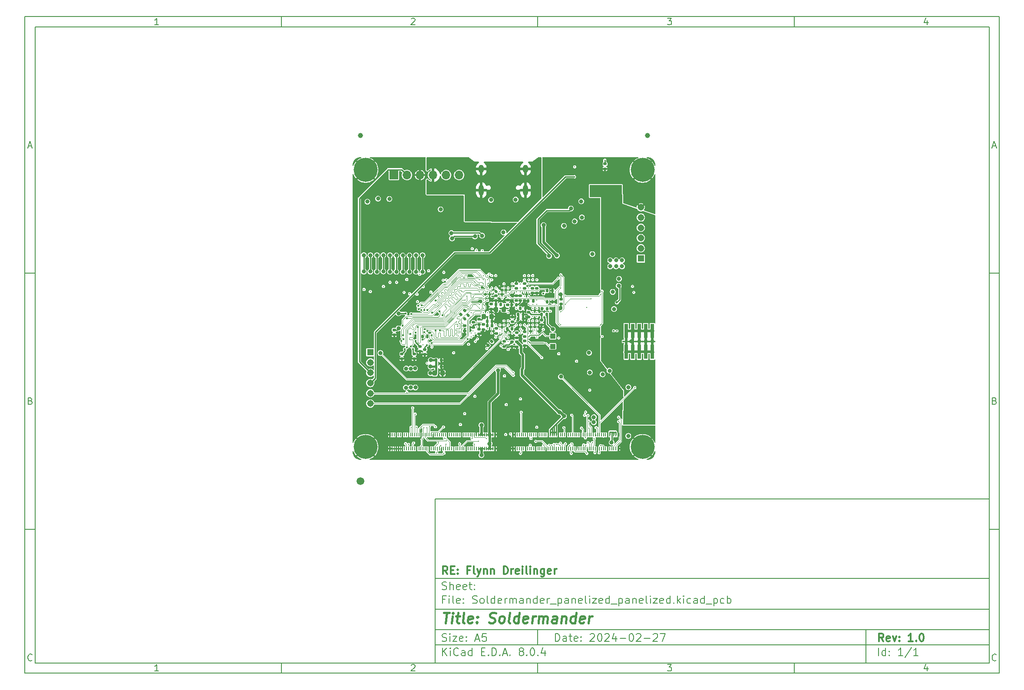
<source format=gbr>
%TF.GenerationSoftware,KiCad,Pcbnew,8.0.4*%
%TF.CreationDate,2024-07-26T00:04:38-07:00*%
%TF.ProjectId,Soldermander_panelized_panelized,536f6c64-6572-46d6-916e-6465725f7061,1.0*%
%TF.SameCoordinates,Original*%
%TF.FileFunction,Copper,L6,Bot*%
%TF.FilePolarity,Positive*%
%FSLAX46Y46*%
G04 Gerber Fmt 4.6, Leading zero omitted, Abs format (unit mm)*
G04 Created by KiCad (PCBNEW 8.0.4) date 2024-07-26 00:04:38*
%MOMM*%
%LPD*%
G01*
G04 APERTURE LIST*
G04 Aperture macros list*
%AMRoundRect*
0 Rectangle with rounded corners*
0 $1 Rounding radius*
0 $2 $3 $4 $5 $6 $7 $8 $9 X,Y pos of 4 corners*
0 Add a 4 corners polygon primitive as box body*
4,1,4,$2,$3,$4,$5,$6,$7,$8,$9,$2,$3,0*
0 Add four circle primitives for the rounded corners*
1,1,$1+$1,$2,$3*
1,1,$1+$1,$4,$5*
1,1,$1+$1,$6,$7*
1,1,$1+$1,$8,$9*
0 Add four rect primitives between the rounded corners*
20,1,$1+$1,$2,$3,$4,$5,0*
20,1,$1+$1,$4,$5,$6,$7,0*
20,1,$1+$1,$6,$7,$8,$9,0*
20,1,$1+$1,$8,$9,$2,$3,0*%
G04 Aperture macros list end*
%ADD10C,0.100000*%
%ADD11C,0.150000*%
%ADD12C,0.300000*%
%ADD13C,0.400000*%
%TA.AperFunction,ComponentPad*%
%ADD14C,4.700000*%
%TD*%
%TA.AperFunction,ComponentPad*%
%ADD15R,1.308000X1.308000*%
%TD*%
%TA.AperFunction,ComponentPad*%
%ADD16C,1.308000*%
%TD*%
%TA.AperFunction,ComponentPad*%
%ADD17O,1.000000X2.100000*%
%TD*%
%TA.AperFunction,ComponentPad*%
%ADD18O,1.000000X1.600000*%
%TD*%
%TA.AperFunction,ComponentPad*%
%ADD19R,1.700000X1.700000*%
%TD*%
%TA.AperFunction,ComponentPad*%
%ADD20O,1.700000X1.700000*%
%TD*%
%TA.AperFunction,SMDPad,CuDef*%
%ADD21RoundRect,0.140000X-0.140000X-0.170000X0.140000X-0.170000X0.140000X0.170000X-0.140000X0.170000X0*%
%TD*%
%TA.AperFunction,SMDPad,CuDef*%
%ADD22RoundRect,0.140000X0.140000X0.170000X-0.140000X0.170000X-0.140000X-0.170000X0.140000X-0.170000X0*%
%TD*%
%TA.AperFunction,SMDPad,CuDef*%
%ADD23RoundRect,0.140000X0.170000X-0.140000X0.170000X0.140000X-0.170000X0.140000X-0.170000X-0.140000X0*%
%TD*%
%TA.AperFunction,SMDPad,CuDef*%
%ADD24RoundRect,0.140000X-0.170000X0.140000X-0.170000X-0.140000X0.170000X-0.140000X0.170000X0.140000X0*%
%TD*%
%TA.AperFunction,SMDPad,CuDef*%
%ADD25R,1.000000X1.000000*%
%TD*%
%TA.AperFunction,SMDPad,CuDef*%
%ADD26RoundRect,0.147500X0.147500X0.172500X-0.147500X0.172500X-0.147500X-0.172500X0.147500X-0.172500X0*%
%TD*%
%TA.AperFunction,SMDPad,CuDef*%
%ADD27RoundRect,0.147500X-0.147500X-0.172500X0.147500X-0.172500X0.147500X0.172500X-0.147500X0.172500X0*%
%TD*%
%TA.AperFunction,SMDPad,CuDef*%
%ADD28R,0.740000X2.790000*%
%TD*%
%TA.AperFunction,SMDPad,CuDef*%
%ADD29RoundRect,0.135000X-0.035355X0.226274X-0.226274X0.035355X0.035355X-0.226274X0.226274X-0.035355X0*%
%TD*%
%TA.AperFunction,SMDPad,CuDef*%
%ADD30RoundRect,0.140000X0.021213X-0.219203X0.219203X-0.021213X-0.021213X0.219203X-0.219203X0.021213X0*%
%TD*%
%TA.AperFunction,SMDPad,CuDef*%
%ADD31RoundRect,0.135000X-0.135000X-0.185000X0.135000X-0.185000X0.135000X0.185000X-0.135000X0.185000X0*%
%TD*%
%TA.AperFunction,SMDPad,CuDef*%
%ADD32C,1.500000*%
%TD*%
%TA.AperFunction,SMDPad,CuDef*%
%ADD33RoundRect,0.225000X-0.225000X-0.250000X0.225000X-0.250000X0.225000X0.250000X-0.225000X0.250000X0*%
%TD*%
%TA.AperFunction,SMDPad,CuDef*%
%ADD34RoundRect,0.135000X-0.185000X0.135000X-0.185000X-0.135000X0.185000X-0.135000X0.185000X0.135000X0*%
%TD*%
%TA.AperFunction,SMDPad,CuDef*%
%ADD35R,0.230000X0.660000*%
%TD*%
%TA.AperFunction,SMDPad,CuDef*%
%ADD36R,0.350000X0.660000*%
%TD*%
%TA.AperFunction,SMDPad,CuDef*%
%ADD37C,1.000000*%
%TD*%
%TA.AperFunction,SMDPad,CuDef*%
%ADD38RoundRect,0.135000X0.185000X-0.135000X0.185000X0.135000X-0.185000X0.135000X-0.185000X-0.135000X0*%
%TD*%
%TA.AperFunction,SMDPad,CuDef*%
%ADD39RoundRect,0.135000X0.035355X-0.226274X0.226274X-0.035355X-0.035355X0.226274X-0.226274X0.035355X0*%
%TD*%
%TA.AperFunction,SMDPad,CuDef*%
%ADD40RoundRect,0.140000X-0.021213X0.219203X-0.219203X0.021213X0.021213X-0.219203X0.219203X-0.021213X0*%
%TD*%
%TA.AperFunction,SMDPad,CuDef*%
%ADD41RoundRect,0.225000X0.225000X0.250000X-0.225000X0.250000X-0.225000X-0.250000X0.225000X-0.250000X0*%
%TD*%
%TA.AperFunction,ViaPad*%
%ADD42C,0.300000*%
%TD*%
%TA.AperFunction,ViaPad*%
%ADD43C,0.400000*%
%TD*%
%TA.AperFunction,ViaPad*%
%ADD44C,0.800000*%
%TD*%
%TA.AperFunction,ViaPad*%
%ADD45C,0.500000*%
%TD*%
%TA.AperFunction,ViaPad*%
%ADD46C,0.406400*%
%TD*%
%TA.AperFunction,Conductor*%
%ADD47C,0.250000*%
%TD*%
%TA.AperFunction,Conductor*%
%ADD48C,0.400000*%
%TD*%
%TA.AperFunction,Conductor*%
%ADD49C,0.090000*%
%TD*%
%TA.AperFunction,Conductor*%
%ADD50C,0.500000*%
%TD*%
%TA.AperFunction,Conductor*%
%ADD51C,0.200000*%
%TD*%
G04 APERTURE END LIST*
D10*
D11*
X90007200Y-104005800D02*
X198007200Y-104005800D01*
X198007200Y-136005800D01*
X90007200Y-136005800D01*
X90007200Y-104005800D01*
D10*
D11*
X10000000Y-10000000D02*
X200007200Y-10000000D01*
X200007200Y-138005800D01*
X10000000Y-138005800D01*
X10000000Y-10000000D01*
D10*
D11*
X12000000Y-12000000D02*
X198007200Y-12000000D01*
X198007200Y-136005800D01*
X12000000Y-136005800D01*
X12000000Y-12000000D01*
D10*
D11*
X60000000Y-12000000D02*
X60000000Y-10000000D01*
D10*
D11*
X110000000Y-12000000D02*
X110000000Y-10000000D01*
D10*
D11*
X160000000Y-12000000D02*
X160000000Y-10000000D01*
D10*
D11*
X36089160Y-11593604D02*
X35346303Y-11593604D01*
X35717731Y-11593604D02*
X35717731Y-10293604D01*
X35717731Y-10293604D02*
X35593922Y-10479319D01*
X35593922Y-10479319D02*
X35470112Y-10603128D01*
X35470112Y-10603128D02*
X35346303Y-10665033D01*
D10*
D11*
X85346303Y-10417414D02*
X85408207Y-10355509D01*
X85408207Y-10355509D02*
X85532017Y-10293604D01*
X85532017Y-10293604D02*
X85841541Y-10293604D01*
X85841541Y-10293604D02*
X85965350Y-10355509D01*
X85965350Y-10355509D02*
X86027255Y-10417414D01*
X86027255Y-10417414D02*
X86089160Y-10541223D01*
X86089160Y-10541223D02*
X86089160Y-10665033D01*
X86089160Y-10665033D02*
X86027255Y-10850747D01*
X86027255Y-10850747D02*
X85284398Y-11593604D01*
X85284398Y-11593604D02*
X86089160Y-11593604D01*
D10*
D11*
X135284398Y-10293604D02*
X136089160Y-10293604D01*
X136089160Y-10293604D02*
X135655826Y-10788842D01*
X135655826Y-10788842D02*
X135841541Y-10788842D01*
X135841541Y-10788842D02*
X135965350Y-10850747D01*
X135965350Y-10850747D02*
X136027255Y-10912652D01*
X136027255Y-10912652D02*
X136089160Y-11036461D01*
X136089160Y-11036461D02*
X136089160Y-11345985D01*
X136089160Y-11345985D02*
X136027255Y-11469795D01*
X136027255Y-11469795D02*
X135965350Y-11531700D01*
X135965350Y-11531700D02*
X135841541Y-11593604D01*
X135841541Y-11593604D02*
X135470112Y-11593604D01*
X135470112Y-11593604D02*
X135346303Y-11531700D01*
X135346303Y-11531700D02*
X135284398Y-11469795D01*
D10*
D11*
X185965350Y-10726938D02*
X185965350Y-11593604D01*
X185655826Y-10231700D02*
X185346303Y-11160271D01*
X185346303Y-11160271D02*
X186151064Y-11160271D01*
D10*
D11*
X60000000Y-136005800D02*
X60000000Y-138005800D01*
D10*
D11*
X110000000Y-136005800D02*
X110000000Y-138005800D01*
D10*
D11*
X160000000Y-136005800D02*
X160000000Y-138005800D01*
D10*
D11*
X36089160Y-137599404D02*
X35346303Y-137599404D01*
X35717731Y-137599404D02*
X35717731Y-136299404D01*
X35717731Y-136299404D02*
X35593922Y-136485119D01*
X35593922Y-136485119D02*
X35470112Y-136608928D01*
X35470112Y-136608928D02*
X35346303Y-136670833D01*
D10*
D11*
X85346303Y-136423214D02*
X85408207Y-136361309D01*
X85408207Y-136361309D02*
X85532017Y-136299404D01*
X85532017Y-136299404D02*
X85841541Y-136299404D01*
X85841541Y-136299404D02*
X85965350Y-136361309D01*
X85965350Y-136361309D02*
X86027255Y-136423214D01*
X86027255Y-136423214D02*
X86089160Y-136547023D01*
X86089160Y-136547023D02*
X86089160Y-136670833D01*
X86089160Y-136670833D02*
X86027255Y-136856547D01*
X86027255Y-136856547D02*
X85284398Y-137599404D01*
X85284398Y-137599404D02*
X86089160Y-137599404D01*
D10*
D11*
X135284398Y-136299404D02*
X136089160Y-136299404D01*
X136089160Y-136299404D02*
X135655826Y-136794642D01*
X135655826Y-136794642D02*
X135841541Y-136794642D01*
X135841541Y-136794642D02*
X135965350Y-136856547D01*
X135965350Y-136856547D02*
X136027255Y-136918452D01*
X136027255Y-136918452D02*
X136089160Y-137042261D01*
X136089160Y-137042261D02*
X136089160Y-137351785D01*
X136089160Y-137351785D02*
X136027255Y-137475595D01*
X136027255Y-137475595D02*
X135965350Y-137537500D01*
X135965350Y-137537500D02*
X135841541Y-137599404D01*
X135841541Y-137599404D02*
X135470112Y-137599404D01*
X135470112Y-137599404D02*
X135346303Y-137537500D01*
X135346303Y-137537500D02*
X135284398Y-137475595D01*
D10*
D11*
X185965350Y-136732738D02*
X185965350Y-137599404D01*
X185655826Y-136237500D02*
X185346303Y-137166071D01*
X185346303Y-137166071D02*
X186151064Y-137166071D01*
D10*
D11*
X10000000Y-60000000D02*
X12000000Y-60000000D01*
D10*
D11*
X10000000Y-110000000D02*
X12000000Y-110000000D01*
D10*
D11*
X10690476Y-35222176D02*
X11309523Y-35222176D01*
X10566666Y-35593604D02*
X10999999Y-34293604D01*
X10999999Y-34293604D02*
X11433333Y-35593604D01*
D10*
D11*
X11092857Y-84912652D02*
X11278571Y-84974557D01*
X11278571Y-84974557D02*
X11340476Y-85036461D01*
X11340476Y-85036461D02*
X11402380Y-85160271D01*
X11402380Y-85160271D02*
X11402380Y-85345985D01*
X11402380Y-85345985D02*
X11340476Y-85469795D01*
X11340476Y-85469795D02*
X11278571Y-85531700D01*
X11278571Y-85531700D02*
X11154761Y-85593604D01*
X11154761Y-85593604D02*
X10659523Y-85593604D01*
X10659523Y-85593604D02*
X10659523Y-84293604D01*
X10659523Y-84293604D02*
X11092857Y-84293604D01*
X11092857Y-84293604D02*
X11216666Y-84355509D01*
X11216666Y-84355509D02*
X11278571Y-84417414D01*
X11278571Y-84417414D02*
X11340476Y-84541223D01*
X11340476Y-84541223D02*
X11340476Y-84665033D01*
X11340476Y-84665033D02*
X11278571Y-84788842D01*
X11278571Y-84788842D02*
X11216666Y-84850747D01*
X11216666Y-84850747D02*
X11092857Y-84912652D01*
X11092857Y-84912652D02*
X10659523Y-84912652D01*
D10*
D11*
X11402380Y-135469795D02*
X11340476Y-135531700D01*
X11340476Y-135531700D02*
X11154761Y-135593604D01*
X11154761Y-135593604D02*
X11030952Y-135593604D01*
X11030952Y-135593604D02*
X10845238Y-135531700D01*
X10845238Y-135531700D02*
X10721428Y-135407890D01*
X10721428Y-135407890D02*
X10659523Y-135284080D01*
X10659523Y-135284080D02*
X10597619Y-135036461D01*
X10597619Y-135036461D02*
X10597619Y-134850747D01*
X10597619Y-134850747D02*
X10659523Y-134603128D01*
X10659523Y-134603128D02*
X10721428Y-134479319D01*
X10721428Y-134479319D02*
X10845238Y-134355509D01*
X10845238Y-134355509D02*
X11030952Y-134293604D01*
X11030952Y-134293604D02*
X11154761Y-134293604D01*
X11154761Y-134293604D02*
X11340476Y-134355509D01*
X11340476Y-134355509D02*
X11402380Y-134417414D01*
D10*
D11*
X200007200Y-60000000D02*
X198007200Y-60000000D01*
D10*
D11*
X200007200Y-110000000D02*
X198007200Y-110000000D01*
D10*
D11*
X198697676Y-35222176D02*
X199316723Y-35222176D01*
X198573866Y-35593604D02*
X199007199Y-34293604D01*
X199007199Y-34293604D02*
X199440533Y-35593604D01*
D10*
D11*
X199100057Y-84912652D02*
X199285771Y-84974557D01*
X199285771Y-84974557D02*
X199347676Y-85036461D01*
X199347676Y-85036461D02*
X199409580Y-85160271D01*
X199409580Y-85160271D02*
X199409580Y-85345985D01*
X199409580Y-85345985D02*
X199347676Y-85469795D01*
X199347676Y-85469795D02*
X199285771Y-85531700D01*
X199285771Y-85531700D02*
X199161961Y-85593604D01*
X199161961Y-85593604D02*
X198666723Y-85593604D01*
X198666723Y-85593604D02*
X198666723Y-84293604D01*
X198666723Y-84293604D02*
X199100057Y-84293604D01*
X199100057Y-84293604D02*
X199223866Y-84355509D01*
X199223866Y-84355509D02*
X199285771Y-84417414D01*
X199285771Y-84417414D02*
X199347676Y-84541223D01*
X199347676Y-84541223D02*
X199347676Y-84665033D01*
X199347676Y-84665033D02*
X199285771Y-84788842D01*
X199285771Y-84788842D02*
X199223866Y-84850747D01*
X199223866Y-84850747D02*
X199100057Y-84912652D01*
X199100057Y-84912652D02*
X198666723Y-84912652D01*
D10*
D11*
X199409580Y-135469795D02*
X199347676Y-135531700D01*
X199347676Y-135531700D02*
X199161961Y-135593604D01*
X199161961Y-135593604D02*
X199038152Y-135593604D01*
X199038152Y-135593604D02*
X198852438Y-135531700D01*
X198852438Y-135531700D02*
X198728628Y-135407890D01*
X198728628Y-135407890D02*
X198666723Y-135284080D01*
X198666723Y-135284080D02*
X198604819Y-135036461D01*
X198604819Y-135036461D02*
X198604819Y-134850747D01*
X198604819Y-134850747D02*
X198666723Y-134603128D01*
X198666723Y-134603128D02*
X198728628Y-134479319D01*
X198728628Y-134479319D02*
X198852438Y-134355509D01*
X198852438Y-134355509D02*
X199038152Y-134293604D01*
X199038152Y-134293604D02*
X199161961Y-134293604D01*
X199161961Y-134293604D02*
X199347676Y-134355509D01*
X199347676Y-134355509D02*
X199409580Y-134417414D01*
D10*
D11*
X113463026Y-131791928D02*
X113463026Y-130291928D01*
X113463026Y-130291928D02*
X113820169Y-130291928D01*
X113820169Y-130291928D02*
X114034455Y-130363357D01*
X114034455Y-130363357D02*
X114177312Y-130506214D01*
X114177312Y-130506214D02*
X114248741Y-130649071D01*
X114248741Y-130649071D02*
X114320169Y-130934785D01*
X114320169Y-130934785D02*
X114320169Y-131149071D01*
X114320169Y-131149071D02*
X114248741Y-131434785D01*
X114248741Y-131434785D02*
X114177312Y-131577642D01*
X114177312Y-131577642D02*
X114034455Y-131720500D01*
X114034455Y-131720500D02*
X113820169Y-131791928D01*
X113820169Y-131791928D02*
X113463026Y-131791928D01*
X115605884Y-131791928D02*
X115605884Y-131006214D01*
X115605884Y-131006214D02*
X115534455Y-130863357D01*
X115534455Y-130863357D02*
X115391598Y-130791928D01*
X115391598Y-130791928D02*
X115105884Y-130791928D01*
X115105884Y-130791928D02*
X114963026Y-130863357D01*
X115605884Y-131720500D02*
X115463026Y-131791928D01*
X115463026Y-131791928D02*
X115105884Y-131791928D01*
X115105884Y-131791928D02*
X114963026Y-131720500D01*
X114963026Y-131720500D02*
X114891598Y-131577642D01*
X114891598Y-131577642D02*
X114891598Y-131434785D01*
X114891598Y-131434785D02*
X114963026Y-131291928D01*
X114963026Y-131291928D02*
X115105884Y-131220500D01*
X115105884Y-131220500D02*
X115463026Y-131220500D01*
X115463026Y-131220500D02*
X115605884Y-131149071D01*
X116105884Y-130791928D02*
X116677312Y-130791928D01*
X116320169Y-130291928D02*
X116320169Y-131577642D01*
X116320169Y-131577642D02*
X116391598Y-131720500D01*
X116391598Y-131720500D02*
X116534455Y-131791928D01*
X116534455Y-131791928D02*
X116677312Y-131791928D01*
X117748741Y-131720500D02*
X117605884Y-131791928D01*
X117605884Y-131791928D02*
X117320170Y-131791928D01*
X117320170Y-131791928D02*
X117177312Y-131720500D01*
X117177312Y-131720500D02*
X117105884Y-131577642D01*
X117105884Y-131577642D02*
X117105884Y-131006214D01*
X117105884Y-131006214D02*
X117177312Y-130863357D01*
X117177312Y-130863357D02*
X117320170Y-130791928D01*
X117320170Y-130791928D02*
X117605884Y-130791928D01*
X117605884Y-130791928D02*
X117748741Y-130863357D01*
X117748741Y-130863357D02*
X117820170Y-131006214D01*
X117820170Y-131006214D02*
X117820170Y-131149071D01*
X117820170Y-131149071D02*
X117105884Y-131291928D01*
X118463026Y-131649071D02*
X118534455Y-131720500D01*
X118534455Y-131720500D02*
X118463026Y-131791928D01*
X118463026Y-131791928D02*
X118391598Y-131720500D01*
X118391598Y-131720500D02*
X118463026Y-131649071D01*
X118463026Y-131649071D02*
X118463026Y-131791928D01*
X118463026Y-130863357D02*
X118534455Y-130934785D01*
X118534455Y-130934785D02*
X118463026Y-131006214D01*
X118463026Y-131006214D02*
X118391598Y-130934785D01*
X118391598Y-130934785D02*
X118463026Y-130863357D01*
X118463026Y-130863357D02*
X118463026Y-131006214D01*
X120248741Y-130434785D02*
X120320169Y-130363357D01*
X120320169Y-130363357D02*
X120463027Y-130291928D01*
X120463027Y-130291928D02*
X120820169Y-130291928D01*
X120820169Y-130291928D02*
X120963027Y-130363357D01*
X120963027Y-130363357D02*
X121034455Y-130434785D01*
X121034455Y-130434785D02*
X121105884Y-130577642D01*
X121105884Y-130577642D02*
X121105884Y-130720500D01*
X121105884Y-130720500D02*
X121034455Y-130934785D01*
X121034455Y-130934785D02*
X120177312Y-131791928D01*
X120177312Y-131791928D02*
X121105884Y-131791928D01*
X122034455Y-130291928D02*
X122177312Y-130291928D01*
X122177312Y-130291928D02*
X122320169Y-130363357D01*
X122320169Y-130363357D02*
X122391598Y-130434785D01*
X122391598Y-130434785D02*
X122463026Y-130577642D01*
X122463026Y-130577642D02*
X122534455Y-130863357D01*
X122534455Y-130863357D02*
X122534455Y-131220500D01*
X122534455Y-131220500D02*
X122463026Y-131506214D01*
X122463026Y-131506214D02*
X122391598Y-131649071D01*
X122391598Y-131649071D02*
X122320169Y-131720500D01*
X122320169Y-131720500D02*
X122177312Y-131791928D01*
X122177312Y-131791928D02*
X122034455Y-131791928D01*
X122034455Y-131791928D02*
X121891598Y-131720500D01*
X121891598Y-131720500D02*
X121820169Y-131649071D01*
X121820169Y-131649071D02*
X121748740Y-131506214D01*
X121748740Y-131506214D02*
X121677312Y-131220500D01*
X121677312Y-131220500D02*
X121677312Y-130863357D01*
X121677312Y-130863357D02*
X121748740Y-130577642D01*
X121748740Y-130577642D02*
X121820169Y-130434785D01*
X121820169Y-130434785D02*
X121891598Y-130363357D01*
X121891598Y-130363357D02*
X122034455Y-130291928D01*
X123105883Y-130434785D02*
X123177311Y-130363357D01*
X123177311Y-130363357D02*
X123320169Y-130291928D01*
X123320169Y-130291928D02*
X123677311Y-130291928D01*
X123677311Y-130291928D02*
X123820169Y-130363357D01*
X123820169Y-130363357D02*
X123891597Y-130434785D01*
X123891597Y-130434785D02*
X123963026Y-130577642D01*
X123963026Y-130577642D02*
X123963026Y-130720500D01*
X123963026Y-130720500D02*
X123891597Y-130934785D01*
X123891597Y-130934785D02*
X123034454Y-131791928D01*
X123034454Y-131791928D02*
X123963026Y-131791928D01*
X125248740Y-130791928D02*
X125248740Y-131791928D01*
X124891597Y-130220500D02*
X124534454Y-131291928D01*
X124534454Y-131291928D02*
X125463025Y-131291928D01*
X126034453Y-131220500D02*
X127177311Y-131220500D01*
X128177311Y-130291928D02*
X128320168Y-130291928D01*
X128320168Y-130291928D02*
X128463025Y-130363357D01*
X128463025Y-130363357D02*
X128534454Y-130434785D01*
X128534454Y-130434785D02*
X128605882Y-130577642D01*
X128605882Y-130577642D02*
X128677311Y-130863357D01*
X128677311Y-130863357D02*
X128677311Y-131220500D01*
X128677311Y-131220500D02*
X128605882Y-131506214D01*
X128605882Y-131506214D02*
X128534454Y-131649071D01*
X128534454Y-131649071D02*
X128463025Y-131720500D01*
X128463025Y-131720500D02*
X128320168Y-131791928D01*
X128320168Y-131791928D02*
X128177311Y-131791928D01*
X128177311Y-131791928D02*
X128034454Y-131720500D01*
X128034454Y-131720500D02*
X127963025Y-131649071D01*
X127963025Y-131649071D02*
X127891596Y-131506214D01*
X127891596Y-131506214D02*
X127820168Y-131220500D01*
X127820168Y-131220500D02*
X127820168Y-130863357D01*
X127820168Y-130863357D02*
X127891596Y-130577642D01*
X127891596Y-130577642D02*
X127963025Y-130434785D01*
X127963025Y-130434785D02*
X128034454Y-130363357D01*
X128034454Y-130363357D02*
X128177311Y-130291928D01*
X129248739Y-130434785D02*
X129320167Y-130363357D01*
X129320167Y-130363357D02*
X129463025Y-130291928D01*
X129463025Y-130291928D02*
X129820167Y-130291928D01*
X129820167Y-130291928D02*
X129963025Y-130363357D01*
X129963025Y-130363357D02*
X130034453Y-130434785D01*
X130034453Y-130434785D02*
X130105882Y-130577642D01*
X130105882Y-130577642D02*
X130105882Y-130720500D01*
X130105882Y-130720500D02*
X130034453Y-130934785D01*
X130034453Y-130934785D02*
X129177310Y-131791928D01*
X129177310Y-131791928D02*
X130105882Y-131791928D01*
X130748738Y-131220500D02*
X131891596Y-131220500D01*
X132534453Y-130434785D02*
X132605881Y-130363357D01*
X132605881Y-130363357D02*
X132748739Y-130291928D01*
X132748739Y-130291928D02*
X133105881Y-130291928D01*
X133105881Y-130291928D02*
X133248739Y-130363357D01*
X133248739Y-130363357D02*
X133320167Y-130434785D01*
X133320167Y-130434785D02*
X133391596Y-130577642D01*
X133391596Y-130577642D02*
X133391596Y-130720500D01*
X133391596Y-130720500D02*
X133320167Y-130934785D01*
X133320167Y-130934785D02*
X132463024Y-131791928D01*
X132463024Y-131791928D02*
X133391596Y-131791928D01*
X133891595Y-130291928D02*
X134891595Y-130291928D01*
X134891595Y-130291928D02*
X134248738Y-131791928D01*
D10*
D11*
X90007200Y-132505800D02*
X198007200Y-132505800D01*
D10*
D11*
X91463026Y-134591928D02*
X91463026Y-133091928D01*
X92320169Y-134591928D02*
X91677312Y-133734785D01*
X92320169Y-133091928D02*
X91463026Y-133949071D01*
X92963026Y-134591928D02*
X92963026Y-133591928D01*
X92963026Y-133091928D02*
X92891598Y-133163357D01*
X92891598Y-133163357D02*
X92963026Y-133234785D01*
X92963026Y-133234785D02*
X93034455Y-133163357D01*
X93034455Y-133163357D02*
X92963026Y-133091928D01*
X92963026Y-133091928D02*
X92963026Y-133234785D01*
X94534455Y-134449071D02*
X94463027Y-134520500D01*
X94463027Y-134520500D02*
X94248741Y-134591928D01*
X94248741Y-134591928D02*
X94105884Y-134591928D01*
X94105884Y-134591928D02*
X93891598Y-134520500D01*
X93891598Y-134520500D02*
X93748741Y-134377642D01*
X93748741Y-134377642D02*
X93677312Y-134234785D01*
X93677312Y-134234785D02*
X93605884Y-133949071D01*
X93605884Y-133949071D02*
X93605884Y-133734785D01*
X93605884Y-133734785D02*
X93677312Y-133449071D01*
X93677312Y-133449071D02*
X93748741Y-133306214D01*
X93748741Y-133306214D02*
X93891598Y-133163357D01*
X93891598Y-133163357D02*
X94105884Y-133091928D01*
X94105884Y-133091928D02*
X94248741Y-133091928D01*
X94248741Y-133091928D02*
X94463027Y-133163357D01*
X94463027Y-133163357D02*
X94534455Y-133234785D01*
X95820170Y-134591928D02*
X95820170Y-133806214D01*
X95820170Y-133806214D02*
X95748741Y-133663357D01*
X95748741Y-133663357D02*
X95605884Y-133591928D01*
X95605884Y-133591928D02*
X95320170Y-133591928D01*
X95320170Y-133591928D02*
X95177312Y-133663357D01*
X95820170Y-134520500D02*
X95677312Y-134591928D01*
X95677312Y-134591928D02*
X95320170Y-134591928D01*
X95320170Y-134591928D02*
X95177312Y-134520500D01*
X95177312Y-134520500D02*
X95105884Y-134377642D01*
X95105884Y-134377642D02*
X95105884Y-134234785D01*
X95105884Y-134234785D02*
X95177312Y-134091928D01*
X95177312Y-134091928D02*
X95320170Y-134020500D01*
X95320170Y-134020500D02*
X95677312Y-134020500D01*
X95677312Y-134020500D02*
X95820170Y-133949071D01*
X97177313Y-134591928D02*
X97177313Y-133091928D01*
X97177313Y-134520500D02*
X97034455Y-134591928D01*
X97034455Y-134591928D02*
X96748741Y-134591928D01*
X96748741Y-134591928D02*
X96605884Y-134520500D01*
X96605884Y-134520500D02*
X96534455Y-134449071D01*
X96534455Y-134449071D02*
X96463027Y-134306214D01*
X96463027Y-134306214D02*
X96463027Y-133877642D01*
X96463027Y-133877642D02*
X96534455Y-133734785D01*
X96534455Y-133734785D02*
X96605884Y-133663357D01*
X96605884Y-133663357D02*
X96748741Y-133591928D01*
X96748741Y-133591928D02*
X97034455Y-133591928D01*
X97034455Y-133591928D02*
X97177313Y-133663357D01*
X99034455Y-133806214D02*
X99534455Y-133806214D01*
X99748741Y-134591928D02*
X99034455Y-134591928D01*
X99034455Y-134591928D02*
X99034455Y-133091928D01*
X99034455Y-133091928D02*
X99748741Y-133091928D01*
X100391598Y-134449071D02*
X100463027Y-134520500D01*
X100463027Y-134520500D02*
X100391598Y-134591928D01*
X100391598Y-134591928D02*
X100320170Y-134520500D01*
X100320170Y-134520500D02*
X100391598Y-134449071D01*
X100391598Y-134449071D02*
X100391598Y-134591928D01*
X101105884Y-134591928D02*
X101105884Y-133091928D01*
X101105884Y-133091928D02*
X101463027Y-133091928D01*
X101463027Y-133091928D02*
X101677313Y-133163357D01*
X101677313Y-133163357D02*
X101820170Y-133306214D01*
X101820170Y-133306214D02*
X101891599Y-133449071D01*
X101891599Y-133449071D02*
X101963027Y-133734785D01*
X101963027Y-133734785D02*
X101963027Y-133949071D01*
X101963027Y-133949071D02*
X101891599Y-134234785D01*
X101891599Y-134234785D02*
X101820170Y-134377642D01*
X101820170Y-134377642D02*
X101677313Y-134520500D01*
X101677313Y-134520500D02*
X101463027Y-134591928D01*
X101463027Y-134591928D02*
X101105884Y-134591928D01*
X102605884Y-134449071D02*
X102677313Y-134520500D01*
X102677313Y-134520500D02*
X102605884Y-134591928D01*
X102605884Y-134591928D02*
X102534456Y-134520500D01*
X102534456Y-134520500D02*
X102605884Y-134449071D01*
X102605884Y-134449071D02*
X102605884Y-134591928D01*
X103248742Y-134163357D02*
X103963028Y-134163357D01*
X103105885Y-134591928D02*
X103605885Y-133091928D01*
X103605885Y-133091928D02*
X104105885Y-134591928D01*
X104605884Y-134449071D02*
X104677313Y-134520500D01*
X104677313Y-134520500D02*
X104605884Y-134591928D01*
X104605884Y-134591928D02*
X104534456Y-134520500D01*
X104534456Y-134520500D02*
X104605884Y-134449071D01*
X104605884Y-134449071D02*
X104605884Y-134591928D01*
X106677313Y-133734785D02*
X106534456Y-133663357D01*
X106534456Y-133663357D02*
X106463027Y-133591928D01*
X106463027Y-133591928D02*
X106391599Y-133449071D01*
X106391599Y-133449071D02*
X106391599Y-133377642D01*
X106391599Y-133377642D02*
X106463027Y-133234785D01*
X106463027Y-133234785D02*
X106534456Y-133163357D01*
X106534456Y-133163357D02*
X106677313Y-133091928D01*
X106677313Y-133091928D02*
X106963027Y-133091928D01*
X106963027Y-133091928D02*
X107105885Y-133163357D01*
X107105885Y-133163357D02*
X107177313Y-133234785D01*
X107177313Y-133234785D02*
X107248742Y-133377642D01*
X107248742Y-133377642D02*
X107248742Y-133449071D01*
X107248742Y-133449071D02*
X107177313Y-133591928D01*
X107177313Y-133591928D02*
X107105885Y-133663357D01*
X107105885Y-133663357D02*
X106963027Y-133734785D01*
X106963027Y-133734785D02*
X106677313Y-133734785D01*
X106677313Y-133734785D02*
X106534456Y-133806214D01*
X106534456Y-133806214D02*
X106463027Y-133877642D01*
X106463027Y-133877642D02*
X106391599Y-134020500D01*
X106391599Y-134020500D02*
X106391599Y-134306214D01*
X106391599Y-134306214D02*
X106463027Y-134449071D01*
X106463027Y-134449071D02*
X106534456Y-134520500D01*
X106534456Y-134520500D02*
X106677313Y-134591928D01*
X106677313Y-134591928D02*
X106963027Y-134591928D01*
X106963027Y-134591928D02*
X107105885Y-134520500D01*
X107105885Y-134520500D02*
X107177313Y-134449071D01*
X107177313Y-134449071D02*
X107248742Y-134306214D01*
X107248742Y-134306214D02*
X107248742Y-134020500D01*
X107248742Y-134020500D02*
X107177313Y-133877642D01*
X107177313Y-133877642D02*
X107105885Y-133806214D01*
X107105885Y-133806214D02*
X106963027Y-133734785D01*
X107891598Y-134449071D02*
X107963027Y-134520500D01*
X107963027Y-134520500D02*
X107891598Y-134591928D01*
X107891598Y-134591928D02*
X107820170Y-134520500D01*
X107820170Y-134520500D02*
X107891598Y-134449071D01*
X107891598Y-134449071D02*
X107891598Y-134591928D01*
X108891599Y-133091928D02*
X109034456Y-133091928D01*
X109034456Y-133091928D02*
X109177313Y-133163357D01*
X109177313Y-133163357D02*
X109248742Y-133234785D01*
X109248742Y-133234785D02*
X109320170Y-133377642D01*
X109320170Y-133377642D02*
X109391599Y-133663357D01*
X109391599Y-133663357D02*
X109391599Y-134020500D01*
X109391599Y-134020500D02*
X109320170Y-134306214D01*
X109320170Y-134306214D02*
X109248742Y-134449071D01*
X109248742Y-134449071D02*
X109177313Y-134520500D01*
X109177313Y-134520500D02*
X109034456Y-134591928D01*
X109034456Y-134591928D02*
X108891599Y-134591928D01*
X108891599Y-134591928D02*
X108748742Y-134520500D01*
X108748742Y-134520500D02*
X108677313Y-134449071D01*
X108677313Y-134449071D02*
X108605884Y-134306214D01*
X108605884Y-134306214D02*
X108534456Y-134020500D01*
X108534456Y-134020500D02*
X108534456Y-133663357D01*
X108534456Y-133663357D02*
X108605884Y-133377642D01*
X108605884Y-133377642D02*
X108677313Y-133234785D01*
X108677313Y-133234785D02*
X108748742Y-133163357D01*
X108748742Y-133163357D02*
X108891599Y-133091928D01*
X110034455Y-134449071D02*
X110105884Y-134520500D01*
X110105884Y-134520500D02*
X110034455Y-134591928D01*
X110034455Y-134591928D02*
X109963027Y-134520500D01*
X109963027Y-134520500D02*
X110034455Y-134449071D01*
X110034455Y-134449071D02*
X110034455Y-134591928D01*
X111391599Y-133591928D02*
X111391599Y-134591928D01*
X111034456Y-133020500D02*
X110677313Y-134091928D01*
X110677313Y-134091928D02*
X111605884Y-134091928D01*
D10*
D11*
X90007200Y-129505800D02*
X198007200Y-129505800D01*
D10*
D12*
X177418853Y-131784128D02*
X176918853Y-131069842D01*
X176561710Y-131784128D02*
X176561710Y-130284128D01*
X176561710Y-130284128D02*
X177133139Y-130284128D01*
X177133139Y-130284128D02*
X177275996Y-130355557D01*
X177275996Y-130355557D02*
X177347425Y-130426985D01*
X177347425Y-130426985D02*
X177418853Y-130569842D01*
X177418853Y-130569842D02*
X177418853Y-130784128D01*
X177418853Y-130784128D02*
X177347425Y-130926985D01*
X177347425Y-130926985D02*
X177275996Y-130998414D01*
X177275996Y-130998414D02*
X177133139Y-131069842D01*
X177133139Y-131069842D02*
X176561710Y-131069842D01*
X178633139Y-131712700D02*
X178490282Y-131784128D01*
X178490282Y-131784128D02*
X178204568Y-131784128D01*
X178204568Y-131784128D02*
X178061710Y-131712700D01*
X178061710Y-131712700D02*
X177990282Y-131569842D01*
X177990282Y-131569842D02*
X177990282Y-130998414D01*
X177990282Y-130998414D02*
X178061710Y-130855557D01*
X178061710Y-130855557D02*
X178204568Y-130784128D01*
X178204568Y-130784128D02*
X178490282Y-130784128D01*
X178490282Y-130784128D02*
X178633139Y-130855557D01*
X178633139Y-130855557D02*
X178704568Y-130998414D01*
X178704568Y-130998414D02*
X178704568Y-131141271D01*
X178704568Y-131141271D02*
X177990282Y-131284128D01*
X179204567Y-130784128D02*
X179561710Y-131784128D01*
X179561710Y-131784128D02*
X179918853Y-130784128D01*
X180490281Y-131641271D02*
X180561710Y-131712700D01*
X180561710Y-131712700D02*
X180490281Y-131784128D01*
X180490281Y-131784128D02*
X180418853Y-131712700D01*
X180418853Y-131712700D02*
X180490281Y-131641271D01*
X180490281Y-131641271D02*
X180490281Y-131784128D01*
X180490281Y-130855557D02*
X180561710Y-130926985D01*
X180561710Y-130926985D02*
X180490281Y-130998414D01*
X180490281Y-130998414D02*
X180418853Y-130926985D01*
X180418853Y-130926985D02*
X180490281Y-130855557D01*
X180490281Y-130855557D02*
X180490281Y-130998414D01*
X183133139Y-131784128D02*
X182275996Y-131784128D01*
X182704567Y-131784128D02*
X182704567Y-130284128D01*
X182704567Y-130284128D02*
X182561710Y-130498414D01*
X182561710Y-130498414D02*
X182418853Y-130641271D01*
X182418853Y-130641271D02*
X182275996Y-130712700D01*
X183775995Y-131641271D02*
X183847424Y-131712700D01*
X183847424Y-131712700D02*
X183775995Y-131784128D01*
X183775995Y-131784128D02*
X183704567Y-131712700D01*
X183704567Y-131712700D02*
X183775995Y-131641271D01*
X183775995Y-131641271D02*
X183775995Y-131784128D01*
X184775996Y-130284128D02*
X184918853Y-130284128D01*
X184918853Y-130284128D02*
X185061710Y-130355557D01*
X185061710Y-130355557D02*
X185133139Y-130426985D01*
X185133139Y-130426985D02*
X185204567Y-130569842D01*
X185204567Y-130569842D02*
X185275996Y-130855557D01*
X185275996Y-130855557D02*
X185275996Y-131212700D01*
X185275996Y-131212700D02*
X185204567Y-131498414D01*
X185204567Y-131498414D02*
X185133139Y-131641271D01*
X185133139Y-131641271D02*
X185061710Y-131712700D01*
X185061710Y-131712700D02*
X184918853Y-131784128D01*
X184918853Y-131784128D02*
X184775996Y-131784128D01*
X184775996Y-131784128D02*
X184633139Y-131712700D01*
X184633139Y-131712700D02*
X184561710Y-131641271D01*
X184561710Y-131641271D02*
X184490281Y-131498414D01*
X184490281Y-131498414D02*
X184418853Y-131212700D01*
X184418853Y-131212700D02*
X184418853Y-130855557D01*
X184418853Y-130855557D02*
X184490281Y-130569842D01*
X184490281Y-130569842D02*
X184561710Y-130426985D01*
X184561710Y-130426985D02*
X184633139Y-130355557D01*
X184633139Y-130355557D02*
X184775996Y-130284128D01*
D10*
D11*
X91391598Y-131720500D02*
X91605884Y-131791928D01*
X91605884Y-131791928D02*
X91963026Y-131791928D01*
X91963026Y-131791928D02*
X92105884Y-131720500D01*
X92105884Y-131720500D02*
X92177312Y-131649071D01*
X92177312Y-131649071D02*
X92248741Y-131506214D01*
X92248741Y-131506214D02*
X92248741Y-131363357D01*
X92248741Y-131363357D02*
X92177312Y-131220500D01*
X92177312Y-131220500D02*
X92105884Y-131149071D01*
X92105884Y-131149071D02*
X91963026Y-131077642D01*
X91963026Y-131077642D02*
X91677312Y-131006214D01*
X91677312Y-131006214D02*
X91534455Y-130934785D01*
X91534455Y-130934785D02*
X91463026Y-130863357D01*
X91463026Y-130863357D02*
X91391598Y-130720500D01*
X91391598Y-130720500D02*
X91391598Y-130577642D01*
X91391598Y-130577642D02*
X91463026Y-130434785D01*
X91463026Y-130434785D02*
X91534455Y-130363357D01*
X91534455Y-130363357D02*
X91677312Y-130291928D01*
X91677312Y-130291928D02*
X92034455Y-130291928D01*
X92034455Y-130291928D02*
X92248741Y-130363357D01*
X92891597Y-131791928D02*
X92891597Y-130791928D01*
X92891597Y-130291928D02*
X92820169Y-130363357D01*
X92820169Y-130363357D02*
X92891597Y-130434785D01*
X92891597Y-130434785D02*
X92963026Y-130363357D01*
X92963026Y-130363357D02*
X92891597Y-130291928D01*
X92891597Y-130291928D02*
X92891597Y-130434785D01*
X93463026Y-130791928D02*
X94248741Y-130791928D01*
X94248741Y-130791928D02*
X93463026Y-131791928D01*
X93463026Y-131791928D02*
X94248741Y-131791928D01*
X95391598Y-131720500D02*
X95248741Y-131791928D01*
X95248741Y-131791928D02*
X94963027Y-131791928D01*
X94963027Y-131791928D02*
X94820169Y-131720500D01*
X94820169Y-131720500D02*
X94748741Y-131577642D01*
X94748741Y-131577642D02*
X94748741Y-131006214D01*
X94748741Y-131006214D02*
X94820169Y-130863357D01*
X94820169Y-130863357D02*
X94963027Y-130791928D01*
X94963027Y-130791928D02*
X95248741Y-130791928D01*
X95248741Y-130791928D02*
X95391598Y-130863357D01*
X95391598Y-130863357D02*
X95463027Y-131006214D01*
X95463027Y-131006214D02*
X95463027Y-131149071D01*
X95463027Y-131149071D02*
X94748741Y-131291928D01*
X96105883Y-131649071D02*
X96177312Y-131720500D01*
X96177312Y-131720500D02*
X96105883Y-131791928D01*
X96105883Y-131791928D02*
X96034455Y-131720500D01*
X96034455Y-131720500D02*
X96105883Y-131649071D01*
X96105883Y-131649071D02*
X96105883Y-131791928D01*
X96105883Y-130863357D02*
X96177312Y-130934785D01*
X96177312Y-130934785D02*
X96105883Y-131006214D01*
X96105883Y-131006214D02*
X96034455Y-130934785D01*
X96034455Y-130934785D02*
X96105883Y-130863357D01*
X96105883Y-130863357D02*
X96105883Y-131006214D01*
X97891598Y-131363357D02*
X98605884Y-131363357D01*
X97748741Y-131791928D02*
X98248741Y-130291928D01*
X98248741Y-130291928D02*
X98748741Y-131791928D01*
X99963026Y-130291928D02*
X99248740Y-130291928D01*
X99248740Y-130291928D02*
X99177312Y-131006214D01*
X99177312Y-131006214D02*
X99248740Y-130934785D01*
X99248740Y-130934785D02*
X99391598Y-130863357D01*
X99391598Y-130863357D02*
X99748740Y-130863357D01*
X99748740Y-130863357D02*
X99891598Y-130934785D01*
X99891598Y-130934785D02*
X99963026Y-131006214D01*
X99963026Y-131006214D02*
X100034455Y-131149071D01*
X100034455Y-131149071D02*
X100034455Y-131506214D01*
X100034455Y-131506214D02*
X99963026Y-131649071D01*
X99963026Y-131649071D02*
X99891598Y-131720500D01*
X99891598Y-131720500D02*
X99748740Y-131791928D01*
X99748740Y-131791928D02*
X99391598Y-131791928D01*
X99391598Y-131791928D02*
X99248740Y-131720500D01*
X99248740Y-131720500D02*
X99177312Y-131649071D01*
D10*
D11*
X176463026Y-134591928D02*
X176463026Y-133091928D01*
X177820170Y-134591928D02*
X177820170Y-133091928D01*
X177820170Y-134520500D02*
X177677312Y-134591928D01*
X177677312Y-134591928D02*
X177391598Y-134591928D01*
X177391598Y-134591928D02*
X177248741Y-134520500D01*
X177248741Y-134520500D02*
X177177312Y-134449071D01*
X177177312Y-134449071D02*
X177105884Y-134306214D01*
X177105884Y-134306214D02*
X177105884Y-133877642D01*
X177105884Y-133877642D02*
X177177312Y-133734785D01*
X177177312Y-133734785D02*
X177248741Y-133663357D01*
X177248741Y-133663357D02*
X177391598Y-133591928D01*
X177391598Y-133591928D02*
X177677312Y-133591928D01*
X177677312Y-133591928D02*
X177820170Y-133663357D01*
X178534455Y-134449071D02*
X178605884Y-134520500D01*
X178605884Y-134520500D02*
X178534455Y-134591928D01*
X178534455Y-134591928D02*
X178463027Y-134520500D01*
X178463027Y-134520500D02*
X178534455Y-134449071D01*
X178534455Y-134449071D02*
X178534455Y-134591928D01*
X178534455Y-133663357D02*
X178605884Y-133734785D01*
X178605884Y-133734785D02*
X178534455Y-133806214D01*
X178534455Y-133806214D02*
X178463027Y-133734785D01*
X178463027Y-133734785D02*
X178534455Y-133663357D01*
X178534455Y-133663357D02*
X178534455Y-133806214D01*
X181177313Y-134591928D02*
X180320170Y-134591928D01*
X180748741Y-134591928D02*
X180748741Y-133091928D01*
X180748741Y-133091928D02*
X180605884Y-133306214D01*
X180605884Y-133306214D02*
X180463027Y-133449071D01*
X180463027Y-133449071D02*
X180320170Y-133520500D01*
X182891598Y-133020500D02*
X181605884Y-134949071D01*
X184177313Y-134591928D02*
X183320170Y-134591928D01*
X183748741Y-134591928D02*
X183748741Y-133091928D01*
X183748741Y-133091928D02*
X183605884Y-133306214D01*
X183605884Y-133306214D02*
X183463027Y-133449071D01*
X183463027Y-133449071D02*
X183320170Y-133520500D01*
D10*
D11*
X90007200Y-125505800D02*
X198007200Y-125505800D01*
D10*
D13*
X91698928Y-126210238D02*
X92841785Y-126210238D01*
X92020357Y-128210238D02*
X92270357Y-126210238D01*
X93258452Y-128210238D02*
X93425119Y-126876904D01*
X93508452Y-126210238D02*
X93401309Y-126305476D01*
X93401309Y-126305476D02*
X93484643Y-126400714D01*
X93484643Y-126400714D02*
X93591786Y-126305476D01*
X93591786Y-126305476D02*
X93508452Y-126210238D01*
X93508452Y-126210238D02*
X93484643Y-126400714D01*
X94091786Y-126876904D02*
X94853690Y-126876904D01*
X94460833Y-126210238D02*
X94246548Y-127924523D01*
X94246548Y-127924523D02*
X94317976Y-128115000D01*
X94317976Y-128115000D02*
X94496548Y-128210238D01*
X94496548Y-128210238D02*
X94687024Y-128210238D01*
X95639405Y-128210238D02*
X95460833Y-128115000D01*
X95460833Y-128115000D02*
X95389405Y-127924523D01*
X95389405Y-127924523D02*
X95603690Y-126210238D01*
X97175119Y-128115000D02*
X96972738Y-128210238D01*
X96972738Y-128210238D02*
X96591785Y-128210238D01*
X96591785Y-128210238D02*
X96413214Y-128115000D01*
X96413214Y-128115000D02*
X96341785Y-127924523D01*
X96341785Y-127924523D02*
X96437024Y-127162619D01*
X96437024Y-127162619D02*
X96556071Y-126972142D01*
X96556071Y-126972142D02*
X96758452Y-126876904D01*
X96758452Y-126876904D02*
X97139404Y-126876904D01*
X97139404Y-126876904D02*
X97317976Y-126972142D01*
X97317976Y-126972142D02*
X97389404Y-127162619D01*
X97389404Y-127162619D02*
X97365595Y-127353095D01*
X97365595Y-127353095D02*
X96389404Y-127543571D01*
X98139405Y-128019761D02*
X98222738Y-128115000D01*
X98222738Y-128115000D02*
X98115595Y-128210238D01*
X98115595Y-128210238D02*
X98032262Y-128115000D01*
X98032262Y-128115000D02*
X98139405Y-128019761D01*
X98139405Y-128019761D02*
X98115595Y-128210238D01*
X98270357Y-126972142D02*
X98353690Y-127067380D01*
X98353690Y-127067380D02*
X98246548Y-127162619D01*
X98246548Y-127162619D02*
X98163214Y-127067380D01*
X98163214Y-127067380D02*
X98270357Y-126972142D01*
X98270357Y-126972142D02*
X98246548Y-127162619D01*
X100508453Y-128115000D02*
X100782262Y-128210238D01*
X100782262Y-128210238D02*
X101258453Y-128210238D01*
X101258453Y-128210238D02*
X101460834Y-128115000D01*
X101460834Y-128115000D02*
X101567977Y-128019761D01*
X101567977Y-128019761D02*
X101687024Y-127829285D01*
X101687024Y-127829285D02*
X101710834Y-127638809D01*
X101710834Y-127638809D02*
X101639405Y-127448333D01*
X101639405Y-127448333D02*
X101556072Y-127353095D01*
X101556072Y-127353095D02*
X101377501Y-127257857D01*
X101377501Y-127257857D02*
X101008453Y-127162619D01*
X101008453Y-127162619D02*
X100829881Y-127067380D01*
X100829881Y-127067380D02*
X100746548Y-126972142D01*
X100746548Y-126972142D02*
X100675120Y-126781666D01*
X100675120Y-126781666D02*
X100698929Y-126591190D01*
X100698929Y-126591190D02*
X100817977Y-126400714D01*
X100817977Y-126400714D02*
X100925120Y-126305476D01*
X100925120Y-126305476D02*
X101127501Y-126210238D01*
X101127501Y-126210238D02*
X101603691Y-126210238D01*
X101603691Y-126210238D02*
X101877501Y-126305476D01*
X102782263Y-128210238D02*
X102603691Y-128115000D01*
X102603691Y-128115000D02*
X102520358Y-128019761D01*
X102520358Y-128019761D02*
X102448929Y-127829285D01*
X102448929Y-127829285D02*
X102520358Y-127257857D01*
X102520358Y-127257857D02*
X102639405Y-127067380D01*
X102639405Y-127067380D02*
X102746548Y-126972142D01*
X102746548Y-126972142D02*
X102948929Y-126876904D01*
X102948929Y-126876904D02*
X103234643Y-126876904D01*
X103234643Y-126876904D02*
X103413215Y-126972142D01*
X103413215Y-126972142D02*
X103496548Y-127067380D01*
X103496548Y-127067380D02*
X103567977Y-127257857D01*
X103567977Y-127257857D02*
X103496548Y-127829285D01*
X103496548Y-127829285D02*
X103377501Y-128019761D01*
X103377501Y-128019761D02*
X103270358Y-128115000D01*
X103270358Y-128115000D02*
X103067977Y-128210238D01*
X103067977Y-128210238D02*
X102782263Y-128210238D01*
X104591787Y-128210238D02*
X104413215Y-128115000D01*
X104413215Y-128115000D02*
X104341787Y-127924523D01*
X104341787Y-127924523D02*
X104556072Y-126210238D01*
X106210834Y-128210238D02*
X106460834Y-126210238D01*
X106222739Y-128115000D02*
X106020358Y-128210238D01*
X106020358Y-128210238D02*
X105639406Y-128210238D01*
X105639406Y-128210238D02*
X105460834Y-128115000D01*
X105460834Y-128115000D02*
X105377501Y-128019761D01*
X105377501Y-128019761D02*
X105306072Y-127829285D01*
X105306072Y-127829285D02*
X105377501Y-127257857D01*
X105377501Y-127257857D02*
X105496548Y-127067380D01*
X105496548Y-127067380D02*
X105603691Y-126972142D01*
X105603691Y-126972142D02*
X105806072Y-126876904D01*
X105806072Y-126876904D02*
X106187025Y-126876904D01*
X106187025Y-126876904D02*
X106365596Y-126972142D01*
X107937025Y-128115000D02*
X107734644Y-128210238D01*
X107734644Y-128210238D02*
X107353691Y-128210238D01*
X107353691Y-128210238D02*
X107175120Y-128115000D01*
X107175120Y-128115000D02*
X107103691Y-127924523D01*
X107103691Y-127924523D02*
X107198930Y-127162619D01*
X107198930Y-127162619D02*
X107317977Y-126972142D01*
X107317977Y-126972142D02*
X107520358Y-126876904D01*
X107520358Y-126876904D02*
X107901310Y-126876904D01*
X107901310Y-126876904D02*
X108079882Y-126972142D01*
X108079882Y-126972142D02*
X108151310Y-127162619D01*
X108151310Y-127162619D02*
X108127501Y-127353095D01*
X108127501Y-127353095D02*
X107151310Y-127543571D01*
X108877501Y-128210238D02*
X109044168Y-126876904D01*
X108996549Y-127257857D02*
X109115596Y-127067380D01*
X109115596Y-127067380D02*
X109222739Y-126972142D01*
X109222739Y-126972142D02*
X109425120Y-126876904D01*
X109425120Y-126876904D02*
X109615596Y-126876904D01*
X110115596Y-128210238D02*
X110282263Y-126876904D01*
X110258453Y-127067380D02*
X110365596Y-126972142D01*
X110365596Y-126972142D02*
X110567977Y-126876904D01*
X110567977Y-126876904D02*
X110853691Y-126876904D01*
X110853691Y-126876904D02*
X111032263Y-126972142D01*
X111032263Y-126972142D02*
X111103691Y-127162619D01*
X111103691Y-127162619D02*
X110972739Y-128210238D01*
X111103691Y-127162619D02*
X111222739Y-126972142D01*
X111222739Y-126972142D02*
X111425120Y-126876904D01*
X111425120Y-126876904D02*
X111710834Y-126876904D01*
X111710834Y-126876904D02*
X111889406Y-126972142D01*
X111889406Y-126972142D02*
X111960834Y-127162619D01*
X111960834Y-127162619D02*
X111829882Y-128210238D01*
X113639406Y-128210238D02*
X113770358Y-127162619D01*
X113770358Y-127162619D02*
X113698930Y-126972142D01*
X113698930Y-126972142D02*
X113520358Y-126876904D01*
X113520358Y-126876904D02*
X113139406Y-126876904D01*
X113139406Y-126876904D02*
X112937025Y-126972142D01*
X113651311Y-128115000D02*
X113448930Y-128210238D01*
X113448930Y-128210238D02*
X112972739Y-128210238D01*
X112972739Y-128210238D02*
X112794168Y-128115000D01*
X112794168Y-128115000D02*
X112722739Y-127924523D01*
X112722739Y-127924523D02*
X112746549Y-127734047D01*
X112746549Y-127734047D02*
X112865597Y-127543571D01*
X112865597Y-127543571D02*
X113067978Y-127448333D01*
X113067978Y-127448333D02*
X113544168Y-127448333D01*
X113544168Y-127448333D02*
X113746549Y-127353095D01*
X114758454Y-126876904D02*
X114591787Y-128210238D01*
X114734644Y-127067380D02*
X114841787Y-126972142D01*
X114841787Y-126972142D02*
X115044168Y-126876904D01*
X115044168Y-126876904D02*
X115329882Y-126876904D01*
X115329882Y-126876904D02*
X115508454Y-126972142D01*
X115508454Y-126972142D02*
X115579882Y-127162619D01*
X115579882Y-127162619D02*
X115448930Y-128210238D01*
X117258454Y-128210238D02*
X117508454Y-126210238D01*
X117270359Y-128115000D02*
X117067978Y-128210238D01*
X117067978Y-128210238D02*
X116687026Y-128210238D01*
X116687026Y-128210238D02*
X116508454Y-128115000D01*
X116508454Y-128115000D02*
X116425121Y-128019761D01*
X116425121Y-128019761D02*
X116353692Y-127829285D01*
X116353692Y-127829285D02*
X116425121Y-127257857D01*
X116425121Y-127257857D02*
X116544168Y-127067380D01*
X116544168Y-127067380D02*
X116651311Y-126972142D01*
X116651311Y-126972142D02*
X116853692Y-126876904D01*
X116853692Y-126876904D02*
X117234645Y-126876904D01*
X117234645Y-126876904D02*
X117413216Y-126972142D01*
X118984645Y-128115000D02*
X118782264Y-128210238D01*
X118782264Y-128210238D02*
X118401311Y-128210238D01*
X118401311Y-128210238D02*
X118222740Y-128115000D01*
X118222740Y-128115000D02*
X118151311Y-127924523D01*
X118151311Y-127924523D02*
X118246550Y-127162619D01*
X118246550Y-127162619D02*
X118365597Y-126972142D01*
X118365597Y-126972142D02*
X118567978Y-126876904D01*
X118567978Y-126876904D02*
X118948930Y-126876904D01*
X118948930Y-126876904D02*
X119127502Y-126972142D01*
X119127502Y-126972142D02*
X119198930Y-127162619D01*
X119198930Y-127162619D02*
X119175121Y-127353095D01*
X119175121Y-127353095D02*
X118198930Y-127543571D01*
X119925121Y-128210238D02*
X120091788Y-126876904D01*
X120044169Y-127257857D02*
X120163216Y-127067380D01*
X120163216Y-127067380D02*
X120270359Y-126972142D01*
X120270359Y-126972142D02*
X120472740Y-126876904D01*
X120472740Y-126876904D02*
X120663216Y-126876904D01*
D10*
D11*
X91963026Y-123606214D02*
X91463026Y-123606214D01*
X91463026Y-124391928D02*
X91463026Y-122891928D01*
X91463026Y-122891928D02*
X92177312Y-122891928D01*
X92748740Y-124391928D02*
X92748740Y-123391928D01*
X92748740Y-122891928D02*
X92677312Y-122963357D01*
X92677312Y-122963357D02*
X92748740Y-123034785D01*
X92748740Y-123034785D02*
X92820169Y-122963357D01*
X92820169Y-122963357D02*
X92748740Y-122891928D01*
X92748740Y-122891928D02*
X92748740Y-123034785D01*
X93677312Y-124391928D02*
X93534455Y-124320500D01*
X93534455Y-124320500D02*
X93463026Y-124177642D01*
X93463026Y-124177642D02*
X93463026Y-122891928D01*
X94820169Y-124320500D02*
X94677312Y-124391928D01*
X94677312Y-124391928D02*
X94391598Y-124391928D01*
X94391598Y-124391928D02*
X94248740Y-124320500D01*
X94248740Y-124320500D02*
X94177312Y-124177642D01*
X94177312Y-124177642D02*
X94177312Y-123606214D01*
X94177312Y-123606214D02*
X94248740Y-123463357D01*
X94248740Y-123463357D02*
X94391598Y-123391928D01*
X94391598Y-123391928D02*
X94677312Y-123391928D01*
X94677312Y-123391928D02*
X94820169Y-123463357D01*
X94820169Y-123463357D02*
X94891598Y-123606214D01*
X94891598Y-123606214D02*
X94891598Y-123749071D01*
X94891598Y-123749071D02*
X94177312Y-123891928D01*
X95534454Y-124249071D02*
X95605883Y-124320500D01*
X95605883Y-124320500D02*
X95534454Y-124391928D01*
X95534454Y-124391928D02*
X95463026Y-124320500D01*
X95463026Y-124320500D02*
X95534454Y-124249071D01*
X95534454Y-124249071D02*
X95534454Y-124391928D01*
X95534454Y-123463357D02*
X95605883Y-123534785D01*
X95605883Y-123534785D02*
X95534454Y-123606214D01*
X95534454Y-123606214D02*
X95463026Y-123534785D01*
X95463026Y-123534785D02*
X95534454Y-123463357D01*
X95534454Y-123463357D02*
X95534454Y-123606214D01*
X97320169Y-124320500D02*
X97534455Y-124391928D01*
X97534455Y-124391928D02*
X97891597Y-124391928D01*
X97891597Y-124391928D02*
X98034455Y-124320500D01*
X98034455Y-124320500D02*
X98105883Y-124249071D01*
X98105883Y-124249071D02*
X98177312Y-124106214D01*
X98177312Y-124106214D02*
X98177312Y-123963357D01*
X98177312Y-123963357D02*
X98105883Y-123820500D01*
X98105883Y-123820500D02*
X98034455Y-123749071D01*
X98034455Y-123749071D02*
X97891597Y-123677642D01*
X97891597Y-123677642D02*
X97605883Y-123606214D01*
X97605883Y-123606214D02*
X97463026Y-123534785D01*
X97463026Y-123534785D02*
X97391597Y-123463357D01*
X97391597Y-123463357D02*
X97320169Y-123320500D01*
X97320169Y-123320500D02*
X97320169Y-123177642D01*
X97320169Y-123177642D02*
X97391597Y-123034785D01*
X97391597Y-123034785D02*
X97463026Y-122963357D01*
X97463026Y-122963357D02*
X97605883Y-122891928D01*
X97605883Y-122891928D02*
X97963026Y-122891928D01*
X97963026Y-122891928D02*
X98177312Y-122963357D01*
X99034454Y-124391928D02*
X98891597Y-124320500D01*
X98891597Y-124320500D02*
X98820168Y-124249071D01*
X98820168Y-124249071D02*
X98748740Y-124106214D01*
X98748740Y-124106214D02*
X98748740Y-123677642D01*
X98748740Y-123677642D02*
X98820168Y-123534785D01*
X98820168Y-123534785D02*
X98891597Y-123463357D01*
X98891597Y-123463357D02*
X99034454Y-123391928D01*
X99034454Y-123391928D02*
X99248740Y-123391928D01*
X99248740Y-123391928D02*
X99391597Y-123463357D01*
X99391597Y-123463357D02*
X99463026Y-123534785D01*
X99463026Y-123534785D02*
X99534454Y-123677642D01*
X99534454Y-123677642D02*
X99534454Y-124106214D01*
X99534454Y-124106214D02*
X99463026Y-124249071D01*
X99463026Y-124249071D02*
X99391597Y-124320500D01*
X99391597Y-124320500D02*
X99248740Y-124391928D01*
X99248740Y-124391928D02*
X99034454Y-124391928D01*
X100391597Y-124391928D02*
X100248740Y-124320500D01*
X100248740Y-124320500D02*
X100177311Y-124177642D01*
X100177311Y-124177642D02*
X100177311Y-122891928D01*
X101605883Y-124391928D02*
X101605883Y-122891928D01*
X101605883Y-124320500D02*
X101463025Y-124391928D01*
X101463025Y-124391928D02*
X101177311Y-124391928D01*
X101177311Y-124391928D02*
X101034454Y-124320500D01*
X101034454Y-124320500D02*
X100963025Y-124249071D01*
X100963025Y-124249071D02*
X100891597Y-124106214D01*
X100891597Y-124106214D02*
X100891597Y-123677642D01*
X100891597Y-123677642D02*
X100963025Y-123534785D01*
X100963025Y-123534785D02*
X101034454Y-123463357D01*
X101034454Y-123463357D02*
X101177311Y-123391928D01*
X101177311Y-123391928D02*
X101463025Y-123391928D01*
X101463025Y-123391928D02*
X101605883Y-123463357D01*
X102891597Y-124320500D02*
X102748740Y-124391928D01*
X102748740Y-124391928D02*
X102463026Y-124391928D01*
X102463026Y-124391928D02*
X102320168Y-124320500D01*
X102320168Y-124320500D02*
X102248740Y-124177642D01*
X102248740Y-124177642D02*
X102248740Y-123606214D01*
X102248740Y-123606214D02*
X102320168Y-123463357D01*
X102320168Y-123463357D02*
X102463026Y-123391928D01*
X102463026Y-123391928D02*
X102748740Y-123391928D01*
X102748740Y-123391928D02*
X102891597Y-123463357D01*
X102891597Y-123463357D02*
X102963026Y-123606214D01*
X102963026Y-123606214D02*
X102963026Y-123749071D01*
X102963026Y-123749071D02*
X102248740Y-123891928D01*
X103605882Y-124391928D02*
X103605882Y-123391928D01*
X103605882Y-123677642D02*
X103677311Y-123534785D01*
X103677311Y-123534785D02*
X103748740Y-123463357D01*
X103748740Y-123463357D02*
X103891597Y-123391928D01*
X103891597Y-123391928D02*
X104034454Y-123391928D01*
X104534453Y-124391928D02*
X104534453Y-123391928D01*
X104534453Y-123534785D02*
X104605882Y-123463357D01*
X104605882Y-123463357D02*
X104748739Y-123391928D01*
X104748739Y-123391928D02*
X104963025Y-123391928D01*
X104963025Y-123391928D02*
X105105882Y-123463357D01*
X105105882Y-123463357D02*
X105177311Y-123606214D01*
X105177311Y-123606214D02*
X105177311Y-124391928D01*
X105177311Y-123606214D02*
X105248739Y-123463357D01*
X105248739Y-123463357D02*
X105391596Y-123391928D01*
X105391596Y-123391928D02*
X105605882Y-123391928D01*
X105605882Y-123391928D02*
X105748739Y-123463357D01*
X105748739Y-123463357D02*
X105820168Y-123606214D01*
X105820168Y-123606214D02*
X105820168Y-124391928D01*
X107177311Y-124391928D02*
X107177311Y-123606214D01*
X107177311Y-123606214D02*
X107105882Y-123463357D01*
X107105882Y-123463357D02*
X106963025Y-123391928D01*
X106963025Y-123391928D02*
X106677311Y-123391928D01*
X106677311Y-123391928D02*
X106534453Y-123463357D01*
X107177311Y-124320500D02*
X107034453Y-124391928D01*
X107034453Y-124391928D02*
X106677311Y-124391928D01*
X106677311Y-124391928D02*
X106534453Y-124320500D01*
X106534453Y-124320500D02*
X106463025Y-124177642D01*
X106463025Y-124177642D02*
X106463025Y-124034785D01*
X106463025Y-124034785D02*
X106534453Y-123891928D01*
X106534453Y-123891928D02*
X106677311Y-123820500D01*
X106677311Y-123820500D02*
X107034453Y-123820500D01*
X107034453Y-123820500D02*
X107177311Y-123749071D01*
X107891596Y-123391928D02*
X107891596Y-124391928D01*
X107891596Y-123534785D02*
X107963025Y-123463357D01*
X107963025Y-123463357D02*
X108105882Y-123391928D01*
X108105882Y-123391928D02*
X108320168Y-123391928D01*
X108320168Y-123391928D02*
X108463025Y-123463357D01*
X108463025Y-123463357D02*
X108534454Y-123606214D01*
X108534454Y-123606214D02*
X108534454Y-124391928D01*
X109891597Y-124391928D02*
X109891597Y-122891928D01*
X109891597Y-124320500D02*
X109748739Y-124391928D01*
X109748739Y-124391928D02*
X109463025Y-124391928D01*
X109463025Y-124391928D02*
X109320168Y-124320500D01*
X109320168Y-124320500D02*
X109248739Y-124249071D01*
X109248739Y-124249071D02*
X109177311Y-124106214D01*
X109177311Y-124106214D02*
X109177311Y-123677642D01*
X109177311Y-123677642D02*
X109248739Y-123534785D01*
X109248739Y-123534785D02*
X109320168Y-123463357D01*
X109320168Y-123463357D02*
X109463025Y-123391928D01*
X109463025Y-123391928D02*
X109748739Y-123391928D01*
X109748739Y-123391928D02*
X109891597Y-123463357D01*
X111177311Y-124320500D02*
X111034454Y-124391928D01*
X111034454Y-124391928D02*
X110748740Y-124391928D01*
X110748740Y-124391928D02*
X110605882Y-124320500D01*
X110605882Y-124320500D02*
X110534454Y-124177642D01*
X110534454Y-124177642D02*
X110534454Y-123606214D01*
X110534454Y-123606214D02*
X110605882Y-123463357D01*
X110605882Y-123463357D02*
X110748740Y-123391928D01*
X110748740Y-123391928D02*
X111034454Y-123391928D01*
X111034454Y-123391928D02*
X111177311Y-123463357D01*
X111177311Y-123463357D02*
X111248740Y-123606214D01*
X111248740Y-123606214D02*
X111248740Y-123749071D01*
X111248740Y-123749071D02*
X110534454Y-123891928D01*
X111891596Y-124391928D02*
X111891596Y-123391928D01*
X111891596Y-123677642D02*
X111963025Y-123534785D01*
X111963025Y-123534785D02*
X112034454Y-123463357D01*
X112034454Y-123463357D02*
X112177311Y-123391928D01*
X112177311Y-123391928D02*
X112320168Y-123391928D01*
X112463025Y-124534785D02*
X113605882Y-124534785D01*
X113963024Y-123391928D02*
X113963024Y-124891928D01*
X113963024Y-123463357D02*
X114105882Y-123391928D01*
X114105882Y-123391928D02*
X114391596Y-123391928D01*
X114391596Y-123391928D02*
X114534453Y-123463357D01*
X114534453Y-123463357D02*
X114605882Y-123534785D01*
X114605882Y-123534785D02*
X114677310Y-123677642D01*
X114677310Y-123677642D02*
X114677310Y-124106214D01*
X114677310Y-124106214D02*
X114605882Y-124249071D01*
X114605882Y-124249071D02*
X114534453Y-124320500D01*
X114534453Y-124320500D02*
X114391596Y-124391928D01*
X114391596Y-124391928D02*
X114105882Y-124391928D01*
X114105882Y-124391928D02*
X113963024Y-124320500D01*
X115963025Y-124391928D02*
X115963025Y-123606214D01*
X115963025Y-123606214D02*
X115891596Y-123463357D01*
X115891596Y-123463357D02*
X115748739Y-123391928D01*
X115748739Y-123391928D02*
X115463025Y-123391928D01*
X115463025Y-123391928D02*
X115320167Y-123463357D01*
X115963025Y-124320500D02*
X115820167Y-124391928D01*
X115820167Y-124391928D02*
X115463025Y-124391928D01*
X115463025Y-124391928D02*
X115320167Y-124320500D01*
X115320167Y-124320500D02*
X115248739Y-124177642D01*
X115248739Y-124177642D02*
X115248739Y-124034785D01*
X115248739Y-124034785D02*
X115320167Y-123891928D01*
X115320167Y-123891928D02*
X115463025Y-123820500D01*
X115463025Y-123820500D02*
X115820167Y-123820500D01*
X115820167Y-123820500D02*
X115963025Y-123749071D01*
X116677310Y-123391928D02*
X116677310Y-124391928D01*
X116677310Y-123534785D02*
X116748739Y-123463357D01*
X116748739Y-123463357D02*
X116891596Y-123391928D01*
X116891596Y-123391928D02*
X117105882Y-123391928D01*
X117105882Y-123391928D02*
X117248739Y-123463357D01*
X117248739Y-123463357D02*
X117320168Y-123606214D01*
X117320168Y-123606214D02*
X117320168Y-124391928D01*
X118605882Y-124320500D02*
X118463025Y-124391928D01*
X118463025Y-124391928D02*
X118177311Y-124391928D01*
X118177311Y-124391928D02*
X118034453Y-124320500D01*
X118034453Y-124320500D02*
X117963025Y-124177642D01*
X117963025Y-124177642D02*
X117963025Y-123606214D01*
X117963025Y-123606214D02*
X118034453Y-123463357D01*
X118034453Y-123463357D02*
X118177311Y-123391928D01*
X118177311Y-123391928D02*
X118463025Y-123391928D01*
X118463025Y-123391928D02*
X118605882Y-123463357D01*
X118605882Y-123463357D02*
X118677311Y-123606214D01*
X118677311Y-123606214D02*
X118677311Y-123749071D01*
X118677311Y-123749071D02*
X117963025Y-123891928D01*
X119534453Y-124391928D02*
X119391596Y-124320500D01*
X119391596Y-124320500D02*
X119320167Y-124177642D01*
X119320167Y-124177642D02*
X119320167Y-122891928D01*
X120105881Y-124391928D02*
X120105881Y-123391928D01*
X120105881Y-122891928D02*
X120034453Y-122963357D01*
X120034453Y-122963357D02*
X120105881Y-123034785D01*
X120105881Y-123034785D02*
X120177310Y-122963357D01*
X120177310Y-122963357D02*
X120105881Y-122891928D01*
X120105881Y-122891928D02*
X120105881Y-123034785D01*
X120677310Y-123391928D02*
X121463025Y-123391928D01*
X121463025Y-123391928D02*
X120677310Y-124391928D01*
X120677310Y-124391928D02*
X121463025Y-124391928D01*
X122605882Y-124320500D02*
X122463025Y-124391928D01*
X122463025Y-124391928D02*
X122177311Y-124391928D01*
X122177311Y-124391928D02*
X122034453Y-124320500D01*
X122034453Y-124320500D02*
X121963025Y-124177642D01*
X121963025Y-124177642D02*
X121963025Y-123606214D01*
X121963025Y-123606214D02*
X122034453Y-123463357D01*
X122034453Y-123463357D02*
X122177311Y-123391928D01*
X122177311Y-123391928D02*
X122463025Y-123391928D01*
X122463025Y-123391928D02*
X122605882Y-123463357D01*
X122605882Y-123463357D02*
X122677311Y-123606214D01*
X122677311Y-123606214D02*
X122677311Y-123749071D01*
X122677311Y-123749071D02*
X121963025Y-123891928D01*
X123963025Y-124391928D02*
X123963025Y-122891928D01*
X123963025Y-124320500D02*
X123820167Y-124391928D01*
X123820167Y-124391928D02*
X123534453Y-124391928D01*
X123534453Y-124391928D02*
X123391596Y-124320500D01*
X123391596Y-124320500D02*
X123320167Y-124249071D01*
X123320167Y-124249071D02*
X123248739Y-124106214D01*
X123248739Y-124106214D02*
X123248739Y-123677642D01*
X123248739Y-123677642D02*
X123320167Y-123534785D01*
X123320167Y-123534785D02*
X123391596Y-123463357D01*
X123391596Y-123463357D02*
X123534453Y-123391928D01*
X123534453Y-123391928D02*
X123820167Y-123391928D01*
X123820167Y-123391928D02*
X123963025Y-123463357D01*
X124320168Y-124534785D02*
X125463025Y-124534785D01*
X125820167Y-123391928D02*
X125820167Y-124891928D01*
X125820167Y-123463357D02*
X125963025Y-123391928D01*
X125963025Y-123391928D02*
X126248739Y-123391928D01*
X126248739Y-123391928D02*
X126391596Y-123463357D01*
X126391596Y-123463357D02*
X126463025Y-123534785D01*
X126463025Y-123534785D02*
X126534453Y-123677642D01*
X126534453Y-123677642D02*
X126534453Y-124106214D01*
X126534453Y-124106214D02*
X126463025Y-124249071D01*
X126463025Y-124249071D02*
X126391596Y-124320500D01*
X126391596Y-124320500D02*
X126248739Y-124391928D01*
X126248739Y-124391928D02*
X125963025Y-124391928D01*
X125963025Y-124391928D02*
X125820167Y-124320500D01*
X127820168Y-124391928D02*
X127820168Y-123606214D01*
X127820168Y-123606214D02*
X127748739Y-123463357D01*
X127748739Y-123463357D02*
X127605882Y-123391928D01*
X127605882Y-123391928D02*
X127320168Y-123391928D01*
X127320168Y-123391928D02*
X127177310Y-123463357D01*
X127820168Y-124320500D02*
X127677310Y-124391928D01*
X127677310Y-124391928D02*
X127320168Y-124391928D01*
X127320168Y-124391928D02*
X127177310Y-124320500D01*
X127177310Y-124320500D02*
X127105882Y-124177642D01*
X127105882Y-124177642D02*
X127105882Y-124034785D01*
X127105882Y-124034785D02*
X127177310Y-123891928D01*
X127177310Y-123891928D02*
X127320168Y-123820500D01*
X127320168Y-123820500D02*
X127677310Y-123820500D01*
X127677310Y-123820500D02*
X127820168Y-123749071D01*
X128534453Y-123391928D02*
X128534453Y-124391928D01*
X128534453Y-123534785D02*
X128605882Y-123463357D01*
X128605882Y-123463357D02*
X128748739Y-123391928D01*
X128748739Y-123391928D02*
X128963025Y-123391928D01*
X128963025Y-123391928D02*
X129105882Y-123463357D01*
X129105882Y-123463357D02*
X129177311Y-123606214D01*
X129177311Y-123606214D02*
X129177311Y-124391928D01*
X130463025Y-124320500D02*
X130320168Y-124391928D01*
X130320168Y-124391928D02*
X130034454Y-124391928D01*
X130034454Y-124391928D02*
X129891596Y-124320500D01*
X129891596Y-124320500D02*
X129820168Y-124177642D01*
X129820168Y-124177642D02*
X129820168Y-123606214D01*
X129820168Y-123606214D02*
X129891596Y-123463357D01*
X129891596Y-123463357D02*
X130034454Y-123391928D01*
X130034454Y-123391928D02*
X130320168Y-123391928D01*
X130320168Y-123391928D02*
X130463025Y-123463357D01*
X130463025Y-123463357D02*
X130534454Y-123606214D01*
X130534454Y-123606214D02*
X130534454Y-123749071D01*
X130534454Y-123749071D02*
X129820168Y-123891928D01*
X131391596Y-124391928D02*
X131248739Y-124320500D01*
X131248739Y-124320500D02*
X131177310Y-124177642D01*
X131177310Y-124177642D02*
X131177310Y-122891928D01*
X131963024Y-124391928D02*
X131963024Y-123391928D01*
X131963024Y-122891928D02*
X131891596Y-122963357D01*
X131891596Y-122963357D02*
X131963024Y-123034785D01*
X131963024Y-123034785D02*
X132034453Y-122963357D01*
X132034453Y-122963357D02*
X131963024Y-122891928D01*
X131963024Y-122891928D02*
X131963024Y-123034785D01*
X132534453Y-123391928D02*
X133320168Y-123391928D01*
X133320168Y-123391928D02*
X132534453Y-124391928D01*
X132534453Y-124391928D02*
X133320168Y-124391928D01*
X134463025Y-124320500D02*
X134320168Y-124391928D01*
X134320168Y-124391928D02*
X134034454Y-124391928D01*
X134034454Y-124391928D02*
X133891596Y-124320500D01*
X133891596Y-124320500D02*
X133820168Y-124177642D01*
X133820168Y-124177642D02*
X133820168Y-123606214D01*
X133820168Y-123606214D02*
X133891596Y-123463357D01*
X133891596Y-123463357D02*
X134034454Y-123391928D01*
X134034454Y-123391928D02*
X134320168Y-123391928D01*
X134320168Y-123391928D02*
X134463025Y-123463357D01*
X134463025Y-123463357D02*
X134534454Y-123606214D01*
X134534454Y-123606214D02*
X134534454Y-123749071D01*
X134534454Y-123749071D02*
X133820168Y-123891928D01*
X135820168Y-124391928D02*
X135820168Y-122891928D01*
X135820168Y-124320500D02*
X135677310Y-124391928D01*
X135677310Y-124391928D02*
X135391596Y-124391928D01*
X135391596Y-124391928D02*
X135248739Y-124320500D01*
X135248739Y-124320500D02*
X135177310Y-124249071D01*
X135177310Y-124249071D02*
X135105882Y-124106214D01*
X135105882Y-124106214D02*
X135105882Y-123677642D01*
X135105882Y-123677642D02*
X135177310Y-123534785D01*
X135177310Y-123534785D02*
X135248739Y-123463357D01*
X135248739Y-123463357D02*
X135391596Y-123391928D01*
X135391596Y-123391928D02*
X135677310Y-123391928D01*
X135677310Y-123391928D02*
X135820168Y-123463357D01*
X136534453Y-124249071D02*
X136605882Y-124320500D01*
X136605882Y-124320500D02*
X136534453Y-124391928D01*
X136534453Y-124391928D02*
X136463025Y-124320500D01*
X136463025Y-124320500D02*
X136534453Y-124249071D01*
X136534453Y-124249071D02*
X136534453Y-124391928D01*
X137248739Y-124391928D02*
X137248739Y-122891928D01*
X137391597Y-123820500D02*
X137820168Y-124391928D01*
X137820168Y-123391928D02*
X137248739Y-123963357D01*
X138463025Y-124391928D02*
X138463025Y-123391928D01*
X138463025Y-122891928D02*
X138391597Y-122963357D01*
X138391597Y-122963357D02*
X138463025Y-123034785D01*
X138463025Y-123034785D02*
X138534454Y-122963357D01*
X138534454Y-122963357D02*
X138463025Y-122891928D01*
X138463025Y-122891928D02*
X138463025Y-123034785D01*
X139820169Y-124320500D02*
X139677311Y-124391928D01*
X139677311Y-124391928D02*
X139391597Y-124391928D01*
X139391597Y-124391928D02*
X139248740Y-124320500D01*
X139248740Y-124320500D02*
X139177311Y-124249071D01*
X139177311Y-124249071D02*
X139105883Y-124106214D01*
X139105883Y-124106214D02*
X139105883Y-123677642D01*
X139105883Y-123677642D02*
X139177311Y-123534785D01*
X139177311Y-123534785D02*
X139248740Y-123463357D01*
X139248740Y-123463357D02*
X139391597Y-123391928D01*
X139391597Y-123391928D02*
X139677311Y-123391928D01*
X139677311Y-123391928D02*
X139820169Y-123463357D01*
X141105883Y-124391928D02*
X141105883Y-123606214D01*
X141105883Y-123606214D02*
X141034454Y-123463357D01*
X141034454Y-123463357D02*
X140891597Y-123391928D01*
X140891597Y-123391928D02*
X140605883Y-123391928D01*
X140605883Y-123391928D02*
X140463025Y-123463357D01*
X141105883Y-124320500D02*
X140963025Y-124391928D01*
X140963025Y-124391928D02*
X140605883Y-124391928D01*
X140605883Y-124391928D02*
X140463025Y-124320500D01*
X140463025Y-124320500D02*
X140391597Y-124177642D01*
X140391597Y-124177642D02*
X140391597Y-124034785D01*
X140391597Y-124034785D02*
X140463025Y-123891928D01*
X140463025Y-123891928D02*
X140605883Y-123820500D01*
X140605883Y-123820500D02*
X140963025Y-123820500D01*
X140963025Y-123820500D02*
X141105883Y-123749071D01*
X142463026Y-124391928D02*
X142463026Y-122891928D01*
X142463026Y-124320500D02*
X142320168Y-124391928D01*
X142320168Y-124391928D02*
X142034454Y-124391928D01*
X142034454Y-124391928D02*
X141891597Y-124320500D01*
X141891597Y-124320500D02*
X141820168Y-124249071D01*
X141820168Y-124249071D02*
X141748740Y-124106214D01*
X141748740Y-124106214D02*
X141748740Y-123677642D01*
X141748740Y-123677642D02*
X141820168Y-123534785D01*
X141820168Y-123534785D02*
X141891597Y-123463357D01*
X141891597Y-123463357D02*
X142034454Y-123391928D01*
X142034454Y-123391928D02*
X142320168Y-123391928D01*
X142320168Y-123391928D02*
X142463026Y-123463357D01*
X142820169Y-124534785D02*
X143963026Y-124534785D01*
X144320168Y-123391928D02*
X144320168Y-124891928D01*
X144320168Y-123463357D02*
X144463026Y-123391928D01*
X144463026Y-123391928D02*
X144748740Y-123391928D01*
X144748740Y-123391928D02*
X144891597Y-123463357D01*
X144891597Y-123463357D02*
X144963026Y-123534785D01*
X144963026Y-123534785D02*
X145034454Y-123677642D01*
X145034454Y-123677642D02*
X145034454Y-124106214D01*
X145034454Y-124106214D02*
X144963026Y-124249071D01*
X144963026Y-124249071D02*
X144891597Y-124320500D01*
X144891597Y-124320500D02*
X144748740Y-124391928D01*
X144748740Y-124391928D02*
X144463026Y-124391928D01*
X144463026Y-124391928D02*
X144320168Y-124320500D01*
X146320169Y-124320500D02*
X146177311Y-124391928D01*
X146177311Y-124391928D02*
X145891597Y-124391928D01*
X145891597Y-124391928D02*
X145748740Y-124320500D01*
X145748740Y-124320500D02*
X145677311Y-124249071D01*
X145677311Y-124249071D02*
X145605883Y-124106214D01*
X145605883Y-124106214D02*
X145605883Y-123677642D01*
X145605883Y-123677642D02*
X145677311Y-123534785D01*
X145677311Y-123534785D02*
X145748740Y-123463357D01*
X145748740Y-123463357D02*
X145891597Y-123391928D01*
X145891597Y-123391928D02*
X146177311Y-123391928D01*
X146177311Y-123391928D02*
X146320169Y-123463357D01*
X146963025Y-124391928D02*
X146963025Y-122891928D01*
X146963025Y-123463357D02*
X147105883Y-123391928D01*
X147105883Y-123391928D02*
X147391597Y-123391928D01*
X147391597Y-123391928D02*
X147534454Y-123463357D01*
X147534454Y-123463357D02*
X147605883Y-123534785D01*
X147605883Y-123534785D02*
X147677311Y-123677642D01*
X147677311Y-123677642D02*
X147677311Y-124106214D01*
X147677311Y-124106214D02*
X147605883Y-124249071D01*
X147605883Y-124249071D02*
X147534454Y-124320500D01*
X147534454Y-124320500D02*
X147391597Y-124391928D01*
X147391597Y-124391928D02*
X147105883Y-124391928D01*
X147105883Y-124391928D02*
X146963025Y-124320500D01*
D10*
D11*
X90007200Y-119505800D02*
X198007200Y-119505800D01*
D10*
D11*
X91391598Y-121620500D02*
X91605884Y-121691928D01*
X91605884Y-121691928D02*
X91963026Y-121691928D01*
X91963026Y-121691928D02*
X92105884Y-121620500D01*
X92105884Y-121620500D02*
X92177312Y-121549071D01*
X92177312Y-121549071D02*
X92248741Y-121406214D01*
X92248741Y-121406214D02*
X92248741Y-121263357D01*
X92248741Y-121263357D02*
X92177312Y-121120500D01*
X92177312Y-121120500D02*
X92105884Y-121049071D01*
X92105884Y-121049071D02*
X91963026Y-120977642D01*
X91963026Y-120977642D02*
X91677312Y-120906214D01*
X91677312Y-120906214D02*
X91534455Y-120834785D01*
X91534455Y-120834785D02*
X91463026Y-120763357D01*
X91463026Y-120763357D02*
X91391598Y-120620500D01*
X91391598Y-120620500D02*
X91391598Y-120477642D01*
X91391598Y-120477642D02*
X91463026Y-120334785D01*
X91463026Y-120334785D02*
X91534455Y-120263357D01*
X91534455Y-120263357D02*
X91677312Y-120191928D01*
X91677312Y-120191928D02*
X92034455Y-120191928D01*
X92034455Y-120191928D02*
X92248741Y-120263357D01*
X92891597Y-121691928D02*
X92891597Y-120191928D01*
X93534455Y-121691928D02*
X93534455Y-120906214D01*
X93534455Y-120906214D02*
X93463026Y-120763357D01*
X93463026Y-120763357D02*
X93320169Y-120691928D01*
X93320169Y-120691928D02*
X93105883Y-120691928D01*
X93105883Y-120691928D02*
X92963026Y-120763357D01*
X92963026Y-120763357D02*
X92891597Y-120834785D01*
X94820169Y-121620500D02*
X94677312Y-121691928D01*
X94677312Y-121691928D02*
X94391598Y-121691928D01*
X94391598Y-121691928D02*
X94248740Y-121620500D01*
X94248740Y-121620500D02*
X94177312Y-121477642D01*
X94177312Y-121477642D02*
X94177312Y-120906214D01*
X94177312Y-120906214D02*
X94248740Y-120763357D01*
X94248740Y-120763357D02*
X94391598Y-120691928D01*
X94391598Y-120691928D02*
X94677312Y-120691928D01*
X94677312Y-120691928D02*
X94820169Y-120763357D01*
X94820169Y-120763357D02*
X94891598Y-120906214D01*
X94891598Y-120906214D02*
X94891598Y-121049071D01*
X94891598Y-121049071D02*
X94177312Y-121191928D01*
X96105883Y-121620500D02*
X95963026Y-121691928D01*
X95963026Y-121691928D02*
X95677312Y-121691928D01*
X95677312Y-121691928D02*
X95534454Y-121620500D01*
X95534454Y-121620500D02*
X95463026Y-121477642D01*
X95463026Y-121477642D02*
X95463026Y-120906214D01*
X95463026Y-120906214D02*
X95534454Y-120763357D01*
X95534454Y-120763357D02*
X95677312Y-120691928D01*
X95677312Y-120691928D02*
X95963026Y-120691928D01*
X95963026Y-120691928D02*
X96105883Y-120763357D01*
X96105883Y-120763357D02*
X96177312Y-120906214D01*
X96177312Y-120906214D02*
X96177312Y-121049071D01*
X96177312Y-121049071D02*
X95463026Y-121191928D01*
X96605883Y-120691928D02*
X97177311Y-120691928D01*
X96820168Y-120191928D02*
X96820168Y-121477642D01*
X96820168Y-121477642D02*
X96891597Y-121620500D01*
X96891597Y-121620500D02*
X97034454Y-121691928D01*
X97034454Y-121691928D02*
X97177311Y-121691928D01*
X97677311Y-121549071D02*
X97748740Y-121620500D01*
X97748740Y-121620500D02*
X97677311Y-121691928D01*
X97677311Y-121691928D02*
X97605883Y-121620500D01*
X97605883Y-121620500D02*
X97677311Y-121549071D01*
X97677311Y-121549071D02*
X97677311Y-121691928D01*
X97677311Y-120763357D02*
X97748740Y-120834785D01*
X97748740Y-120834785D02*
X97677311Y-120906214D01*
X97677311Y-120906214D02*
X97605883Y-120834785D01*
X97605883Y-120834785D02*
X97677311Y-120763357D01*
X97677311Y-120763357D02*
X97677311Y-120906214D01*
D10*
D12*
X92418853Y-118684128D02*
X91918853Y-117969842D01*
X91561710Y-118684128D02*
X91561710Y-117184128D01*
X91561710Y-117184128D02*
X92133139Y-117184128D01*
X92133139Y-117184128D02*
X92275996Y-117255557D01*
X92275996Y-117255557D02*
X92347425Y-117326985D01*
X92347425Y-117326985D02*
X92418853Y-117469842D01*
X92418853Y-117469842D02*
X92418853Y-117684128D01*
X92418853Y-117684128D02*
X92347425Y-117826985D01*
X92347425Y-117826985D02*
X92275996Y-117898414D01*
X92275996Y-117898414D02*
X92133139Y-117969842D01*
X92133139Y-117969842D02*
X91561710Y-117969842D01*
X93061710Y-117898414D02*
X93561710Y-117898414D01*
X93775996Y-118684128D02*
X93061710Y-118684128D01*
X93061710Y-118684128D02*
X93061710Y-117184128D01*
X93061710Y-117184128D02*
X93775996Y-117184128D01*
X94418853Y-118541271D02*
X94490282Y-118612700D01*
X94490282Y-118612700D02*
X94418853Y-118684128D01*
X94418853Y-118684128D02*
X94347425Y-118612700D01*
X94347425Y-118612700D02*
X94418853Y-118541271D01*
X94418853Y-118541271D02*
X94418853Y-118684128D01*
X94418853Y-117755557D02*
X94490282Y-117826985D01*
X94490282Y-117826985D02*
X94418853Y-117898414D01*
X94418853Y-117898414D02*
X94347425Y-117826985D01*
X94347425Y-117826985D02*
X94418853Y-117755557D01*
X94418853Y-117755557D02*
X94418853Y-117898414D01*
X96775996Y-117898414D02*
X96275996Y-117898414D01*
X96275996Y-118684128D02*
X96275996Y-117184128D01*
X96275996Y-117184128D02*
X96990282Y-117184128D01*
X97775996Y-118684128D02*
X97633139Y-118612700D01*
X97633139Y-118612700D02*
X97561710Y-118469842D01*
X97561710Y-118469842D02*
X97561710Y-117184128D01*
X98204567Y-117684128D02*
X98561710Y-118684128D01*
X98918853Y-117684128D02*
X98561710Y-118684128D01*
X98561710Y-118684128D02*
X98418853Y-119041271D01*
X98418853Y-119041271D02*
X98347424Y-119112700D01*
X98347424Y-119112700D02*
X98204567Y-119184128D01*
X99490281Y-117684128D02*
X99490281Y-118684128D01*
X99490281Y-117826985D02*
X99561710Y-117755557D01*
X99561710Y-117755557D02*
X99704567Y-117684128D01*
X99704567Y-117684128D02*
X99918853Y-117684128D01*
X99918853Y-117684128D02*
X100061710Y-117755557D01*
X100061710Y-117755557D02*
X100133139Y-117898414D01*
X100133139Y-117898414D02*
X100133139Y-118684128D01*
X100847424Y-117684128D02*
X100847424Y-118684128D01*
X100847424Y-117826985D02*
X100918853Y-117755557D01*
X100918853Y-117755557D02*
X101061710Y-117684128D01*
X101061710Y-117684128D02*
X101275996Y-117684128D01*
X101275996Y-117684128D02*
X101418853Y-117755557D01*
X101418853Y-117755557D02*
X101490282Y-117898414D01*
X101490282Y-117898414D02*
X101490282Y-118684128D01*
X103347424Y-118684128D02*
X103347424Y-117184128D01*
X103347424Y-117184128D02*
X103704567Y-117184128D01*
X103704567Y-117184128D02*
X103918853Y-117255557D01*
X103918853Y-117255557D02*
X104061710Y-117398414D01*
X104061710Y-117398414D02*
X104133139Y-117541271D01*
X104133139Y-117541271D02*
X104204567Y-117826985D01*
X104204567Y-117826985D02*
X104204567Y-118041271D01*
X104204567Y-118041271D02*
X104133139Y-118326985D01*
X104133139Y-118326985D02*
X104061710Y-118469842D01*
X104061710Y-118469842D02*
X103918853Y-118612700D01*
X103918853Y-118612700D02*
X103704567Y-118684128D01*
X103704567Y-118684128D02*
X103347424Y-118684128D01*
X104847424Y-118684128D02*
X104847424Y-117684128D01*
X104847424Y-117969842D02*
X104918853Y-117826985D01*
X104918853Y-117826985D02*
X104990282Y-117755557D01*
X104990282Y-117755557D02*
X105133139Y-117684128D01*
X105133139Y-117684128D02*
X105275996Y-117684128D01*
X106347424Y-118612700D02*
X106204567Y-118684128D01*
X106204567Y-118684128D02*
X105918853Y-118684128D01*
X105918853Y-118684128D02*
X105775995Y-118612700D01*
X105775995Y-118612700D02*
X105704567Y-118469842D01*
X105704567Y-118469842D02*
X105704567Y-117898414D01*
X105704567Y-117898414D02*
X105775995Y-117755557D01*
X105775995Y-117755557D02*
X105918853Y-117684128D01*
X105918853Y-117684128D02*
X106204567Y-117684128D01*
X106204567Y-117684128D02*
X106347424Y-117755557D01*
X106347424Y-117755557D02*
X106418853Y-117898414D01*
X106418853Y-117898414D02*
X106418853Y-118041271D01*
X106418853Y-118041271D02*
X105704567Y-118184128D01*
X107061709Y-118684128D02*
X107061709Y-117684128D01*
X107061709Y-117184128D02*
X106990281Y-117255557D01*
X106990281Y-117255557D02*
X107061709Y-117326985D01*
X107061709Y-117326985D02*
X107133138Y-117255557D01*
X107133138Y-117255557D02*
X107061709Y-117184128D01*
X107061709Y-117184128D02*
X107061709Y-117326985D01*
X107990281Y-118684128D02*
X107847424Y-118612700D01*
X107847424Y-118612700D02*
X107775995Y-118469842D01*
X107775995Y-118469842D02*
X107775995Y-117184128D01*
X108561709Y-118684128D02*
X108561709Y-117684128D01*
X108561709Y-117184128D02*
X108490281Y-117255557D01*
X108490281Y-117255557D02*
X108561709Y-117326985D01*
X108561709Y-117326985D02*
X108633138Y-117255557D01*
X108633138Y-117255557D02*
X108561709Y-117184128D01*
X108561709Y-117184128D02*
X108561709Y-117326985D01*
X109275995Y-117684128D02*
X109275995Y-118684128D01*
X109275995Y-117826985D02*
X109347424Y-117755557D01*
X109347424Y-117755557D02*
X109490281Y-117684128D01*
X109490281Y-117684128D02*
X109704567Y-117684128D01*
X109704567Y-117684128D02*
X109847424Y-117755557D01*
X109847424Y-117755557D02*
X109918853Y-117898414D01*
X109918853Y-117898414D02*
X109918853Y-118684128D01*
X111275996Y-117684128D02*
X111275996Y-118898414D01*
X111275996Y-118898414D02*
X111204567Y-119041271D01*
X111204567Y-119041271D02*
X111133138Y-119112700D01*
X111133138Y-119112700D02*
X110990281Y-119184128D01*
X110990281Y-119184128D02*
X110775996Y-119184128D01*
X110775996Y-119184128D02*
X110633138Y-119112700D01*
X111275996Y-118612700D02*
X111133138Y-118684128D01*
X111133138Y-118684128D02*
X110847424Y-118684128D01*
X110847424Y-118684128D02*
X110704567Y-118612700D01*
X110704567Y-118612700D02*
X110633138Y-118541271D01*
X110633138Y-118541271D02*
X110561710Y-118398414D01*
X110561710Y-118398414D02*
X110561710Y-117969842D01*
X110561710Y-117969842D02*
X110633138Y-117826985D01*
X110633138Y-117826985D02*
X110704567Y-117755557D01*
X110704567Y-117755557D02*
X110847424Y-117684128D01*
X110847424Y-117684128D02*
X111133138Y-117684128D01*
X111133138Y-117684128D02*
X111275996Y-117755557D01*
X112561710Y-118612700D02*
X112418853Y-118684128D01*
X112418853Y-118684128D02*
X112133139Y-118684128D01*
X112133139Y-118684128D02*
X111990281Y-118612700D01*
X111990281Y-118612700D02*
X111918853Y-118469842D01*
X111918853Y-118469842D02*
X111918853Y-117898414D01*
X111918853Y-117898414D02*
X111990281Y-117755557D01*
X111990281Y-117755557D02*
X112133139Y-117684128D01*
X112133139Y-117684128D02*
X112418853Y-117684128D01*
X112418853Y-117684128D02*
X112561710Y-117755557D01*
X112561710Y-117755557D02*
X112633139Y-117898414D01*
X112633139Y-117898414D02*
X112633139Y-118041271D01*
X112633139Y-118041271D02*
X111918853Y-118184128D01*
X113275995Y-118684128D02*
X113275995Y-117684128D01*
X113275995Y-117969842D02*
X113347424Y-117826985D01*
X113347424Y-117826985D02*
X113418853Y-117755557D01*
X113418853Y-117755557D02*
X113561710Y-117684128D01*
X113561710Y-117684128D02*
X113704567Y-117684128D01*
D10*
D11*
X110007200Y-129505800D02*
X110007200Y-132505800D01*
D10*
D11*
X174007200Y-129505800D02*
X174007200Y-136005800D01*
D14*
%TO.P,H2,1,1*%
%TO.N,GND*%
X76435800Y-39888200D03*
%TD*%
D15*
%TO.P,J4,1,1*%
%TO.N,POR_B*%
X77375800Y-75433700D03*
D16*
%TO.P,J4,2,2*%
%TO.N,EN_LP*%
X77375800Y-77433700D03*
%TO.P,J4,3,3*%
%TO.N,EN_ADCS*%
X77375800Y-79433700D03*
%TO.P,J4,4,4*%
%TO.N,P_GOOD*%
X77375800Y-81433700D03*
%TO.P,J4,5,5*%
%TO.N,LPUART1_TX_BOOT*%
X77375800Y-83433700D03*
%TO.P,J4,6,6*%
%TO.N,LPUART1_RX_BOOT*%
X77375800Y-85433700D03*
%TD*%
D17*
%TO.P,J1,S1,SHIELD*%
%TO.N,GNDREF*%
X107643300Y-43832200D03*
D18*
X107643300Y-39682200D03*
D17*
X99003300Y-43832200D03*
D18*
X99003300Y-39682200D03*
%TD*%
D14*
%TO.P,H1,1,1*%
%TO.N,GND*%
X130435800Y-39888200D03*
%TD*%
%TO.P,H3,1,1*%
%TO.N,GND*%
X76435800Y-93888200D03*
%TD*%
%TO.P,H4,1,1*%
%TO.N,GND*%
X130435800Y-93888200D03*
%TD*%
D19*
%TO.P,J5,1,Pin_1*%
%TO.N,Net-(J5-Pin_1)*%
X81975800Y-40878200D03*
D20*
%TO.P,J5,2,Pin_2*%
%TO.N,EN_ADCS*%
X84515800Y-40878200D03*
%TO.P,J5,3,Pin_3*%
%TO.N,GND*%
X87055800Y-40878200D03*
%TO.P,J5,4,Pin_4*%
%TO.N,GNDREF*%
X89595800Y-40878200D03*
%TO.P,J5,5,Pin_5*%
%TO.N,VBATT_IN*%
X92135800Y-40878200D03*
%TO.P,J5,6,Pin_6*%
%TO.N,VUSB*%
X94675800Y-40878200D03*
%TD*%
D15*
%TO.P,J2,1,1*%
%TO.N,VBATT_IN*%
X130115800Y-57158200D03*
D16*
%TO.P,J2,2,2*%
%TO.N,GND*%
X130115800Y-55158200D03*
%TO.P,J2,3,3*%
%TO.N,VBATT_IN*%
X130115800Y-53158200D03*
%TO.P,J2,4,4*%
%TO.N,GND*%
X130115800Y-51158200D03*
%TO.P,J2,5,5*%
%TO.N,VBATT_IN*%
X130115800Y-49158200D03*
%TO.P,J2,6,6*%
%TO.N,GND*%
X130115800Y-47158200D03*
%TD*%
D21*
%TO.P,C46,1*%
%TO.N,VDD_3V3*%
X106205800Y-68088200D03*
%TO.P,C46,2*%
%TO.N,GND*%
X107165800Y-68088200D03*
%TD*%
%TO.P,C28,1*%
%TO.N,VDD_3V3*%
X100170000Y-69430000D03*
%TO.P,C28,2*%
%TO.N,GND*%
X101130000Y-69430000D03*
%TD*%
D22*
%TO.P,C73,1*%
%TO.N,/SDRAM/SDRAM_1V8*%
X88485800Y-72378200D03*
%TO.P,C73,2*%
%TO.N,GND*%
X87525800Y-72378200D03*
%TD*%
D23*
%TO.P,C14,1*%
%TO.N,VDD_SNVS_DIG*%
X107440000Y-72380000D03*
%TO.P,C14,2*%
%TO.N,GND*%
X107440000Y-71420000D03*
%TD*%
D24*
%TO.P,C29,1*%
%TO.N,/RT1176 #1/DCDC_PSWITCH*%
X98600000Y-70910000D03*
%TO.P,C29,2*%
%TO.N,GND*%
X98600000Y-71870000D03*
%TD*%
%TO.P,C60,1*%
%TO.N,VUSB*%
X109860000Y-62930000D03*
%TO.P,C60,2*%
%TO.N,GND*%
X109860000Y-63890000D03*
%TD*%
D25*
%TO.P,TP2,1,1*%
%TO.N,/RT1176 #1/CLK1_N*%
X112935800Y-72288200D03*
%TD*%
D23*
%TO.P,C11,1*%
%TO.N,GND*%
X123135800Y-39668200D03*
%TO.P,C11,2*%
%TO.N,Net-(U1-DVDT)*%
X123135800Y-38708200D03*
%TD*%
D21*
%TO.P,C44,1*%
%TO.N,VDD_3V3*%
X106205800Y-68888200D03*
%TO.P,C44,2*%
%TO.N,GND*%
X107165800Y-68888200D03*
%TD*%
D26*
%TO.P,FB2,1*%
%TO.N,VDD_1V8*%
X111755800Y-68038200D03*
%TO.P,FB2,2*%
%TO.N,ADC_1V8_IN*%
X110785800Y-68038200D03*
%TD*%
D24*
%TO.P,C75,1*%
%TO.N,/SDRAM/SDRAM_1V8*%
X87015800Y-74288200D03*
%TO.P,C75,2*%
%TO.N,GND*%
X87015800Y-75248200D03*
%TD*%
D27*
%TO.P,FB1,1*%
%TO.N,/RT1176 #1/VDDA_ADC_3P3*%
X110870800Y-66908200D03*
%TO.P,FB1,2*%
%TO.N,VDD_3V3*%
X111840800Y-66908200D03*
%TD*%
D23*
%TO.P,C59,1*%
%TO.N,VDD_3V3*%
X105835800Y-65368200D03*
%TO.P,C59,2*%
%TO.N,GND*%
X105835800Y-64408200D03*
%TD*%
D21*
%TO.P,C68,1*%
%TO.N,/SDRAM/SDRAM_1V8*%
X90205800Y-78248200D03*
%TO.P,C68,2*%
%TO.N,GND*%
X91165800Y-78248200D03*
%TD*%
D28*
%TO.P,J8,1,1*%
%TO.N,VSYS*%
X132345800Y-75352200D03*
%TO.P,J8,2,2*%
X132345800Y-71288200D03*
%TO.P,J8,3,3*%
X131075800Y-75352200D03*
%TO.P,J8,4,4*%
X131075800Y-71288200D03*
%TO.P,J8,5,5*%
X129805800Y-75352200D03*
%TO.P,J8,6,6*%
X129805800Y-71288200D03*
%TO.P,J8,7,7*%
X128535800Y-75352200D03*
%TO.P,J8,8,8*%
X128535800Y-71288200D03*
%TO.P,J8,9,9*%
X127265800Y-75352200D03*
%TO.P,J8,10,10*%
X127265800Y-71288200D03*
%TD*%
D29*
%TO.P,R26,1*%
%TO.N,SEMC_CLK*%
X95746424Y-67317576D03*
%TO.P,R26,2*%
%TO.N,/SDRAM/SEMC_CLK_R*%
X95025176Y-68038824D03*
%TD*%
D24*
%TO.P,C71,1*%
%TO.N,/SDRAM/SDRAM_1V8*%
X87995800Y-74878200D03*
%TO.P,C71,2*%
%TO.N,GND*%
X87995800Y-75838200D03*
%TD*%
D30*
%TO.P,C48,1*%
%TO.N,VDD_3V3*%
X101860589Y-63589411D03*
%TO.P,C48,2*%
%TO.N,GND*%
X102539411Y-62910589D03*
%TD*%
D23*
%TO.P,C3,1*%
%TO.N,GND*%
X105885800Y-74368200D03*
%TO.P,C3,2*%
%TO.N,VDD_3V3_LP*%
X105885800Y-73408200D03*
%TD*%
D24*
%TO.P,C62,1*%
%TO.N,VDD_1V8*%
X114520000Y-65090000D03*
%TO.P,C62,2*%
%TO.N,GND*%
X114520000Y-66050000D03*
%TD*%
D31*
%TO.P,R12,1*%
%TO.N,/RT1176 #3/VDD_MIPI_1P8*%
X111860000Y-63430000D03*
%TO.P,R12,2*%
%TO.N,GND*%
X112880000Y-63430000D03*
%TD*%
D24*
%TO.P,C43,1*%
%TO.N,ADC_1V8_IN*%
X110785800Y-69108200D03*
%TO.P,C43,2*%
%TO.N,GND*%
X110785800Y-70068200D03*
%TD*%
D21*
%TO.P,C24,1*%
%TO.N,VDD_3V3*%
X100170000Y-70240000D03*
%TO.P,C24,2*%
%TO.N,GND*%
X101130000Y-70240000D03*
%TD*%
D32*
%TO.P,,*%
%TO.N,*%
X75430014Y-100568982D03*
%TD*%
D23*
%TO.P,C49,1*%
%TO.N,VDD_1V8*%
X107435800Y-62968200D03*
%TO.P,C49,2*%
%TO.N,GND*%
X107435800Y-62008200D03*
%TD*%
D21*
%TO.P,C69,1*%
%TO.N,/SDRAM/SDRAM_1V8*%
X90205800Y-76978200D03*
%TO.P,C69,2*%
%TO.N,GND*%
X91165800Y-76978200D03*
%TD*%
D24*
%TO.P,C25,1*%
%TO.N,VDD_SNVS_ANA*%
X104960800Y-73388200D03*
%TO.P,C25,2*%
%TO.N,GND*%
X104960800Y-74348200D03*
%TD*%
D22*
%TO.P,C23,1*%
%TO.N,/RT1176 #1/VDD_LPSR_DIG*%
X104990000Y-70860000D03*
%TO.P,C23,2*%
%TO.N,GND*%
X104030000Y-70860000D03*
%TD*%
D24*
%TO.P,C72,1*%
%TO.N,/SDRAM/SDRAM_1V8*%
X83525800Y-75758200D03*
%TO.P,C72,2*%
%TO.N,GND*%
X83525800Y-76718200D03*
%TD*%
%TO.P,C74,1*%
%TO.N,/SDRAM/SDRAM_1V8*%
X82025800Y-71088200D03*
%TO.P,C74,2*%
%TO.N,GND*%
X82025800Y-72048200D03*
%TD*%
%TO.P,C8,1*%
%TO.N,VDD_SNVS_ANA*%
X107435800Y-73183200D03*
%TO.P,C8,2*%
%TO.N,GND*%
X107435800Y-74143200D03*
%TD*%
D22*
%TO.P,C40,1*%
%TO.N,ADC_1V8_IN*%
X109110000Y-65430000D03*
%TO.P,C40,2*%
%TO.N,GND*%
X108150000Y-65430000D03*
%TD*%
D33*
%TO.P,C16,1*%
%TO.N,VDD_3V3*%
X99505000Y-68460000D03*
%TO.P,C16,2*%
%TO.N,GND*%
X101055000Y-68460000D03*
%TD*%
D21*
%TO.P,C41,1*%
%TO.N,/RT1176 #1/VDDA_ADC_3P3*%
X106640000Y-66900000D03*
%TO.P,C41,2*%
%TO.N,GND*%
X107600000Y-66900000D03*
%TD*%
D23*
%TO.P,C47,1*%
%TO.N,VDD_1V8*%
X105835800Y-62968200D03*
%TO.P,C47,2*%
%TO.N,GND*%
X105835800Y-62008200D03*
%TD*%
D25*
%TO.P,TP1,1,1*%
%TO.N,/RT1176 #1/CLK1_P*%
X112935800Y-74288200D03*
%TD*%
D24*
%TO.P,C61,1*%
%TO.N,/RT1176 #3/MCM_3V3*%
X109000000Y-62930000D03*
%TO.P,C61,2*%
%TO.N,GND*%
X109000000Y-63890000D03*
%TD*%
D34*
%TO.P,R24,1*%
%TO.N,SEMC_CKE*%
X95785800Y-70278200D03*
%TO.P,R24,2*%
%TO.N,GND*%
X95785800Y-71298200D03*
%TD*%
D24*
%TO.P,C70,1*%
%TO.N,/SDRAM/SDRAM_1V8*%
X85935800Y-75748200D03*
%TO.P,C70,2*%
%TO.N,GND*%
X85935800Y-76708200D03*
%TD*%
%TO.P,C51,1*%
%TO.N,VDD_1V8*%
X101830000Y-64390000D03*
%TO.P,C51,2*%
%TO.N,GND*%
X101830000Y-65350000D03*
%TD*%
D35*
%TO.P,J7,1,1*%
%TO.N,VDD_3V3*%
X101235800Y-94243200D03*
%TO.P,J7,2,2*%
X101235800Y-91533200D03*
%TO.P,J7,3,3*%
X100835800Y-94243200D03*
%TO.P,J7,4,4*%
X100835800Y-91533200D03*
%TO.P,J7,5,5*%
X100435800Y-94243200D03*
%TO.P,J7,6,6*%
X100435800Y-91533200D03*
%TO.P,J7,7,7*%
X100035800Y-94243200D03*
%TO.P,J7,8,8*%
X100035800Y-91533200D03*
%TO.P,J7,9,9*%
%TO.N,VDD_1V8*%
X99635800Y-94243200D03*
%TO.P,J7,10,10*%
X99635800Y-91533200D03*
%TO.P,J7,11,11*%
X99235800Y-94243200D03*
%TO.P,J7,12,12*%
X99235800Y-91533200D03*
%TO.P,J7,13,13*%
X98835800Y-94243200D03*
%TO.P,J7,14,14*%
X98835800Y-91533200D03*
%TO.P,J7,15,15*%
X98435800Y-94243200D03*
%TO.P,J7,16,16*%
X98435800Y-91533200D03*
%TO.P,J7,17,17*%
%TO.N,GPIO_SNVS_00*%
X98035800Y-94243200D03*
%TO.P,J7,18,18*%
%TO.N,GND*%
X98035800Y-91533200D03*
%TO.P,J7,19,19*%
%TO.N,GPIO_SNVS_01*%
X97635800Y-94243200D03*
%TO.P,J7,20,20*%
%TO.N,ENET_RGMII_RX_EN*%
X97635800Y-91533200D03*
%TO.P,J7,21,21*%
%TO.N,GPIO_SNVS_02*%
X97235800Y-94243200D03*
%TO.P,J7,22,22*%
%TO.N,ENET_RGMII_RXC*%
X97235800Y-91533200D03*
%TO.P,J7,23,23*%
%TO.N,GPIO_SNVS_03*%
X96835800Y-94243200D03*
%TO.P,J7,24,24*%
%TO.N,ENET_RGMII_RXD0*%
X96835800Y-91533200D03*
%TO.P,J7,25,25*%
%TO.N,GPIO_SNVS_04*%
X96435800Y-94243200D03*
%TO.P,J7,26,26*%
%TO.N,ENET_RGMII_RXD1*%
X96435800Y-91533200D03*
%TO.P,J7,27,27*%
%TO.N,GND*%
X96035800Y-94243200D03*
%TO.P,J7,28,28*%
%TO.N,ENET_RGMII_RXD2*%
X96035800Y-91533200D03*
%TO.P,J7,29,29*%
%TO.N,GPIO_SNVS_05*%
X95635800Y-94243200D03*
%TO.P,J7,30,30*%
%TO.N,ENET_RGMII_RXD3*%
X95635800Y-91533200D03*
%TO.P,J7,31,31*%
%TO.N,GPIO_SNVS_06*%
X95235800Y-94243200D03*
%TO.P,J7,32,32*%
%TO.N,GND*%
X95235800Y-91533200D03*
%TO.P,J7,33,33*%
%TO.N,GPIO_SNVS_07*%
X94835800Y-94243200D03*
%TO.P,J7,34,34*%
%TO.N,unconnected-(J7-Pad34)*%
X94835800Y-91533200D03*
%TO.P,J7,35,35*%
%TO.N,GPIO_SNVS_08*%
X94435800Y-94243200D03*
%TO.P,J7,36,36*%
%TO.N,unconnected-(J7-Pad36)*%
X94435800Y-91533200D03*
%TO.P,J7,37,37*%
%TO.N,GPIO_SNVS_09*%
X94035800Y-94243200D03*
%TO.P,J7,38,38*%
%TO.N,unconnected-(J7-Pad38)*%
X94035800Y-91533200D03*
%TO.P,J7,39,39*%
%TO.N,GND*%
X93635800Y-94243200D03*
%TO.P,J7,40,40*%
%TO.N,unconnected-(J7-Pad40)*%
X93635800Y-91533200D03*
%TO.P,J7,41,41*%
%TO.N,GPIO_EMC_B2_00*%
X93235800Y-94243200D03*
%TO.P,J7,42,42*%
%TO.N,unconnected-(J7-Pad42)*%
X93235800Y-91533200D03*
%TO.P,J7,43,43*%
%TO.N,GPIO_EMC_B2_01*%
X92835800Y-94243200D03*
%TO.P,J7,44,44*%
%TO.N,unconnected-(J7-Pad44)*%
X92835800Y-91533200D03*
%TO.P,J7,45,45*%
%TO.N,GPIO_EMC_B2_02*%
X92435800Y-94243200D03*
%TO.P,J7,46,46*%
%TO.N,GND*%
X92435800Y-91533200D03*
%TO.P,J7,47,47*%
%TO.N,GPIO_EMC_B2_03*%
X92035800Y-94243200D03*
%TO.P,J7,48,48*%
%TO.N,unconnected-(J7-Pad48)*%
X92035800Y-91533200D03*
%TO.P,J7,49,49*%
%TO.N,GPIO_EMC_B2_04*%
X91635800Y-94243200D03*
%TO.P,J7,50,50*%
%TO.N,unconnected-(J7-Pad50)*%
X91635800Y-91533200D03*
%TO.P,J7,51,51*%
%TO.N,GND*%
X91235800Y-94243200D03*
%TO.P,J7,52,52*%
%TO.N,unconnected-(J7-Pad52)*%
X91235800Y-91533200D03*
%TO.P,J7,53,53*%
%TO.N,GPIO_EMC_B2_05*%
X90835800Y-94243200D03*
%TO.P,J7,54,54*%
%TO.N,unconnected-(J7-Pad54)*%
X90835800Y-91533200D03*
%TO.P,J7,55,55*%
%TO.N,GPIO_EMC_B2_06*%
X90435800Y-94243200D03*
%TO.P,J7,56,56*%
%TO.N,unconnected-(J7-Pad56)*%
X90435800Y-91533200D03*
%TO.P,J7,57,57*%
%TO.N,GPIO_EMC_B2_07*%
X90035800Y-94243200D03*
%TO.P,J7,58,58*%
%TO.N,unconnected-(J7-Pad58)*%
X90035800Y-91533200D03*
%TO.P,J7,59,59*%
%TO.N,GPIO_EMC_B2_08*%
X89635800Y-94243200D03*
%TO.P,J7,60,60*%
%TO.N,GND*%
X89635800Y-91533200D03*
%TO.P,J7,61,61*%
%TO.N,GPIO_EMC_B2_09*%
X89235800Y-94243200D03*
%TO.P,J7,62,62*%
%TO.N,GPIO_DISP_B2_06*%
X89235800Y-91533200D03*
%TO.P,J7,63,63*%
%TO.N,GND*%
X88835800Y-94243200D03*
%TO.P,J7,64,64*%
%TO.N,GPIO_DISP_B2_07*%
X88835800Y-91533200D03*
%TO.P,J7,65,65*%
%TO.N,GPIO_EMC_B2_10*%
X88435800Y-94243200D03*
%TO.P,J7,66,66*%
%TO.N,GPIO_DISP_B2_08*%
X88435800Y-91533200D03*
%TO.P,J7,67,67*%
%TO.N,GPIO_EMC_B2_11*%
X88035800Y-94243200D03*
%TO.P,J7,68,68*%
%TO.N,GPIO_DISP_B2_09*%
X88035800Y-91533200D03*
%TO.P,J7,69,69*%
%TO.N,GPIO_EMC_B2_12*%
X87635800Y-94243200D03*
%TO.P,J7,70,70*%
%TO.N,GPIO_DISP_B2_10*%
X87635800Y-91533200D03*
%TO.P,J7,71,71*%
%TO.N,GPIO_EMC_B2_13*%
X87235800Y-94243200D03*
%TO.P,J7,72,72*%
%TO.N,GND*%
X87235800Y-91533200D03*
%TO.P,J7,73,73*%
%TO.N,GPIO_EMC_B2_14*%
X86835800Y-94243200D03*
%TO.P,J7,74,74*%
%TO.N,GPIO_DISP_B2_11*%
X86835800Y-91533200D03*
%TO.P,J7,75,75*%
%TO.N,GND*%
X86435800Y-94243200D03*
%TO.P,J7,76,76*%
%TO.N,GPIO_DISP_B2_12*%
X86435800Y-91533200D03*
%TO.P,J7,77,77*%
%TO.N,GPIO_EMC_B2_15*%
X86035800Y-94243200D03*
%TO.P,J7,78,78*%
%TO.N,GPIO_DISP_B2_13*%
X86035800Y-91533200D03*
%TO.P,J7,79,79*%
%TO.N,GPIO_EMC_B2_16*%
X85635800Y-94243200D03*
%TO.P,J7,80,80*%
%TO.N,GPIO_DISP_B2_14*%
X85635800Y-91533200D03*
%TO.P,J7,81,81*%
%TO.N,CAMERA_TRIG*%
X85235800Y-94243200D03*
%TO.P,J7,82,82*%
%TO.N,GPIO_DISP_B2_15*%
X85235800Y-91533200D03*
%TO.P,J7,83,83*%
%TO.N,GPIO_EMC_B2_18*%
X84835800Y-94243200D03*
%TO.P,J7,84,84*%
%TO.N,GND*%
X84835800Y-91533200D03*
%TO.P,J7,85,85*%
%TO.N,ENET_RGMII_MDC*%
X84435800Y-94243200D03*
%TO.P,J7,86,86*%
%TO.N,unconnected-(J7-Pad86)*%
X84435800Y-91533200D03*
%TO.P,J7,87,87*%
%TO.N,ENET_RGMII_MDIO*%
X84035800Y-94243200D03*
%TO.P,J7,88,88*%
%TO.N,unconnected-(J7-Pad88)*%
X84035800Y-91533200D03*
%TO.P,J7,89,89*%
%TO.N,GND*%
X83635800Y-94243200D03*
%TO.P,J7,90,90*%
X83635800Y-91533200D03*
%TO.P,J7,91,91*%
X83235800Y-94243200D03*
%TO.P,J7,92,92*%
%TO.N,unconnected-(J7-Pad92)*%
X83235800Y-91533200D03*
%TO.P,J7,93,93*%
%TO.N,GND*%
X82835800Y-94243200D03*
%TO.P,J7,94,94*%
%TO.N,unconnected-(J7-Pad94)*%
X82835800Y-91533200D03*
%TO.P,J7,95,95*%
%TO.N,GND*%
X82435800Y-94243200D03*
%TO.P,J7,96,96*%
X82435800Y-91533200D03*
%TO.P,J7,97,97*%
X82035800Y-94243200D03*
%TO.P,J7,98,98*%
%TO.N,unconnected-(J7-Pad98)*%
X82035800Y-91533200D03*
%TO.P,J7,99,99*%
%TO.N,GND*%
X81635800Y-94243200D03*
%TO.P,J7,100,100*%
%TO.N,unconnected-(J7-Pad100)*%
X81635800Y-91533200D03*
D36*
%TO.P,J7,MH1,MH1*%
%TO.N,GND*%
X101710800Y-94243200D03*
%TO.P,J7,MH2,MH2*%
X101710800Y-91533200D03*
%TO.P,J7,MH3,MH3*%
X81160800Y-94243200D03*
%TO.P,J7,MH4,MH4*%
X81160800Y-91533200D03*
%TD*%
D37*
%TO.P,,*%
%TO.N,*%
X75430014Y-33207414D03*
%TD*%
D38*
%TO.P,R11,1*%
%TO.N,/RT1176 #1/DCDC_PSWITCH*%
X98570000Y-70029999D03*
%TO.P,R11,2*%
%TO.N,VDD_3V3*%
X98570000Y-69010001D03*
%TD*%
D24*
%TO.P,C38,1*%
%TO.N,ADC_1V8_IN*%
X108235800Y-67608200D03*
%TO.P,C38,2*%
%TO.N,GND*%
X108235800Y-68568200D03*
%TD*%
D37*
%TO.P,,*%
%TO.N,*%
X131431586Y-33207414D03*
%TD*%
D35*
%TO.P,J6,1,1*%
%TO.N,GPIO_LPSR_00*%
X125235800Y-94243200D03*
%TO.P,J6,2,2*%
%TO.N,VDD_3V3*%
X125235800Y-91533200D03*
%TO.P,J6,3,3*%
%TO.N,GPIO_LPSR_01*%
X124835800Y-94243200D03*
%TO.P,J6,4,4*%
%TO.N,VDD_3V3*%
X124835800Y-91533200D03*
%TO.P,J6,5,5*%
%TO.N,unconnected-(J6-Pad5)*%
X124435800Y-94243200D03*
%TO.P,J6,6,6*%
%TO.N,VDD_3V3*%
X124435800Y-91533200D03*
%TO.P,J6,7,7*%
%TO.N,unconnected-(J6-Pad7)*%
X124035800Y-94243200D03*
%TO.P,J6,8,8*%
%TO.N,VDD_3V3*%
X124035800Y-91533200D03*
%TO.P,J6,9,9*%
%TO.N,GND*%
X123635800Y-94243200D03*
%TO.P,J6,10,10*%
X123635800Y-91533200D03*
%TO.P,J6,11,11*%
%TO.N,GPIO_LPSR_04*%
X123235800Y-94243200D03*
%TO.P,J6,12,12*%
%TO.N,ONOFF*%
X123235800Y-91533200D03*
%TO.P,J6,13,13*%
%TO.N,GPIO_LPSR_05*%
X122835800Y-94243200D03*
%TO.P,J6,14,14*%
%TO.N,PMIC_STBY_REQ*%
X122835800Y-91533200D03*
%TO.P,J6,15,15*%
%TO.N,GPIO_LPSR_06*%
X122435800Y-94243200D03*
%TO.P,J6,16,16*%
%TO.N,WAKEUP*%
X122435800Y-91533200D03*
%TO.P,J6,17,17*%
%TO.N,GPIO_LPSR_07*%
X122035800Y-94243200D03*
%TO.P,J6,18,18*%
%TO.N,PMIC_ON_REQ*%
X122035800Y-91533200D03*
%TO.P,J6,19,19*%
%TO.N,GND*%
X121635800Y-94243200D03*
%TO.P,J6,20,20*%
%TO.N,DAC_OUT*%
X121635800Y-91533200D03*
%TO.P,J6,21,21*%
%TO.N,GPIO_LPSR_08*%
X121235800Y-94243200D03*
%TO.P,J6,22,22*%
%TO.N,EN_ADCS*%
X121235800Y-91533200D03*
%TO.P,J6,23,23*%
%TO.N,GPIO_LPSR_09*%
X120835800Y-94243200D03*
%TO.P,J6,24,24*%
%TO.N,GND*%
X120835800Y-91533200D03*
%TO.P,J6,25,25*%
%TO.N,GPIO_AD_00*%
X120435800Y-94243200D03*
%TO.P,J6,26,26*%
%TO.N,GPIO_SD_B1_00*%
X120435800Y-91533200D03*
%TO.P,J6,27,27*%
%TO.N,GPIO_AD_01*%
X120035800Y-94243200D03*
%TO.P,J6,28,28*%
%TO.N,GPIO_SD_B1_01*%
X120035800Y-91533200D03*
%TO.P,J6,29,29*%
%TO.N,GND*%
X119635800Y-94243200D03*
%TO.P,J6,30,30*%
%TO.N,GPIO_SD_B1_03*%
X119635800Y-91533200D03*
%TO.P,J6,31,31*%
%TO.N,GPIO_AD_02*%
X119235800Y-94243200D03*
%TO.P,J6,32,32*%
%TO.N,GPIO_SD_B1_04*%
X119235800Y-91533200D03*
%TO.P,J6,33,33*%
%TO.N,GPIO_AD_03*%
X118835800Y-94243200D03*
%TO.P,J6,34,34*%
%TO.N,GPIO_SD_B1_05*%
X118835800Y-91533200D03*
%TO.P,J6,35,35*%
%TO.N,GPIO_AD_04*%
X118435800Y-94243200D03*
%TO.P,J6,36,36*%
%TO.N,GND*%
X118435800Y-91533200D03*
%TO.P,J6,37,37*%
%TO.N,BT_CFG_IO_EN*%
X118035800Y-94243200D03*
%TO.P,J6,38,38*%
%TO.N,USDHC2_DATA3*%
X118035800Y-91533200D03*
%TO.P,J6,39,39*%
%TO.N,GND*%
X117635800Y-94243200D03*
%TO.P,J6,40,40*%
%TO.N,USDHC2_DATA2*%
X117635800Y-91533200D03*
%TO.P,J6,41,41*%
%TO.N,GPIO_AD_06*%
X117235800Y-94243200D03*
%TO.P,J6,42,42*%
%TO.N,USDHC2_DATA1*%
X117235800Y-91533200D03*
%TO.P,J6,43,43*%
%TO.N,GPIO_AD_07*%
X116835800Y-94243200D03*
%TO.P,J6,44,44*%
%TO.N,USDHC2_DATA0*%
X116835800Y-91533200D03*
%TO.P,J6,45,45*%
%TO.N,GPIO_AD_08*%
X116435800Y-94243200D03*
%TO.P,J6,46,46*%
%TO.N,USDHC2_CLK*%
X116435800Y-91533200D03*
%TO.P,J6,47,47*%
%TO.N,GPIO_AD_09*%
X116035800Y-94243200D03*
%TO.P,J6,48,48*%
%TO.N,USDHC2_CMD*%
X116035800Y-91533200D03*
%TO.P,J6,49,49*%
%TO.N,GND*%
X115635800Y-94243200D03*
%TO.P,J6,50,50*%
X115635800Y-91533200D03*
%TO.P,J6,51,51*%
%TO.N,GPIO_AD_10*%
X115235800Y-94243200D03*
%TO.P,J6,52,52*%
%TO.N,GPIO_EMC_B1_40*%
X115235800Y-91533200D03*
%TO.P,J6,53,53*%
%TO.N,GPIO_AD_11*%
X114835800Y-94243200D03*
%TO.P,J6,54,54*%
%TO.N,GPIO_EMC_B1_41*%
X114835800Y-91533200D03*
%TO.P,J6,55,55*%
%TO.N,GPIO_AD_12*%
X114435800Y-94243200D03*
%TO.P,J6,56,56*%
%TO.N,unconnected-(J6-Pad56)*%
X114435800Y-91533200D03*
%TO.P,J6,57,57*%
%TO.N,GPIO_AD_13*%
X114035800Y-94243200D03*
%TO.P,J6,58,58*%
%TO.N,GND*%
X114035800Y-91533200D03*
%TO.P,J6,59,59*%
X113635800Y-94243200D03*
%TO.P,J6,60,60*%
%TO.N,VDD_3V3_LP*%
X113635800Y-91533200D03*
%TO.P,J6,61,61*%
%TO.N,GPIO_AD_14*%
X113235800Y-94243200D03*
%TO.P,J6,62,62*%
%TO.N,VDD_3V3_LP*%
X113235800Y-91533200D03*
%TO.P,J6,63,63*%
%TO.N,GPIO_AD_15*%
X112835800Y-94243200D03*
%TO.P,J6,64,64*%
%TO.N,VDD_3V3_LP*%
X112835800Y-91533200D03*
%TO.P,J6,65,65*%
%TO.N,GPIO_AD_16*%
X112435800Y-94243200D03*
%TO.P,J6,66,66*%
%TO.N,VDD_3V3_LP*%
X112435800Y-91533200D03*
%TO.P,J6,67,67*%
%TO.N,GPIO_AD_17*%
X112035800Y-94243200D03*
%TO.P,J6,68,68*%
%TO.N,GND*%
X112035800Y-91533200D03*
%TO.P,J6,69,69*%
X111635800Y-94243200D03*
%TO.P,J6,70,70*%
%TO.N,unconnected-(J6-Pad70)*%
X111635800Y-91533200D03*
%TO.P,J6,71,71*%
%TO.N,GPIO_AD_18*%
X111235800Y-94243200D03*
%TO.P,J6,72,72*%
%TO.N,unconnected-(J6-Pad72)*%
X111235800Y-91533200D03*
%TO.P,J6,73,73*%
%TO.N,GPIO_AD_19*%
X110835800Y-94243200D03*
%TO.P,J6,74,74*%
%TO.N,unconnected-(J6-Pad74)*%
X110835800Y-91533200D03*
%TO.P,J6,75,75*%
%TO.N,GPIO_AD_20*%
X110435800Y-94243200D03*
%TO.P,J6,76,76*%
%TO.N,unconnected-(J6-Pad76)*%
X110435800Y-91533200D03*
%TO.P,J6,77,77*%
%TO.N,GPIO_AD_21*%
X110035800Y-94243200D03*
%TO.P,J6,78,78*%
%TO.N,GND*%
X110035800Y-91533200D03*
%TO.P,J6,79,79*%
X109635800Y-94243200D03*
%TO.P,J6,80,80*%
%TO.N,unconnected-(J6-Pad80)*%
X109635800Y-91533200D03*
%TO.P,J6,81,81*%
%TO.N,GPIO_AD_23*%
X109235800Y-94243200D03*
%TO.P,J6,82,82*%
%TO.N,unconnected-(J6-Pad82)*%
X109235800Y-91533200D03*
%TO.P,J6,83,83*%
%TO.N,GPIO_AD_22*%
X108835800Y-94243200D03*
%TO.P,J6,84,84*%
%TO.N,unconnected-(J6-Pad84)*%
X108835800Y-91533200D03*
%TO.P,J6,85,85*%
%TO.N,unconnected-(J6-Pad85)*%
X108435800Y-94243200D03*
%TO.P,J6,86,86*%
%TO.N,unconnected-(J6-Pad86)*%
X108435800Y-91533200D03*
%TO.P,J6,87,87*%
%TO.N,GPIO_AD_26*%
X108035800Y-94243200D03*
%TO.P,J6,88,88*%
%TO.N,GND*%
X108035800Y-91533200D03*
%TO.P,J6,89,89*%
X107635800Y-94243200D03*
%TO.P,J6,90,90*%
%TO.N,GPIO_AD_31*%
X107635800Y-91533200D03*
%TO.P,J6,91,91*%
%TO.N,GPIO_AD_27*%
X107235800Y-94243200D03*
%TO.P,J6,92,92*%
%TO.N,GPIO_AD_32*%
X107235800Y-91533200D03*
%TO.P,J6,93,93*%
%TO.N,GPIO_AD_28*%
X106835800Y-94243200D03*
%TO.P,J6,94,94*%
%TO.N,GPIO_AD_33*%
X106835800Y-91533200D03*
%TO.P,J6,95,95*%
%TO.N,GPIO_AD_29*%
X106435800Y-94243200D03*
%TO.P,J6,96,96*%
%TO.N,GPIO_AD_34*%
X106435800Y-91533200D03*
%TO.P,J6,97,97*%
%TO.N,GPIO_AD_30*%
X106035800Y-94243200D03*
%TO.P,J6,98,98*%
%TO.N,GPIO_AD_35*%
X106035800Y-91533200D03*
%TO.P,J6,99,99*%
%TO.N,GND*%
X105635800Y-94243200D03*
%TO.P,J6,100,100*%
X105635800Y-91533200D03*
D36*
%TO.P,J6,MH1,MH1*%
X125710800Y-94243200D03*
%TO.P,J6,MH2,MH2*%
X125710800Y-91533200D03*
%TO.P,J6,MH3,MH3*%
X105160800Y-94243200D03*
%TO.P,J6,MH4,MH4*%
X105160800Y-91533200D03*
%TD*%
D39*
%TO.P,R10,1*%
%TO.N,GND*%
X100319376Y-74040624D03*
%TO.P,R10,2*%
%TO.N,JTAG_MOD*%
X101040624Y-73319376D03*
%TD*%
D34*
%TO.P,R8,1*%
%TO.N,PMIC_ON_REQ*%
X103435800Y-73328200D03*
%TO.P,R8,2*%
%TO.N,VDD_SNVS_ANA*%
X103435800Y-74348200D03*
%TD*%
D22*
%TO.P,C58,1*%
%TO.N,VDD_1V8*%
X105870000Y-66180000D03*
%TO.P,C58,2*%
%TO.N,GND*%
X104910000Y-66180000D03*
%TD*%
D40*
%TO.P,C5,1*%
%TO.N,/RT1176 #3/SEMC_DQS*%
X96475211Y-68198789D03*
%TO.P,C5,2*%
%TO.N,GND*%
X95796389Y-68877611D03*
%TD*%
D24*
%TO.P,C45,1*%
%TO.N,VDD_3V3*%
X101970000Y-70790000D03*
%TO.P,C45,2*%
%TO.N,GND*%
X101970000Y-71750000D03*
%TD*%
D41*
%TO.P,C4,1*%
%TO.N,VDD_SOC_IN*%
X103425000Y-67090000D03*
%TO.P,C4,2*%
%TO.N,GND*%
X101875000Y-67090000D03*
%TD*%
D23*
%TO.P,C6,1*%
%TO.N,VDD_SOC_IN*%
X104150000Y-66180000D03*
%TO.P,C6,2*%
%TO.N,GND*%
X104150000Y-65220000D03*
%TD*%
D22*
%TO.P,C10,1*%
%TO.N,VDD_SOC_IN*%
X102790000Y-66110000D03*
%TO.P,C10,2*%
%TO.N,GND*%
X101830000Y-66110000D03*
%TD*%
D38*
%TO.P,R9,1*%
%TO.N,GND*%
X97430000Y-70609999D03*
%TO.P,R9,2*%
%TO.N,/RT1176 #1/DCDC_MODE*%
X97430000Y-69590001D03*
%TD*%
D24*
%TO.P,C7,1*%
%TO.N,/RT1176 #1/DCDC_MODE*%
X99390000Y-70010000D03*
%TO.P,C7,2*%
%TO.N,GND*%
X99390000Y-70970000D03*
%TD*%
D31*
%TO.P,R3,1*%
%TO.N,/RT1176 #3/VDD_MIPI_1P0*%
X111860000Y-65560000D03*
%TO.P,R3,2*%
%TO.N,GND*%
X112880000Y-65560000D03*
%TD*%
D23*
%TO.P,C50,1*%
%TO.N,VDD_1V8*%
X106635800Y-65368200D03*
%TO.P,C50,2*%
%TO.N,GND*%
X106635800Y-64408200D03*
%TD*%
%TO.P,C34,1*%
%TO.N,ADC_1V8_IN*%
X105035800Y-69498200D03*
%TO.P,C34,2*%
%TO.N,GND*%
X105035800Y-68538200D03*
%TD*%
D24*
%TO.P,C52,1*%
%TO.N,VDD_3V3*%
X100920000Y-66050000D03*
%TO.P,C52,2*%
%TO.N,GND*%
X100920000Y-67010000D03*
%TD*%
D33*
%TO.P,C67,1*%
%TO.N,/SDRAM/SDRAM_1V8*%
X89910800Y-79518200D03*
%TO.P,C67,2*%
%TO.N,GND*%
X91460800Y-79518200D03*
%TD*%
D24*
%TO.P,C9,1*%
%TO.N,VDD_3V3*%
X105885800Y-71638200D03*
%TO.P,C9,2*%
%TO.N,GND*%
X105885800Y-72598200D03*
%TD*%
D42*
%TO.N,GND*%
X102640000Y-62090000D03*
D43*
X90510000Y-74810000D03*
D42*
X128490000Y-62570000D03*
X114510000Y-66060000D03*
X99440000Y-62890000D03*
X91235800Y-94243200D03*
X105836000Y-64488200D03*
X88490000Y-92960000D03*
X102640000Y-65290000D03*
X96820000Y-51540000D03*
X79300000Y-58500000D03*
X105836000Y-72488200D03*
X125450000Y-71250000D03*
X101036000Y-68488200D03*
X105836000Y-62088200D03*
X113640000Y-65850000D03*
D43*
X87508900Y-72395100D03*
X98970000Y-84400000D03*
D42*
X101036000Y-67688200D03*
X100370000Y-51560000D03*
X105040000Y-64480000D03*
X101836000Y-66088200D03*
X81860000Y-58490000D03*
X108236000Y-65288200D03*
X86960000Y-58490000D03*
X109840000Y-60480000D03*
X98640000Y-68490000D03*
X111940000Y-64390000D03*
X105036000Y-68488200D03*
X99440000Y-70890000D03*
X78050000Y-58510000D03*
D43*
X88900000Y-74810000D03*
D42*
X128730000Y-63730000D03*
X89440000Y-94950000D03*
X84400000Y-58500000D03*
D43*
X90460000Y-67880000D03*
D42*
X101836000Y-71688200D03*
X89140000Y-92270000D03*
X104240000Y-62090000D03*
X97990000Y-51560000D03*
D44*
X104140000Y-86440000D03*
D43*
X100260000Y-84460000D03*
D42*
X95780000Y-71930000D03*
D43*
X88910000Y-73210000D03*
D42*
X103340000Y-50490000D03*
D44*
X120090000Y-38080000D03*
D42*
X103436000Y-65288200D03*
D43*
X86160000Y-72440000D03*
D42*
X107436000Y-70888200D03*
X124800000Y-71250000D03*
X80590000Y-58480000D03*
X101840000Y-61290000D03*
X96810000Y-70500000D03*
X108236000Y-68488200D03*
D43*
X97760000Y-84660000D03*
D44*
X108570000Y-79880000D03*
D42*
X112620000Y-64400000D03*
X101836000Y-65288200D03*
X98635800Y-65287200D03*
X97040000Y-60490000D03*
X97040000Y-73290000D03*
X95700000Y-68900000D03*
X99190000Y-51560000D03*
X76780000Y-58490000D03*
X105036000Y-66088200D03*
X104240000Y-65280000D03*
X107436000Y-62088200D03*
D44*
X103030000Y-75910000D03*
D42*
X105040000Y-65280000D03*
D43*
X88910000Y-71610000D03*
D42*
X106636000Y-64488200D03*
X83120000Y-58480000D03*
X85660000Y-58490000D03*
D44*
%TO.N,VSYS*%
X117226000Y-49908200D03*
X129836000Y-71288200D03*
X115116000Y-50778200D03*
X116476000Y-47398200D03*
X128536000Y-75388200D03*
X129836000Y-73288200D03*
X132346000Y-71288200D03*
X131136000Y-71288200D03*
X118486000Y-46008200D03*
X131036000Y-73258200D03*
X132336000Y-75388200D03*
X127236000Y-75388200D03*
X112210000Y-56639900D03*
X118616000Y-49148200D03*
X128536000Y-71288200D03*
X128236000Y-73288200D03*
X124896000Y-66998200D03*
X132336000Y-73288200D03*
X131136000Y-75288200D03*
X129836000Y-75388200D03*
D45*
%TO.N,/RT1176 #1/VDDA_ADC_3P3*%
X110900000Y-66900000D03*
D42*
X106636000Y-66888200D03*
%TO.N,VDD_SNVS_ANA*%
X107436000Y-73288200D03*
X105036000Y-73288200D03*
%TO.N,VDD_SNVS_DIG*%
X107436000Y-72488200D03*
%TO.N,/RT1176 #1/VDD_LPSR_DIG*%
X105036000Y-70888200D03*
%TO.N,VDD_SOC_IN*%
X103436000Y-66888200D03*
X103436000Y-66088200D03*
X102636000Y-66088200D03*
X104236000Y-66088200D03*
X102636000Y-66888200D03*
X104236000Y-66888200D03*
X104236000Y-67688200D03*
%TO.N,POR_B*%
X104230000Y-72490000D03*
D44*
X79335800Y-75588200D03*
D42*
%TO.N,ADC_1V8_IN*%
X105036000Y-69288200D03*
X108236000Y-67688200D03*
X109036000Y-65288200D03*
%TO.N,GPIO_AD_08*%
X116552200Y-95145200D03*
X108236000Y-71688000D03*
%TO.N,/RT1176 #3/MCM_3V3*%
X109036000Y-62888200D03*
D44*
%TO.N,VDD_1V8*%
X120156000Y-79367700D03*
X84295800Y-82318200D03*
D42*
X101036000Y-64488200D03*
D44*
X81085800Y-45538200D03*
X112948000Y-70960600D03*
X114511000Y-64128200D03*
X78895800Y-45478200D03*
D42*
X105836000Y-66088200D03*
D44*
X124014000Y-79035700D03*
D43*
X111128000Y-63947800D03*
D44*
X99035800Y-95488200D03*
X99035800Y-89648700D03*
X122661000Y-79739700D03*
D42*
X106636000Y-65288200D03*
X105836000Y-62863200D03*
D44*
X124636000Y-63658200D03*
D42*
X101836000Y-64488200D03*
X107436000Y-62888200D03*
D44*
X85245800Y-82278200D03*
X76795800Y-46068200D03*
X120012000Y-75518000D03*
X125846000Y-61108200D03*
X86155800Y-82288200D03*
D42*
%TO.N,VUSB*%
X109836000Y-62888200D03*
D44*
X103336000Y-52048200D03*
X105696000Y-45658200D03*
X100896000Y-45718200D03*
%TO.N,GNDREF*%
X106346000Y-48058200D03*
X107496000Y-47198200D03*
X100056000Y-47248200D03*
D46*
%TO.N,/SDRAM/SDRAM_1V8*%
X84110800Y-74813200D03*
D44*
X85225800Y-78598200D03*
X89105800Y-78248200D03*
X86075800Y-78588200D03*
D46*
X88493900Y-72387600D03*
X85710800Y-74813200D03*
D44*
X89095800Y-79508200D03*
D46*
X88408100Y-74022500D03*
X86184000Y-73230600D03*
D44*
X89155800Y-76968200D03*
X82855800Y-70768200D03*
X82855800Y-67858200D03*
D46*
X86158600Y-71574800D03*
D44*
X84365800Y-78598200D03*
D43*
X84247300Y-67859700D03*
D44*
%TO.N,VDD_3V3_LP*%
X114236000Y-87088200D03*
D42*
X105836000Y-73288200D03*
D44*
X115136000Y-87888200D03*
%TO.N,VBATT*%
X131836000Y-85188200D03*
X120936000Y-89088200D03*
X121036000Y-43488200D03*
D42*
X119136000Y-87688200D03*
D44*
X130970000Y-86310000D03*
X120936000Y-88088200D03*
D42*
X119336000Y-87088200D03*
D44*
X123236000Y-49388200D03*
X121036000Y-44588200D03*
X123227000Y-46968200D03*
X130036000Y-85488200D03*
X128836000Y-86388200D03*
D42*
%TO.N,Net-(U1-DVDT)*%
X123089000Y-37963300D03*
%TO.N,EN_ADCS*%
X121230000Y-91680000D03*
D44*
X127690000Y-82260000D03*
D42*
X117200000Y-39270000D03*
D44*
X127670000Y-91760000D03*
D42*
%TO.N,GPIO_AD_27*%
X109040000Y-70090000D03*
%TO.N,GPIO_EMC_B1_40*%
X115096800Y-90124000D03*
X97040000Y-67680000D03*
%TO.N,GPIO_AD_03*%
X118962600Y-93495100D03*
X114121500Y-75699300D03*
X108236000Y-70887900D03*
%TO.N,GPIO_AD_11*%
X109036000Y-70887900D03*
X114418000Y-93143200D03*
%TO.N,GPIO_AD_01*%
X114101900Y-72631300D03*
X119824900Y-93033300D03*
%TO.N,GPIO_AD_00*%
X105840000Y-70080000D03*
X120142800Y-82798400D03*
X120644700Y-93053300D03*
%TO.N,GPIO_AD_06*%
X117588200Y-77167900D03*
X119584600Y-95145200D03*
X106650000Y-70090000D03*
%TO.N,GPIO_AD_02*%
X106631400Y-84510900D03*
X119423500Y-93593100D03*
X106640000Y-71680000D03*
%TO.N,GPIO_AD_07*%
X116647800Y-93252300D03*
X109812400Y-90044600D03*
X109836000Y-72488200D03*
%TO.N,GPIO_LPSR_04*%
X101840000Y-70080000D03*
%TO.N,GPIO_LPSR_05*%
X122234200Y-93611500D03*
X102640000Y-70080000D03*
%TO.N,GPIO_SNVS_03*%
X104250000Y-69290000D03*
%TO.N,GPIO_SNVS_09*%
X105030000Y-71690000D03*
%TO.N,PMIC_ON_REQ*%
X128941000Y-82310000D03*
X103440000Y-73290000D03*
X103540000Y-80020000D03*
D44*
X114530000Y-80180000D03*
D42*
%TO.N,ONOFF*%
X123230000Y-91370000D03*
X104680000Y-91350000D03*
X104240000Y-73290000D03*
%TO.N,GPIO_SNVS_00*%
X104240000Y-71680000D03*
%TO.N,PMIC_STBY_REQ*%
X103440000Y-72490000D03*
X122830000Y-91760000D03*
X122571000Y-72350000D03*
%TO.N,GPIO_SNVS_05*%
X103440000Y-70890000D03*
%TO.N,GPIO_SNVS_07*%
X94773900Y-93271200D03*
X98248800Y-72784400D03*
X103430000Y-71680000D03*
%TO.N,GPIO_LPSR_07*%
X121969000Y-95049300D03*
X102630000Y-71680000D03*
%TO.N,WAKEUP*%
X103760000Y-91460000D03*
X102640000Y-72490000D03*
X122430000Y-91400000D03*
%TO.N,GPIO_AD_09*%
X116238700Y-93624800D03*
X109036000Y-71688000D03*
X111087500Y-70980100D03*
%TO.N,GPIO_EMC_B2_10*%
X97830000Y-71680000D03*
X91737500Y-95101800D03*
%TO.N,GPIO_SNVS_01*%
X104238400Y-74893000D03*
X103871000Y-85642600D03*
X97621800Y-93360500D03*
%TO.N,GPIO_EMC_B2_06*%
X90270800Y-95049300D03*
X97030000Y-72480000D03*
%TO.N,GPIO_EMC_B2_03*%
X97030000Y-71680000D03*
X92093700Y-93376700D03*
%TO.N,GPIO_EMC_B2_13*%
X87447200Y-92333000D03*
X87598000Y-73973200D03*
X100240000Y-67680000D03*
%TO.N,GPIO_LPSR_01*%
X125765800Y-88916700D03*
X101030000Y-71680000D03*
%TO.N,GPIO_EMC_B2_01*%
X93627000Y-75522500D03*
X91820300Y-92162600D03*
X99430000Y-67680000D03*
%TO.N,GPIO_LPSR_09*%
X121015600Y-92278000D03*
X100230000Y-70860000D03*
%TO.N,GPIO_AD_32*%
X109030000Y-67680000D03*
%TO.N,GPIO_AD_33*%
X109840000Y-66090000D03*
X106792000Y-87114200D03*
X106890000Y-71290000D03*
%TO.N,GPIO_EMC_B2_16*%
X95764100Y-87389400D03*
X97380200Y-71232300D03*
X85811400Y-93083200D03*
%TO.N,GPIO_SNVS_08*%
X103450000Y-70090000D03*
%TO.N,GPIO_SNVS_04*%
X104240000Y-70070000D03*
%TO.N,GPIO_EMC_B2_18*%
X98100600Y-70514600D03*
X94926200Y-89506800D03*
X84820600Y-93394900D03*
%TO.N,GPIO_EMC_B2_05*%
X91070900Y-93604400D03*
X97030000Y-70080000D03*
%TO.N,GPIO_EMC_B2_07*%
X90617900Y-92974300D03*
X97756200Y-84018300D03*
X97418000Y-72165800D03*
%TO.N,GPIO_LPSR_06*%
X102640000Y-70890000D03*
%TO.N,GPIO_SNVS_06*%
X100086100Y-74683700D03*
X98467600Y-92762900D03*
X103430000Y-69290000D03*
%TO.N,GPIO_DISP_B2_09*%
X103078100Y-64936200D03*
X92211800Y-92699500D03*
X96528100Y-73864500D03*
%TO.N,GPIO_SD_B1_04*%
X119303300Y-92119600D03*
X108240000Y-61280000D03*
%TO.N,GPIO_DISP_B2_07*%
X88870000Y-89865000D03*
X89377800Y-74414800D03*
X101040000Y-62880000D03*
%TO.N,GPIO_AD_35*%
X109840000Y-65290000D03*
%TO.N,GPIO_DISP_B2_06*%
X91627600Y-89987200D03*
X100556200Y-60153400D03*
X92169800Y-61276600D03*
%TO.N,GPIO_SD_B1_01*%
X119954200Y-90255300D03*
X108240000Y-62880000D03*
%TO.N,GPIO_AD_34*%
X109050000Y-66890000D03*
%TO.N,GPIO_SD_B1_03*%
X119804000Y-87759600D03*
X109830000Y-61290000D03*
%TO.N,DAC_OUT*%
X119545700Y-66672200D03*
X121407500Y-90120500D03*
X109040000Y-66080000D03*
%TO.N,GPIO_LPSR_00*%
X103035500Y-71286500D03*
X125765800Y-88084600D03*
%TO.N,GPIO_SD_B1_05*%
X109040000Y-60480000D03*
X118543500Y-90213300D03*
X112477800Y-67439100D03*
%TO.N,GPIO_SD_B1_00*%
X119971700Y-88876300D03*
X109040000Y-61280000D03*
D45*
%TO.N,Net-(U7-PG)*%
X125438000Y-65715000D03*
D44*
X125806000Y-62468200D03*
%TO.N,Net-(R44-Pad2)*%
X84985800Y-59728200D03*
X84995800Y-56548200D03*
%TO.N,Net-(R45-Pad2)*%
X86275800Y-59718200D03*
X86285800Y-56538200D03*
%TO.N,Net-(R46-Pad2)*%
X87545800Y-59718200D03*
X87555800Y-56538200D03*
%TO.N,Net-(R48-Pad2)*%
X99155800Y-52698200D03*
X93175300Y-52177700D03*
%TO.N,Net-(R50-Pad2)*%
X97755800Y-52838200D03*
X93295800Y-53238200D03*
%TO.N,Net-(R37-Pad2)*%
X76115800Y-59698200D03*
X76125800Y-56518200D03*
%TO.N,Net-(R38-Pad2)*%
X77375800Y-59708200D03*
X77385800Y-56528200D03*
%TO.N,Net-(R39-Pad2)*%
X78645800Y-59718200D03*
X78655800Y-56538200D03*
%TO.N,Net-(R40-Pad2)*%
X79905800Y-59678200D03*
X79915800Y-56498200D03*
%TO.N,Net-(R41-Pad2)*%
X81195800Y-59718200D03*
X81205800Y-56538200D03*
%TO.N,Net-(R42-Pad2)*%
X82445800Y-56558200D03*
X82435800Y-59738200D03*
D42*
%TO.N,ENET_RGMII_MDC*%
X97840000Y-73300000D03*
X84247100Y-93247500D03*
%TO.N,GPIO_DISP_B2_15*%
X85334000Y-90044600D03*
X99430000Y-60490000D03*
X86983200Y-60225200D03*
%TO.N,GPIO_DISP_B2_08*%
X100240000Y-61280000D03*
X88400000Y-90170000D03*
X91571400Y-61380400D03*
%TO.N,GPIO_DISP_B2_13*%
X100230000Y-60480000D03*
X86113200Y-87481300D03*
X88736500Y-59533000D03*
D44*
%TO.N,Net-(R43-Pad2)*%
X83705800Y-59738200D03*
X83715800Y-56558200D03*
D42*
%TO.N,GPIO_DISP_B2_12*%
X89173000Y-63700000D03*
X101050000Y-61290000D03*
X86351900Y-90046200D03*
%TO.N,GPIO_DISP_B2_10*%
X103430000Y-62880000D03*
X88433800Y-77534300D03*
X87818400Y-90143000D03*
%TO.N,GPIO_DISP_B2_11*%
X101040000Y-60490000D03*
X90080400Y-89970200D03*
X91701500Y-59835600D03*
%TO.N,GPIO_DISP_B2_14*%
X101830000Y-60480000D03*
X86569100Y-65554100D03*
X85623800Y-86250600D03*
%TO.N,ENET_RGMII_RXD2*%
X104240000Y-63690000D03*
%TO.N,ENET_RGMII_RXD1*%
X105030000Y-63690000D03*
%TO.N,GPIO_AD_28*%
X109840000Y-68490000D03*
X106642700Y-95151800D03*
X108705800Y-92225700D03*
%TO.N,ENET_RGMII_RXD0*%
X105030000Y-62890000D03*
%TO.N,GPIO_AD_29*%
X109830000Y-69290000D03*
%TO.N,ENET_RGMII_RXD3*%
X105030000Y-62090000D03*
%TO.N,GPIO_AD_30*%
X109830000Y-67680000D03*
%TO.N,GPIO_AD_31*%
X109830000Y-66890000D03*
%TO.N,ENET_RGMII_RX_EN*%
X106640000Y-63680000D03*
X99962700Y-92225700D03*
%TO.N,ENET_RGMII_RXC*%
X97207600Y-92225700D03*
X106640000Y-62880000D03*
%TO.N,P_GOOD*%
X117183000Y-41213200D03*
%TO.N,JTAG_MOD*%
X101036000Y-73288200D03*
%TO.N,FlexSPI_A_SS0*%
X115366000Y-64488200D03*
X122261000Y-64128200D03*
%TO.N,FlexSPI_A_D3*%
X114486000Y-70073200D03*
X114511000Y-62858200D03*
%TO.N,FlexSPI_A_D2*%
X115430000Y-66140000D03*
X120410000Y-65030000D03*
D43*
%TO.N,SEMC_CKE*%
X88476200Y-71270000D03*
D42*
X100236000Y-65288000D03*
%TO.N,SEMC_CS0*%
X101036000Y-63687800D03*
D43*
X85335800Y-67958000D03*
D42*
%TO.N,SEMC_CLK*%
X98635800Y-66888200D03*
D43*
%TO.N,/SDRAM/SEMC_CLK_R*%
X90121000Y-71219200D03*
D42*
%TO.N,SEMC_A0*%
X98635800Y-60480000D03*
D43*
X86773800Y-66997200D03*
D42*
%TO.N,ENET_RGMII_TXC_BT*%
X107436000Y-60488200D03*
X82483600Y-61778200D03*
%TO.N,ENET_RGMII_TXD1_BT*%
X84485800Y-61238200D03*
X108236000Y-60488200D03*
D43*
%TO.N,SEMC_A8*%
X90070200Y-65351800D03*
D42*
X98635800Y-61287500D03*
%TO.N,SEMC_A9*%
X99435800Y-61287500D03*
D43*
X87860400Y-67225300D03*
D42*
%TO.N,ENET_RGMII_TX_EN_BT*%
X107436000Y-61288200D03*
X81208000Y-61778200D03*
D43*
%TO.N,SEMC_A2*%
X90832200Y-67485400D03*
X84533000Y-68780800D03*
D42*
%TO.N,SEMC_A12*%
X98635800Y-62087600D03*
D43*
X87301600Y-67188700D03*
D42*
%TO.N,SEMC_A11*%
X99435800Y-62087600D03*
D43*
X88444600Y-67180600D03*
D42*
%TO.N,SEMC_A3*%
X100236000Y-62087600D03*
D43*
X86679300Y-66380500D03*
D42*
%TO.N,GPIO_DISP_B2_05*%
X99200000Y-55580000D03*
X103440000Y-62090000D03*
%TO.N,ENET_RGMII_TXD0_BT*%
X79935800Y-62588200D03*
X106636000Y-62088200D03*
%TO.N,SEMC_A7*%
X98635800Y-62887700D03*
D43*
X89399800Y-67698500D03*
D42*
%TO.N,SEMC_A4*%
X100236000Y-62887700D03*
D43*
X87415900Y-66266200D03*
D42*
%TO.N,GPIO_DISP_B2_03*%
X87702700Y-62657700D03*
X101836000Y-62886900D03*
%TO.N,ENET_RGMII_TXD3_BT*%
X76135800Y-63188200D03*
X104236000Y-62888200D03*
%TO.N,SEMC_D8*%
X98635800Y-63687800D03*
D43*
X91441800Y-68222000D03*
D42*
%TO.N,SEMC_D3*%
X99435800Y-63687800D03*
D43*
X83859900Y-72904800D03*
%TO.N,SEMC_WE*%
X83644000Y-70278400D03*
D42*
X100236000Y-63687800D03*
%TO.N,GPIO_DISP_B2_00*%
X102640000Y-63680000D03*
X83940000Y-63740000D03*
%TO.N,GPIO_DISP_B2_02*%
X86465000Y-64105000D03*
X103440000Y-63680000D03*
%TO.N,ENET_RGMII_TXD2_BT*%
X105836000Y-63688200D03*
X77381400Y-63588200D03*
%TO.N,USDHC2_CMD*%
X107430000Y-63690000D03*
%TO.N,USDHC2_DATA0*%
X108230000Y-63690000D03*
X116636200Y-87672300D03*
%TO.N,SEMC_D1*%
X95836000Y-65250200D03*
D43*
X83416800Y-73251200D03*
%TO.N,SEMC_D0*%
X84477200Y-74446800D03*
D42*
X96217000Y-64488200D03*
D43*
%TO.N,SEMC_D5*%
X83770300Y-72088200D03*
D42*
X99435800Y-64487900D03*
D43*
%TO.N,SEMC_DM0*%
X85218800Y-71854200D03*
D42*
X100236000Y-64487900D03*
%TO.N,GPIO_DISP_B2_01*%
X102640000Y-64480000D03*
X85030000Y-64020000D03*
%TO.N,USDHC2_CLK*%
X107430000Y-64490000D03*
%TO.N,FlexSPI_A_D0*%
X114486000Y-67533200D03*
X108236000Y-64487900D03*
X114511000Y-60318200D03*
%TO.N,SEMC_BA0*%
X94134200Y-69517400D03*
D43*
X87936600Y-70965200D03*
D42*
%TO.N,SEMC_D2*%
X99433200Y-65285400D03*
D43*
X85269600Y-74292600D03*
D42*
%TO.N,SEMC_BA1*%
X96445600Y-66494800D03*
D43*
X86590400Y-70533400D03*
D42*
%TO.N,SEMC_D7*%
X98633100Y-66085400D03*
D43*
X87575800Y-72998200D03*
%TO.N,SEMC_D6*%
X89337900Y-73626100D03*
D42*
X99435800Y-66088100D03*
%TO.N,FlexSPI_A_D1*%
X108236000Y-66087300D03*
X122541000Y-63528600D03*
X122236000Y-70088200D03*
D43*
%TO.N,SEMC_DM1*%
X90933800Y-71219200D03*
D42*
X94413600Y-70406400D03*
D43*
%TO.N,SEMC_RAS*%
X89320300Y-72072700D03*
D42*
X99435800Y-66888200D03*
D43*
%TO.N,SEMC_CAS*%
X87920000Y-71520000D03*
X96340000Y-72860000D03*
D42*
%TO.N,GPIO_AD_23*%
X105840000Y-66880000D03*
%TO.N,LPUART1_TX_BOOT*%
X105456000Y-70430000D03*
X105236000Y-79388200D03*
X84486400Y-83247400D03*
%TO.N,GPIO_AD_19*%
X109030000Y-68490000D03*
%TO.N,GPIO_AD_15*%
X109434700Y-71098600D03*
X112728800Y-93654500D03*
%TO.N,LPUART1_RX_BOOT*%
X105255000Y-79915000D03*
X108236000Y-69287700D03*
%TO.N,GPIO_AD_18*%
X111137600Y-93541600D03*
X109030000Y-69280000D03*
%TO.N,GPIO_AD_14*%
X107440000Y-70080000D03*
X113167300Y-93413800D03*
X110785800Y-76469700D03*
%TO.N,GPIO_AD_17*%
X109604600Y-92775800D03*
X108240000Y-70100000D03*
%TO.N,GPIO_AD_16*%
X112236200Y-93572800D03*
X109840000Y-70080000D03*
%TO.N,GPIO_LPSR_02*%
X101040000Y-70890000D03*
X97230000Y-55235000D03*
%TO.N,BT_CFG_IO_EN*%
X118036000Y-94243200D03*
X108550000Y-93570000D03*
X106636000Y-70888200D03*
%TO.N,GPIO_AD_12*%
X113634900Y-93381800D03*
X109836000Y-70887900D03*
%TO.N,GPIO_AD_10*%
X109836000Y-71688000D03*
X115395600Y-93270000D03*
%TO.N,GPIO_LPSR_03*%
X101840000Y-72480000D03*
X98040000Y-55520000D03*
%TO.N,GPIO_LPSR_08*%
X102865200Y-74158300D03*
X121170300Y-94967400D03*
%TO.N,FlexSPI_A_SS1*%
X113996000Y-60978200D03*
X108236000Y-62088200D03*
D44*
%TO.N,VBATT_IN*%
X125286000Y-58688200D03*
X124136000Y-57488200D03*
X125286000Y-57488200D03*
X124136000Y-58688200D03*
X126436000Y-58688200D03*
X126436000Y-57488200D03*
D42*
%TO.N,/RT1176 #1/CLK1_P*%
X108236000Y-73288200D03*
%TO.N,/RT1176 #1/CLK1_N*%
X108236000Y-72488200D03*
%TO.N,/RT1176 #3/SEMC_DQS*%
X96475200Y-68198800D03*
%TO.N,/RT1176 #3/VDD_MIPI_1P0*%
X104236000Y-64487100D03*
%TO.N,VDD_3V3*%
X101030000Y-66090000D03*
X105836000Y-69288200D03*
D44*
X111152000Y-50629600D03*
X100613000Y-93258000D03*
D42*
X105840000Y-71680000D03*
D44*
X113746000Y-56548200D03*
D42*
X105836000Y-65287200D03*
X101836000Y-70888200D03*
D44*
X120656000Y-56288200D03*
D42*
X100240000Y-68490000D03*
D44*
X124400000Y-93030000D03*
X91085800Y-47568200D03*
D42*
X101840000Y-63690000D03*
D44*
X102260000Y-78940000D03*
D45*
X111841000Y-66908200D03*
D42*
%TO.N,/RT1176 #3/VDD_MIPI_1P8*%
X103440000Y-64490000D03*
%TD*%
D47*
%TO.N,GND*%
X87507000Y-72397000D02*
X87680800Y-72397000D01*
X110210000Y-63890000D02*
X110320000Y-63890000D01*
D48*
X91185800Y-78248200D02*
X91165800Y-78248200D01*
D47*
X107165800Y-68088200D02*
X107836000Y-68088200D01*
X106961000Y-68088200D02*
X107001000Y-68128200D01*
X105036000Y-66088200D02*
X105146000Y-66088200D01*
X110210000Y-63890000D02*
X110320000Y-63890000D01*
X110320000Y-63890000D02*
X110390000Y-63890000D01*
X107836000Y-68088200D02*
X108236000Y-68488200D01*
X110320000Y-63890000D02*
X110810000Y-64380000D01*
X119635800Y-94243200D02*
X119635800Y-94605800D01*
D48*
X91165800Y-76978200D02*
X91165800Y-78248200D01*
X91165800Y-78248200D02*
X91165800Y-79518200D01*
D47*
X119635800Y-94605800D02*
X119860000Y-94830000D01*
X107001000Y-68848200D02*
X106961000Y-68888200D01*
X107440000Y-71420000D02*
X107440000Y-70892400D01*
X107871000Y-65653200D02*
X107871000Y-66239400D01*
X107836000Y-68888200D02*
X108236000Y-68488200D01*
X104030000Y-70860000D02*
X104060000Y-70860000D01*
X107890000Y-66610000D02*
X107600000Y-66900000D01*
X107165800Y-68888200D02*
X107836000Y-68888200D01*
X99390000Y-71080000D02*
X98600000Y-71870000D01*
X101036000Y-68488200D02*
X101036000Y-69335800D01*
X107440000Y-70892400D02*
X107436000Y-70888200D01*
X107001000Y-68128200D02*
X107001000Y-68848200D01*
X107871000Y-66239400D02*
X107890000Y-66258600D01*
X106961000Y-68888200D02*
X107165800Y-68888200D01*
X87235800Y-92028212D02*
X87074012Y-92190000D01*
X113350000Y-65560000D02*
X112880000Y-65560000D01*
X108094000Y-65430000D02*
X107871000Y-65653200D01*
X104060000Y-70860000D02*
X104450000Y-71250000D01*
X87235800Y-91533200D02*
X87235800Y-92028212D01*
X107165800Y-68088200D02*
X106961000Y-68088200D01*
X87680800Y-72397000D02*
X87680800Y-72378200D01*
X106961000Y-68888200D02*
X107001000Y-68928200D01*
X107890000Y-66258600D02*
X107890000Y-66610000D01*
D48*
X91165800Y-79518200D02*
X91460800Y-79518200D01*
D47*
X87074012Y-92190000D02*
X86990000Y-92190000D01*
X113640000Y-65850000D02*
X113350000Y-65560000D01*
X108150000Y-65430000D02*
X108094000Y-65430000D01*
X101036000Y-69335800D02*
X101130000Y-69430000D01*
X109860000Y-63890000D02*
X110210000Y-63890000D01*
X99390000Y-70970000D02*
X99390000Y-71080000D01*
X105006000Y-74188200D02*
X105861000Y-74188200D01*
X101130000Y-69430000D02*
X101130000Y-70240000D01*
%TO.N,VSYS*%
X111136000Y-55288200D02*
X112210000Y-56362600D01*
X111736000Y-47788200D02*
X110036000Y-49488200D01*
X116476000Y-47398200D02*
X116086000Y-47788200D01*
X116086000Y-47788200D02*
X111736000Y-47788200D01*
X110036000Y-54188200D02*
X111136000Y-55288200D01*
X110036000Y-49488200D02*
X110036000Y-54188200D01*
X112210000Y-56362600D02*
X112210000Y-56639900D01*
%TO.N,/RT1176 #1/VDDA_ADC_3P3*%
X110870800Y-66908200D02*
X110891800Y-66908200D01*
X110891800Y-66908200D02*
X110900000Y-66900000D01*
X106640000Y-66900000D02*
X106636000Y-66896000D01*
X106636000Y-66896000D02*
X106636000Y-66888200D01*
%TO.N,VDD_SNVS_ANA*%
X103436000Y-74348000D02*
X103436000Y-74338200D01*
X105036000Y-73288200D02*
X104961000Y-73363200D01*
X103631000Y-74153200D02*
X103621000Y-74153200D01*
X103826000Y-73958200D02*
X104386000Y-73958200D01*
X107435800Y-73183200D02*
X107436000Y-73183400D01*
X104386000Y-73958200D02*
X104693000Y-73650600D01*
X107436000Y-73183400D02*
X107436000Y-73288200D01*
X103631000Y-74153200D02*
X103436000Y-74348200D01*
X103631000Y-74153200D02*
X103826000Y-73958200D01*
X104956000Y-73388200D02*
X104693000Y-73650600D01*
X104961000Y-73388200D02*
X104960800Y-73388200D01*
X104903000Y-73650600D02*
X104961000Y-73593200D01*
X104961000Y-73363200D02*
X104961000Y-73388200D01*
X104693000Y-73650600D02*
X104903000Y-73650600D01*
X104960800Y-73388200D02*
X104956000Y-73388200D01*
X103435800Y-74348200D02*
X103436000Y-74348000D01*
X103621000Y-74153200D02*
X103436000Y-74338200D01*
%TO.N,VDD_SNVS_DIG*%
X107436000Y-72384000D02*
X107436000Y-72488200D01*
X107440000Y-72380000D02*
X107436000Y-72384000D01*
%TO.N,/RT1176 #1/VDD_LPSR_DIG*%
X104990000Y-70860000D02*
X105007800Y-70860000D01*
X105007800Y-70860000D02*
X105036000Y-70888200D01*
%TO.N,VDD_SOC_IN*%
X103836000Y-66888200D02*
X103436000Y-66488200D01*
X103436000Y-66888200D02*
X103436000Y-66663200D01*
X102636000Y-66088200D02*
X102768200Y-66088200D01*
X103425000Y-66899200D02*
X103425000Y-67090000D01*
X103036000Y-66888200D02*
X103436000Y-66488200D01*
X102768200Y-66088200D02*
X102790000Y-66110000D01*
X104236000Y-66088200D02*
X104150000Y-66174200D01*
X104150000Y-66174200D02*
X104150000Y-66180000D01*
X103436000Y-66888200D02*
X103425000Y-66899200D01*
X103436000Y-66488200D02*
X103436000Y-66088200D01*
X102636000Y-66888200D02*
X103036000Y-66888200D01*
X104236000Y-66888200D02*
X103836000Y-66888200D01*
D49*
%TO.N,POR_B*%
X104230000Y-72482100D02*
X104230000Y-72490000D01*
X103257000Y-72070000D02*
X103020000Y-72307500D01*
X104218000Y-72470000D02*
X103818000Y-72070000D01*
X95021800Y-80688200D02*
X84435800Y-80688200D01*
X103818000Y-72070000D02*
X103257000Y-72070000D01*
X103020000Y-72690000D02*
X95021800Y-80688200D01*
X84435800Y-80688200D02*
X79335800Y-75588200D01*
X103020000Y-72307500D02*
X103020000Y-72690000D01*
D47*
X104230000Y-72482100D02*
X104218000Y-72470000D01*
X104236000Y-72488200D02*
X104230000Y-72482100D01*
%TO.N,ADC_1V8_IN*%
X108338000Y-67710700D02*
X108716000Y-68088200D01*
X110786000Y-69108200D02*
X110786000Y-69313200D01*
X108716000Y-68088200D02*
X110721000Y-68088200D01*
X108276000Y-67648200D02*
X108338000Y-67710700D01*
X108236000Y-67688200D02*
X108276000Y-67648200D01*
X109110000Y-65430000D02*
X109036000Y-65356000D01*
X109036000Y-65356000D02*
X109036000Y-65288200D01*
X110785800Y-68038200D02*
X110786000Y-68038200D01*
X110786000Y-68038200D02*
X110786000Y-69108200D01*
X110721000Y-68088200D02*
X110771000Y-68038200D01*
X105036000Y-69498000D02*
X105036000Y-69293200D01*
X108236000Y-67608200D02*
X108276000Y-67648200D01*
X110785800Y-69108200D02*
X110786000Y-69108200D01*
X105036000Y-69288200D02*
X105036000Y-69293200D01*
X110771000Y-68038200D02*
X110785800Y-68038200D01*
X108235800Y-67608200D02*
X108236000Y-67608200D01*
X105035800Y-69498200D02*
X105036000Y-69498000D01*
D49*
%TO.N,GPIO_AD_08*%
X116552200Y-95145200D02*
X116435800Y-95028800D01*
X116435800Y-95028800D02*
X116435800Y-94243200D01*
D47*
%TO.N,/RT1176 #3/MCM_3V3*%
X109036000Y-62888200D02*
X109036000Y-62913200D01*
X109019200Y-62930000D02*
X109036000Y-62913200D01*
X109000000Y-62930000D02*
X109019200Y-62930000D01*
%TO.N,VDD_1V8*%
X99635800Y-94243200D02*
X99235800Y-94243200D01*
X105961800Y-66088200D02*
X106196000Y-66088200D01*
X112948000Y-70960600D02*
X111871000Y-69883700D01*
X99035800Y-94243200D02*
X98835800Y-94243200D01*
X106196000Y-66088200D02*
X106636000Y-65648200D01*
X101731800Y-64488200D02*
X101830000Y-64390000D01*
X99635800Y-91533200D02*
X99235800Y-91533200D01*
X111871000Y-68829600D02*
X111871000Y-68038200D01*
X105835800Y-62863400D02*
X105835800Y-62968200D01*
X105836000Y-62863200D02*
X105835800Y-62863400D01*
X111755800Y-68714400D02*
X111755800Y-68038200D01*
X101036000Y-64488200D02*
X101731800Y-64488200D01*
X101731800Y-64488200D02*
X101836000Y-64488200D01*
X111871000Y-69883700D02*
X111871000Y-68829600D01*
X106635800Y-65508000D02*
X106635800Y-65368200D01*
X114520000Y-65090000D02*
X114520000Y-64137400D01*
X99235800Y-94243200D02*
X99035800Y-94243200D01*
X106636000Y-65508200D02*
X106635800Y-65508000D01*
X99035800Y-91533200D02*
X98835800Y-91533200D01*
X107436000Y-62888200D02*
X107435800Y-62888400D01*
D50*
X99035800Y-91533200D02*
X99035800Y-89648700D01*
D47*
X111871000Y-68829600D02*
X111755800Y-68714400D01*
X98835800Y-91533200D02*
X98435800Y-91533200D01*
X105961800Y-66088200D02*
X105870000Y-66180000D01*
X99235800Y-91533200D02*
X99035800Y-91533200D01*
D50*
X99035800Y-94243200D02*
X99035800Y-95488200D01*
D47*
X105836000Y-66088200D02*
X105961800Y-66088200D01*
X107435800Y-62888400D02*
X107435800Y-62968200D01*
X106636000Y-65648200D02*
X106636000Y-65508200D01*
X106636000Y-65508200D02*
X106636000Y-65368200D01*
X98835800Y-94243200D02*
X98435800Y-94243200D01*
X114520000Y-64137400D02*
X114511000Y-64128200D01*
%TO.N,VUSB*%
X109836000Y-62888200D02*
X109860000Y-62912200D01*
X109860000Y-62912200D02*
X109860000Y-62930000D01*
%TO.N,/SDRAM/SDRAM_1V8*%
X87015800Y-74288200D02*
X86184000Y-73456400D01*
D48*
X90205800Y-78248200D02*
X89105800Y-78248200D01*
X90205800Y-76978200D02*
X90205800Y-78248200D01*
X90205800Y-78248200D02*
X90205800Y-79518200D01*
X90205800Y-79518200D02*
X89910800Y-79518200D01*
D47*
X88493900Y-72387600D02*
X88485800Y-72379500D01*
D48*
X89165800Y-76978200D02*
X90205800Y-76978200D01*
D47*
X87995800Y-74434900D02*
X87995800Y-74878200D01*
X82857300Y-67859700D02*
X82855800Y-67858200D01*
X85710800Y-75523200D02*
X85935800Y-75748200D01*
X82535800Y-71088200D02*
X82855800Y-70768200D01*
X87995800Y-74878200D02*
X87995800Y-75083200D01*
X88485800Y-72379500D02*
X88485800Y-72378200D01*
X86184000Y-73456400D02*
X86184000Y-73230600D01*
X85710800Y-74813200D02*
X85710800Y-75523200D01*
X88408100Y-74022500D02*
X87995800Y-74434900D01*
D48*
X89910800Y-79518200D02*
X89105800Y-79518200D01*
D47*
X84110800Y-75173200D02*
X83525800Y-75758200D01*
X82025800Y-71088200D02*
X82535800Y-71088200D01*
X84247300Y-67859700D02*
X82857300Y-67859700D01*
X89165800Y-76978200D02*
X89155800Y-76968200D01*
X84110800Y-74813200D02*
X84110800Y-75173200D01*
X89105800Y-79518200D02*
X89095800Y-79508200D01*
%TO.N,VDD_3V3_LP*%
X105836000Y-73323200D02*
X105836000Y-73288200D01*
X105973000Y-73700600D02*
X105886000Y-73613200D01*
X112836000Y-90188200D02*
X112836000Y-91153000D01*
X114236000Y-87088200D02*
X114336000Y-87088200D01*
X112836000Y-90188200D02*
X112436000Y-90588200D01*
D50*
X107136000Y-75938200D02*
X106736000Y-75538200D01*
D47*
X112436000Y-90588200D02*
X112436000Y-91153000D01*
D50*
X114356000Y-87108200D02*
X114256000Y-87108200D01*
D47*
X113636000Y-89388200D02*
X113236000Y-89788200D01*
X112835800Y-90953200D02*
X112635800Y-90953200D01*
X113236000Y-91153000D02*
X113236000Y-91533200D01*
D50*
X106736000Y-74188200D02*
X106248000Y-73700600D01*
X114356000Y-87108200D02*
X115136000Y-87888200D01*
X106952000Y-79928900D02*
X106952000Y-78733400D01*
D47*
X113235800Y-90953200D02*
X113035800Y-90953200D01*
D50*
X107136000Y-78549100D02*
X107136000Y-75938200D01*
X114236000Y-87088200D02*
X114216000Y-87108200D01*
D47*
X113035800Y-90953200D02*
X112836000Y-91153000D01*
D50*
X106952000Y-78733400D02*
X107136000Y-78549100D01*
X105956000Y-73408200D02*
X105921000Y-73408200D01*
X114336000Y-87088200D02*
X114356000Y-87108200D01*
X105921000Y-73408200D02*
X105886000Y-73408200D01*
X106248000Y-73700600D02*
X105956000Y-73408200D01*
D47*
X105885800Y-73408200D02*
X105886000Y-73408200D01*
D50*
X114216000Y-87108200D02*
X114131000Y-87108200D01*
D47*
X113435800Y-90953200D02*
X113236000Y-91153000D01*
X115136000Y-87888200D02*
X113636000Y-89388200D01*
D50*
X114256000Y-87108200D02*
X114236000Y-87088200D01*
X114131000Y-87108200D02*
X106952000Y-79928900D01*
D47*
X112436000Y-91153000D02*
X112436000Y-91533200D01*
X105921000Y-73408200D02*
X105836000Y-73323200D01*
X113636000Y-89388200D02*
X113636000Y-91533200D01*
X112435800Y-91533200D02*
X112436000Y-91533200D01*
X113235800Y-91533200D02*
X113235800Y-90953200D01*
X113635800Y-90953200D02*
X113435800Y-90953200D01*
X112836000Y-91153000D02*
X112836000Y-91533200D01*
X113236000Y-89788200D02*
X112836000Y-90188200D01*
X113236000Y-89788200D02*
X113236000Y-91153000D01*
X113635800Y-91533200D02*
X113635800Y-90953200D01*
X112835800Y-91533200D02*
X112835800Y-90953200D01*
D50*
X106736000Y-75538200D02*
X106736000Y-74188200D01*
D47*
X112635800Y-90953200D02*
X112436000Y-91153000D01*
X106248000Y-73700600D02*
X105973000Y-73700600D01*
%TO.N,Net-(U1-DVDT)*%
X123136000Y-38708000D02*
X123136000Y-38688200D01*
X123089000Y-38640900D02*
X123136000Y-38688200D01*
X123089000Y-37963300D02*
X123089000Y-38640900D01*
X123135800Y-38708200D02*
X123136000Y-38708000D01*
%TO.N,EN_ADCS*%
X75235800Y-45413200D02*
X75235800Y-77293700D01*
X121235800Y-91533200D02*
X121230000Y-91539000D01*
X80835800Y-39813200D02*
X75235800Y-45413200D01*
X75235800Y-77293700D02*
X77375800Y-79433700D01*
X83450800Y-39813200D02*
X80835800Y-39813200D01*
X121230000Y-91539000D02*
X121230000Y-91680000D01*
X84515800Y-40878200D02*
X83450800Y-39813200D01*
D49*
%TO.N,GPIO_EMC_B1_40*%
X115235800Y-91533200D02*
X115235800Y-90263000D01*
X115235800Y-90263000D02*
X115096800Y-90124000D01*
%TO.N,GPIO_AD_03*%
X118835800Y-93621900D02*
X118962600Y-93495100D01*
X118835800Y-94243200D02*
X118835800Y-93621900D01*
%TO.N,GPIO_AD_11*%
X114835800Y-93561000D02*
X114418000Y-93143200D01*
X114835800Y-94243200D02*
X114835800Y-93561000D01*
%TO.N,GPIO_AD_01*%
X120035800Y-93244200D02*
X119824900Y-93033300D01*
X120035800Y-94243200D02*
X120035800Y-93244200D01*
%TO.N,GPIO_AD_00*%
X120644700Y-93053300D02*
X120435800Y-93262200D01*
X120435800Y-93262200D02*
X120435800Y-94243200D01*
%TO.N,GPIO_AD_06*%
X117235800Y-94243200D02*
X117235800Y-94743200D01*
X119182600Y-94743200D02*
X119584600Y-95145200D01*
X117235800Y-94743200D02*
X119182600Y-94743200D01*
%TO.N,GPIO_AD_02*%
X119235800Y-94243200D02*
X119235800Y-93743200D01*
X119423500Y-93593100D02*
X119273400Y-93743200D01*
X119273400Y-93743200D02*
X119235800Y-93743200D01*
%TO.N,GPIO_AD_07*%
X116835800Y-93440300D02*
X116647800Y-93252300D01*
X116835800Y-94243200D02*
X116835800Y-93440300D01*
%TO.N,GPIO_LPSR_05*%
X122835800Y-94243200D02*
X122835800Y-93743200D01*
X122835800Y-93743200D02*
X122704100Y-93611500D01*
X122704100Y-93611500D02*
X122234200Y-93611500D01*
%TO.N,PMIC_ON_REQ*%
X114530000Y-80180000D02*
X122036000Y-87685800D01*
X122035800Y-91533200D02*
X122036000Y-91533200D01*
X122036000Y-89215000D02*
X128941000Y-82310000D01*
X103435800Y-73328200D02*
X103440000Y-73324000D01*
X103440000Y-73324000D02*
X103440000Y-73290000D01*
X122036000Y-87685800D02*
X122036000Y-89215000D01*
X122036000Y-91533200D02*
X122036000Y-89215000D01*
%TO.N,ONOFF*%
X123235800Y-91533200D02*
X123230000Y-91527400D01*
X123230000Y-91527400D02*
X123230000Y-91370000D01*
%TO.N,PMIC_STBY_REQ*%
X122835800Y-91533200D02*
X122830000Y-91539000D01*
X122830000Y-91539000D02*
X122830000Y-91760000D01*
%TO.N,GPIO_SNVS_07*%
X94835800Y-93743200D02*
X94773900Y-93681300D01*
X94773900Y-93681300D02*
X94773900Y-93271200D01*
X94835800Y-94243200D02*
X94835800Y-93743200D01*
%TO.N,GPIO_LPSR_07*%
X121969000Y-95049300D02*
X122035800Y-94982500D01*
X122035800Y-94982500D02*
X122035800Y-94243200D01*
%TO.N,WAKEUP*%
X122430000Y-91400000D02*
X122435800Y-91405800D01*
X122435800Y-91405800D02*
X122435800Y-91533200D01*
%TO.N,GPIO_AD_09*%
X116035800Y-94243200D02*
X116035800Y-93743200D01*
X116120300Y-93743200D02*
X116035800Y-93743200D01*
X116238700Y-93624800D02*
X116120300Y-93743200D01*
%TO.N,GPIO_EMC_B2_10*%
X88435800Y-94243200D02*
X88435800Y-94743200D01*
X91494000Y-95345300D02*
X91737500Y-95101800D01*
X89037900Y-95345300D02*
X91494000Y-95345300D01*
X88435800Y-94743200D02*
X89037900Y-95345300D01*
%TO.N,GPIO_SNVS_01*%
X97635800Y-93374500D02*
X97621800Y-93360500D01*
X97635800Y-94243200D02*
X97635800Y-93374500D01*
%TO.N,GPIO_EMC_B2_06*%
X90270800Y-95049300D02*
X90435800Y-94884300D01*
X90435800Y-94884300D02*
X90435800Y-94243200D01*
%TO.N,GPIO_EMC_B2_03*%
X92035800Y-93434600D02*
X92093700Y-93376700D01*
X92035800Y-94243200D02*
X92035800Y-93434600D01*
%TO.N,GPIO_EMC_B2_13*%
X87235800Y-93743200D02*
X87447100Y-93531900D01*
X87447100Y-93531900D02*
X87447100Y-92333000D01*
X87235800Y-94243200D02*
X87235800Y-93743200D01*
X87447100Y-92333000D02*
X87447200Y-92333000D01*
%TO.N,GPIO_LPSR_01*%
X124835800Y-94243200D02*
X124835800Y-93743200D01*
X126022500Y-92556500D02*
X126022500Y-89173400D01*
X126022500Y-89173400D02*
X125765800Y-88916700D01*
X124835800Y-93743200D02*
X126022500Y-92556500D01*
%TO.N,GPIO_EMC_B2_01*%
X92835800Y-92918000D02*
X92080400Y-92162600D01*
X92080400Y-92162600D02*
X91820300Y-92162600D01*
X92835800Y-94243200D02*
X92835800Y-92918000D01*
%TO.N,GPIO_LPSR_09*%
X121015600Y-93563400D02*
X121015600Y-92278000D01*
X120835800Y-94243200D02*
X120835800Y-93743200D01*
X120835800Y-93743200D02*
X121015600Y-93563400D01*
%TO.N,GPIO_AD_33*%
X106835800Y-87158000D02*
X106792000Y-87114200D01*
X106835800Y-91533200D02*
X106835800Y-87158000D01*
%TO.N,GPIO_EMC_B2_16*%
X85635800Y-93258800D02*
X85635800Y-94243200D01*
X85811400Y-93083200D02*
X85635800Y-93258800D01*
%TO.N,GPIO_EMC_B2_18*%
X84820600Y-93394900D02*
X84835800Y-93410100D01*
X84835800Y-93410100D02*
X84835800Y-94243200D01*
%TO.N,GPIO_EMC_B2_05*%
X90835800Y-93743200D02*
X90932100Y-93743200D01*
X90932100Y-93743200D02*
X91070900Y-93604400D01*
X90835800Y-94243200D02*
X90835800Y-93743200D01*
%TO.N,GPIO_EMC_B2_07*%
X90617800Y-92974300D02*
X90617900Y-92974300D01*
X90035800Y-94243200D02*
X90035800Y-93743200D01*
X90617800Y-93161200D02*
X90617800Y-92974300D01*
X90035800Y-93743200D02*
X90617800Y-93161200D01*
%TO.N,GPIO_SNVS_06*%
X95235800Y-93743200D02*
X96216100Y-92762900D01*
X95235800Y-94243200D02*
X95235800Y-93743200D01*
X96216100Y-92762900D02*
X98467600Y-92762900D01*
%TO.N,GPIO_DISP_B2_09*%
X92199900Y-92687600D02*
X88690200Y-92687600D01*
X88035800Y-91533200D02*
X88035800Y-92033200D01*
X88690200Y-92687600D02*
X88035800Y-92033200D01*
X92211800Y-92699500D02*
X92199900Y-92687600D01*
%TO.N,GPIO_SD_B1_04*%
X119235800Y-92052100D02*
X119235800Y-91533200D01*
X119303300Y-92119600D02*
X119235800Y-92052100D01*
%TO.N,GPIO_DISP_B2_07*%
X88835800Y-89899200D02*
X88835800Y-91533200D01*
X88870000Y-89865000D02*
X88835800Y-89899200D01*
%TO.N,GPIO_DISP_B2_06*%
X89235800Y-91533200D02*
X89235800Y-91033200D01*
X90581600Y-91033200D02*
X91627600Y-89987200D01*
X89235800Y-91033200D02*
X90581600Y-91033200D01*
%TO.N,GPIO_SD_B1_01*%
X119954200Y-90255300D02*
X120035800Y-90336900D01*
X120035800Y-90336900D02*
X120035800Y-91533200D01*
%TO.N,GPIO_SD_B1_03*%
X119635800Y-87927800D02*
X119635800Y-91033200D01*
X119635800Y-91533200D02*
X119635800Y-91033200D01*
X119804000Y-87759600D02*
X119635800Y-87927800D01*
%TO.N,DAC_OUT*%
X121635800Y-91533200D02*
X121635800Y-90348800D01*
X121635800Y-90348800D02*
X121407500Y-90120500D01*
%TO.N,GPIO_LPSR_00*%
X126244300Y-88563100D02*
X125765800Y-88084600D01*
X125235800Y-93743200D02*
X126244300Y-92734700D01*
X125235800Y-94243200D02*
X125235800Y-93743200D01*
X126244300Y-92734700D02*
X126244300Y-88563100D01*
%TO.N,GPIO_SD_B1_05*%
X118835800Y-90505600D02*
X118835800Y-91533200D01*
X118543500Y-90213300D02*
X118835800Y-90505600D01*
%TO.N,GPIO_SD_B1_00*%
X120435800Y-90044500D02*
X119971700Y-89580400D01*
X119971700Y-89580400D02*
X119971700Y-88876300D01*
X120435800Y-91533200D02*
X120435800Y-90044500D01*
D47*
%TO.N,Net-(U7-PG)*%
X125981000Y-65172700D02*
X125981000Y-62643200D01*
X125981000Y-62643200D02*
X125806000Y-62468200D01*
X125438000Y-65715000D02*
X125981000Y-65172700D01*
%TO.N,Net-(R44-Pad2)*%
X84995800Y-56548200D02*
X84995800Y-59718200D01*
X84995800Y-59718200D02*
X84985800Y-59728200D01*
%TO.N,Net-(R45-Pad2)*%
X86285800Y-59708200D02*
X86275800Y-59718200D01*
X86285800Y-56538200D02*
X86285800Y-59708200D01*
%TO.N,Net-(R46-Pad2)*%
X87555800Y-56538200D02*
X87555800Y-59708200D01*
X87555800Y-59708200D02*
X87545800Y-59718200D01*
%TO.N,Net-(R48-Pad2)*%
X98625300Y-52167700D02*
X93185300Y-52167700D01*
X93185300Y-52167700D02*
X93175300Y-52177700D01*
X99155800Y-52698200D02*
X98625300Y-52167700D01*
%TO.N,Net-(R50-Pad2)*%
X93735800Y-52798200D02*
X97715800Y-52798200D01*
X93295800Y-53238200D02*
X93735800Y-52798200D01*
X97715800Y-52798200D02*
X97755800Y-52838200D01*
%TO.N,Net-(R37-Pad2)*%
X76125800Y-56518200D02*
X76125800Y-59688200D01*
X76125800Y-59688200D02*
X76115800Y-59698200D01*
%TO.N,Net-(R38-Pad2)*%
X77385800Y-59698200D02*
X77375800Y-59708200D01*
X77385800Y-56528200D02*
X77385800Y-59698200D01*
%TO.N,Net-(R39-Pad2)*%
X78655800Y-56538200D02*
X78655800Y-59708200D01*
X78655800Y-59708200D02*
X78645800Y-59718200D01*
%TO.N,Net-(R40-Pad2)*%
X79915800Y-59668200D02*
X79905800Y-59678200D01*
X79915800Y-56498200D02*
X79915800Y-59668200D01*
%TO.N,Net-(R41-Pad2)*%
X81205800Y-56538200D02*
X81195800Y-56548200D01*
X81195800Y-56548200D02*
X81195800Y-59718200D01*
%TO.N,Net-(R42-Pad2)*%
X82445800Y-59728200D02*
X82435800Y-59738200D01*
X82445800Y-56558200D02*
X82445800Y-59728200D01*
D49*
%TO.N,ENET_RGMII_MDC*%
X84435800Y-94243200D02*
X84435800Y-93436200D01*
X84435800Y-93436200D02*
X84247100Y-93247500D01*
%TO.N,GPIO_DISP_B2_15*%
X85235800Y-90142800D02*
X85235800Y-91533200D01*
X85334000Y-90044600D02*
X85235800Y-90142800D01*
%TO.N,GPIO_DISP_B2_08*%
X88400000Y-90170000D02*
X88400000Y-90997400D01*
X88400000Y-90997400D02*
X88435800Y-91033200D01*
X88435800Y-91033200D02*
X88435800Y-91533200D01*
%TO.N,GPIO_DISP_B2_13*%
X86113200Y-87481300D02*
X86035800Y-87558700D01*
X86035800Y-91533200D02*
X86035800Y-91033200D01*
X86035800Y-87558700D02*
X86035800Y-91033200D01*
D47*
%TO.N,Net-(R43-Pad2)*%
X83715800Y-56558200D02*
X83715800Y-59728200D01*
X83715800Y-59728200D02*
X83705800Y-59738200D01*
D49*
%TO.N,GPIO_DISP_B2_12*%
X86435800Y-91533200D02*
X86435800Y-90130100D01*
X86435800Y-90130100D02*
X86351900Y-90046200D01*
%TO.N,GPIO_DISP_B2_10*%
X87635800Y-91533200D02*
X87635800Y-90325600D01*
X87635800Y-90325600D02*
X87818400Y-90143000D01*
%TO.N,GPIO_DISP_B2_11*%
X86835800Y-90414200D02*
X87670000Y-89580000D01*
X86835800Y-91533200D02*
X86835800Y-90414200D01*
X87670000Y-89580000D02*
X89690200Y-89580000D01*
X89690200Y-89580000D02*
X90080400Y-89970200D01*
%TO.N,GPIO_DISP_B2_14*%
X85635800Y-86262600D02*
X85623800Y-86250600D01*
X85635800Y-91533200D02*
X85635800Y-86262600D01*
%TO.N,GPIO_AD_28*%
X106835800Y-94243200D02*
X106835800Y-94958700D01*
X106835800Y-94958700D02*
X106642700Y-95151800D01*
%TO.N,ENET_RGMII_RX_EN*%
X99770200Y-92033200D02*
X99962700Y-92225700D01*
X97635800Y-91533200D02*
X97635800Y-92033200D01*
X97635800Y-92033200D02*
X99770200Y-92033200D01*
%TO.N,ENET_RGMII_RXC*%
X97207600Y-92225700D02*
X97235800Y-92197500D01*
X97235800Y-92197500D02*
X97235800Y-91533200D01*
D47*
%TO.N,P_GOOD*%
X117183000Y-41213200D02*
X115411000Y-41213200D01*
X100614000Y-56010000D02*
X93834300Y-56010000D01*
X115411000Y-41213200D02*
X100614000Y-56010000D01*
X93834300Y-56010000D02*
X78335800Y-71508500D01*
X78335800Y-80473700D02*
X77375800Y-81433700D01*
X78335800Y-71508500D02*
X78335800Y-80473700D01*
%TO.N,JTAG_MOD*%
X101036000Y-73314800D02*
X101036000Y-73288200D01*
X101040600Y-73319400D02*
X101036000Y-73314800D01*
D49*
%TO.N,FlexSPI_A_SS0*%
X122261000Y-64128200D02*
X121901000Y-64488200D01*
X121901000Y-64488200D02*
X115366000Y-64488200D01*
%TO.N,FlexSPI_A_D3*%
X113976000Y-69563200D02*
X114486000Y-70073200D01*
X113976000Y-63393200D02*
X113976000Y-69563200D01*
X114511000Y-62858200D02*
X113976000Y-63393200D01*
%TO.N,FlexSPI_A_D2*%
X115430000Y-66140000D02*
X115430000Y-65900000D01*
X115430000Y-65900000D02*
X116300000Y-65030000D01*
X116300000Y-65030000D02*
X120410000Y-65030000D01*
%TO.N,SEMC_CKE*%
X88469600Y-71399500D02*
X88659100Y-71210000D01*
X100036000Y-65288000D02*
X99635800Y-65688200D01*
X99432600Y-65688200D02*
X99135800Y-65985000D01*
X95074000Y-70278200D02*
X95074000Y-69538200D01*
X89444300Y-71454300D02*
X89444300Y-71456900D01*
X89200000Y-71210000D02*
X89444300Y-71454300D01*
X99635800Y-65688200D02*
X99432600Y-65688200D01*
X94439000Y-72768600D02*
X95074000Y-72133600D01*
X98738900Y-67188200D02*
X96840400Y-67188200D01*
X95785800Y-70278200D02*
X95785800Y-70326400D01*
X95985800Y-67968200D02*
X95074000Y-68880000D01*
X95491700Y-69894100D02*
X95785800Y-70188200D01*
X88469600Y-71276600D02*
X88469600Y-71399500D01*
X88659100Y-71210000D02*
X89200000Y-71210000D01*
X95785800Y-70250000D02*
X95429900Y-69894100D01*
X96840400Y-67188200D02*
X96060400Y-67968200D01*
X89444300Y-71456900D02*
X89762200Y-71774800D01*
X88476200Y-71270000D02*
X88469600Y-71276600D01*
X95785800Y-70278200D02*
X95785800Y-70250000D01*
X89762200Y-71774800D02*
X89762200Y-72574900D01*
X95785800Y-70326400D02*
X95074000Y-71038200D01*
X96060400Y-67968200D02*
X95985800Y-67968200D01*
X100236000Y-65288000D02*
X100036000Y-65288000D01*
X95429900Y-69894100D02*
X95074000Y-69538200D01*
X95074000Y-72133600D02*
X95074000Y-71038200D01*
X89762200Y-72574900D02*
X89955900Y-72768600D01*
X95429900Y-69894100D02*
X95491700Y-69894100D01*
X95074000Y-68880000D02*
X95074000Y-69538200D01*
X95074000Y-71038200D02*
X95074000Y-70278200D01*
X99135800Y-65985000D02*
X99135800Y-66791300D01*
X89955900Y-72768600D02*
X94439000Y-72768600D01*
X95785800Y-70278200D02*
X95074000Y-70278200D01*
X99135800Y-66791300D02*
X98738900Y-67188200D01*
%TO.N,SEMC_CS0*%
X94918200Y-61715000D02*
X90938300Y-65694800D01*
X101036000Y-63687800D02*
X100536000Y-63188200D01*
X90938300Y-65694800D02*
X90938300Y-66000400D01*
X86226000Y-67938900D02*
X86222200Y-67942600D01*
X98390900Y-62388200D02*
X98304300Y-62301600D01*
X86222200Y-67942600D02*
X85351200Y-67942600D01*
X88602800Y-67938900D02*
X86226000Y-67938900D01*
X89818200Y-66723400D02*
X88602800Y-67938900D01*
X97815000Y-62301600D02*
X97228400Y-61715000D01*
X99950800Y-63005800D02*
X99950800Y-62903200D01*
X100536000Y-63188200D02*
X100133000Y-63188200D01*
X97228400Y-61715000D02*
X94918200Y-61715000D01*
X90938300Y-66000400D02*
X90215400Y-66723400D01*
X85351200Y-67942600D02*
X85335800Y-67958000D01*
X99435800Y-62388200D02*
X98390900Y-62388200D01*
X90215400Y-66723400D02*
X89818200Y-66723400D01*
X98304300Y-62301600D02*
X97815000Y-62301600D01*
X99950800Y-62903200D02*
X99435800Y-62388200D01*
X100133000Y-63188200D02*
X99950800Y-63005800D01*
%TO.N,SEMC_CLK*%
X98635800Y-66888200D02*
X97848500Y-66100900D01*
X95825800Y-67238200D02*
X95810100Y-67253900D01*
X97235800Y-66538200D02*
X96685800Y-67088200D01*
X95846400Y-67238200D02*
X95825800Y-67238200D01*
X95996400Y-67088200D02*
X95846400Y-67238200D01*
X97235800Y-66288200D02*
X97235800Y-66538200D01*
X97423100Y-66100900D02*
X97235800Y-66288200D01*
X95810100Y-67253900D02*
X95746400Y-67317600D01*
X96685800Y-67088200D02*
X95996400Y-67088200D01*
X97848500Y-66100900D02*
X97423100Y-66100900D01*
%TO.N,/SDRAM/SEMC_CLK_R*%
X90502000Y-72527300D02*
X90603600Y-72425700D01*
X94515200Y-69428500D02*
X94616800Y-69326900D01*
X90062700Y-71277500D02*
X90062700Y-71425900D01*
X91111600Y-72527300D02*
X94256500Y-72527300D01*
X94693000Y-69733300D02*
X94616800Y-69733300D01*
X94807300Y-69225300D02*
X94807300Y-69022100D01*
X94616800Y-69733300D02*
X94515200Y-69631700D01*
X90121000Y-71219200D02*
X90062700Y-71277500D01*
X90057500Y-72400300D02*
X90184500Y-72527300D01*
X94807300Y-71532700D02*
X94807300Y-71329500D01*
X94975200Y-68248800D02*
X94975200Y-68179100D01*
X94794600Y-70719900D02*
X94794600Y-69834900D01*
X94497900Y-72142300D02*
X94396300Y-72040700D01*
X94693000Y-70821500D02*
X94794600Y-70719900D01*
X94376400Y-68514100D02*
X94709900Y-68514100D01*
X93969100Y-71735900D02*
X94070700Y-71634300D01*
X94515200Y-69631700D02*
X94515200Y-69428500D01*
X93969100Y-71939100D02*
X93969100Y-71735900D01*
X94497900Y-72286000D02*
X94497900Y-72142300D01*
X95025200Y-68069900D02*
X95025200Y-68038800D01*
X94070700Y-70821500D02*
X94693000Y-70821500D01*
X90705200Y-71600200D02*
X90908400Y-71600200D01*
X90603600Y-72425700D02*
X90603600Y-71701800D01*
X90908400Y-71600200D02*
X91010000Y-71701800D01*
X90603600Y-71701800D02*
X90705200Y-71600200D01*
X91010000Y-72425700D02*
X91111600Y-72527300D01*
X95032200Y-68122100D02*
X95032200Y-68076900D01*
X94705700Y-69326900D02*
X94807300Y-69225300D01*
X90057500Y-71431100D02*
X90057500Y-72400300D01*
X93969100Y-71126300D02*
X93969100Y-70923100D01*
X94705700Y-68920500D02*
X94376400Y-68920500D01*
X95032200Y-68076900D02*
X95032200Y-68031800D01*
X91010000Y-71701800D02*
X91010000Y-72425700D01*
X94274800Y-68818900D02*
X94274800Y-68615700D01*
X94705700Y-71634300D02*
X94807300Y-71532700D01*
X94807300Y-69022100D02*
X94705700Y-68920500D01*
X93969100Y-70923100D02*
X94070700Y-70821500D01*
X94070700Y-71227900D02*
X93969100Y-71126300D01*
X94705700Y-71227900D02*
X94070700Y-71227900D01*
X94396300Y-72040700D02*
X94070700Y-72040700D01*
X94794600Y-69834900D02*
X94693000Y-69733300D01*
X90184500Y-72527300D02*
X90502000Y-72527300D01*
X94616800Y-69326900D02*
X94705700Y-69326900D01*
X94070700Y-72040700D02*
X93969100Y-71939100D01*
X94975200Y-68179100D02*
X94975200Y-68109400D01*
X94256500Y-72527300D02*
X94497900Y-72286000D01*
X94274800Y-68615700D02*
X94376400Y-68514100D01*
X95032200Y-68076900D02*
X95025200Y-68069900D01*
X94709900Y-68514100D02*
X94975200Y-68248800D01*
X94376400Y-68920500D02*
X94274800Y-68818900D01*
X94975200Y-68179100D02*
X95032200Y-68122100D01*
X90062700Y-71425900D02*
X90057500Y-71431100D01*
X94807300Y-71329500D02*
X94705700Y-71227900D01*
X94070700Y-71634300D02*
X94705700Y-71634300D01*
%TO.N,SEMC_A0*%
X86856200Y-66997200D02*
X86773800Y-66997200D01*
X91797400Y-62608600D02*
X87669900Y-66736100D01*
X92261800Y-62608600D02*
X91797400Y-62608600D01*
X87117400Y-66736100D02*
X86856200Y-66997200D01*
X97995800Y-59840000D02*
X95030400Y-59840000D01*
X98635800Y-60480000D02*
X97995800Y-59840000D01*
X87669900Y-66736100D02*
X87117400Y-66736100D01*
X95030400Y-59840000D02*
X92261800Y-62608600D01*
%TO.N,SEMC_A8*%
X95493100Y-60895900D02*
X95683600Y-60895900D01*
X91768200Y-63895200D02*
X91966600Y-63696800D01*
X90745300Y-64685400D02*
X90632800Y-64572900D01*
X92541300Y-63122000D02*
X92541300Y-63033100D01*
X95397900Y-60631300D02*
X95397900Y-60800700D01*
X91391900Y-64271500D02*
X91391900Y-64182500D01*
X95397900Y-60800700D02*
X95493100Y-60895900D01*
X91782300Y-63279800D02*
X91926000Y-63136100D01*
X92541300Y-63033100D02*
X94703900Y-60870500D01*
X91207500Y-63998200D02*
X91207500Y-63854500D01*
X96159900Y-60405200D02*
X96159900Y-60775200D01*
X96329100Y-60944500D02*
X98292800Y-60944500D01*
X95683600Y-60895900D02*
X95778900Y-60800700D01*
X91782300Y-63423500D02*
X91782300Y-63279800D01*
X91351200Y-63710800D02*
X91494900Y-63710800D01*
X91494900Y-63710800D02*
X91679200Y-63895200D01*
X95778900Y-60405200D02*
X95874100Y-60309900D01*
X92342900Y-63320400D02*
X92541300Y-63122000D01*
X91966600Y-63696800D02*
X91966600Y-63607800D01*
X90776500Y-64285600D02*
X90920200Y-64285600D01*
X95778900Y-60800700D02*
X95778900Y-60405200D01*
X92069600Y-63136100D02*
X92254000Y-63320400D01*
X92254000Y-63320400D02*
X92342900Y-63320400D01*
X91926000Y-63136100D02*
X92069600Y-63136100D01*
X90920200Y-64285600D02*
X91104500Y-64469900D01*
X94703900Y-60870500D02*
X94921600Y-60870500D01*
X95016900Y-60631300D02*
X95112100Y-60536000D01*
X90632800Y-64429200D02*
X90776500Y-64285600D01*
X94921600Y-60870500D02*
X95016900Y-60775200D01*
X95016900Y-60775200D02*
X95016900Y-60631300D01*
X95874100Y-60309900D02*
X96064600Y-60309900D01*
X91966600Y-63607800D02*
X91782300Y-63423500D01*
X91391900Y-64182500D02*
X91207500Y-63998200D01*
X90632800Y-64572900D02*
X90632800Y-64429200D01*
X90222600Y-65351800D02*
X90745300Y-64829100D01*
X96159900Y-60775200D02*
X96329100Y-60944500D01*
X95302600Y-60536000D02*
X95397900Y-60631300D01*
X90070200Y-65351800D02*
X90222600Y-65351800D01*
X90745300Y-64829100D02*
X90745300Y-64685400D01*
X91193400Y-64469900D02*
X91391900Y-64271500D01*
X91104500Y-64469900D02*
X91193400Y-64469900D01*
X91207500Y-63854500D02*
X91351200Y-63710800D01*
X95112100Y-60536000D02*
X95302600Y-60536000D01*
X98292800Y-60944500D02*
X98635800Y-61287500D01*
X96064600Y-60309900D02*
X96159900Y-60405200D01*
X91679200Y-63895200D02*
X91768200Y-63895200D01*
%TO.N,SEMC_A9*%
X92392400Y-62837200D02*
X91901600Y-62837200D01*
X99435800Y-61287500D02*
X98912800Y-60764500D01*
X91901600Y-62837200D02*
X87860400Y-66878400D01*
X97258400Y-60068600D02*
X95161000Y-60068600D01*
X95161000Y-60068600D02*
X92392400Y-62837200D01*
X97954300Y-60764500D02*
X97258400Y-60068600D01*
X87860400Y-66878400D02*
X87860400Y-67225300D01*
X98912800Y-60764500D02*
X97954300Y-60764500D01*
%TO.N,SEMC_A2*%
X90946500Y-67599700D02*
X90832200Y-67485400D01*
X85613600Y-68526800D02*
X90558200Y-68526800D01*
X90558200Y-68526800D02*
X90946500Y-68138500D01*
X85359600Y-68780800D02*
X85613600Y-68526800D01*
X90946500Y-68138500D02*
X90946500Y-67599700D01*
X84533000Y-68780800D02*
X85359600Y-68780800D01*
%TO.N,SEMC_A12*%
X98045500Y-62087600D02*
X97336400Y-61378500D01*
X97336400Y-61378500D02*
X94931400Y-61378500D01*
X98635800Y-62087600D02*
X98045500Y-62087600D01*
X87301600Y-67223300D02*
X87301600Y-67188700D01*
X89814200Y-66367800D02*
X88544200Y-67637800D01*
X90171800Y-66367800D02*
X89814200Y-66367800D01*
X87716100Y-67637800D02*
X87301600Y-67223300D01*
X88544200Y-67637800D02*
X87716100Y-67637800D01*
X90705200Y-65604700D02*
X90705200Y-65834400D01*
X90705200Y-65834400D02*
X90171800Y-66367800D01*
X94931400Y-61378500D02*
X90705200Y-65604700D01*
%TO.N,SEMC_A11*%
X99136400Y-61788200D02*
X98292200Y-61788200D01*
X94862100Y-61124500D02*
X90451200Y-65535400D01*
X90451200Y-65707400D02*
X90044800Y-66113800D01*
X99435800Y-62087600D02*
X99136400Y-61788200D01*
X88499000Y-67180600D02*
X88444600Y-67180600D01*
X98292200Y-61788200D02*
X97628500Y-61124500D01*
X90451200Y-65535400D02*
X90451200Y-65707400D01*
X89565800Y-66113800D02*
X88499000Y-67180600D01*
X90044800Y-66113800D02*
X89565800Y-66113800D01*
X97628500Y-61124500D02*
X94862100Y-61124500D01*
%TO.N,SEMC_A3*%
X100236000Y-62087600D02*
X100630000Y-61693400D01*
X87923900Y-65796300D02*
X87263500Y-65796300D01*
X87263500Y-65796300D02*
X86679300Y-66380500D01*
X99835800Y-60438200D02*
X98780400Y-59382800D01*
X98780400Y-59382800D02*
X94693000Y-59382800D01*
X94693000Y-59382800D02*
X91975200Y-62100600D01*
X100630000Y-61693400D02*
X100630000Y-61182400D01*
X100630000Y-61182400D02*
X100236000Y-60788200D01*
X91975200Y-62100600D02*
X91619600Y-62100600D01*
X100236000Y-60788200D02*
X99935800Y-60788200D01*
X99935800Y-60788200D02*
X99835800Y-60688200D01*
X99835800Y-60688200D02*
X99835800Y-60438200D01*
X91619600Y-62100600D02*
X87923900Y-65796300D01*
%TO.N,SEMC_A7*%
X91774900Y-65466100D02*
X91704500Y-65395700D01*
X93642800Y-63741900D02*
X93499100Y-63741900D01*
X96039200Y-62045200D02*
X96039200Y-62570500D01*
X92062300Y-65178700D02*
X92062300Y-65322400D01*
X96953600Y-62041100D02*
X96852000Y-62142700D01*
X91166900Y-66131000D02*
X89649500Y-67648500D01*
X96039200Y-62570500D02*
X95937600Y-62672100D01*
X91166900Y-65789500D02*
X91166900Y-66131000D01*
X96750400Y-62672100D02*
X96547200Y-62672100D01*
X94954300Y-62467100D02*
X94810600Y-62610800D01*
X92566600Y-64533600D02*
X92637000Y-64604000D01*
X92349600Y-64891400D02*
X92279200Y-64820900D01*
X91237500Y-65719000D02*
X91166900Y-65789500D01*
X91560800Y-65395700D02*
X91237500Y-65719000D01*
X95937600Y-62672100D02*
X95734400Y-62672100D01*
X93141300Y-63815200D02*
X93141300Y-63958800D01*
X94073800Y-63167200D02*
X94003400Y-63096700D01*
X97097300Y-62041100D02*
X96953600Y-62041100D01*
X95632800Y-62100600D02*
X95531200Y-61999000D01*
X94865500Y-62091000D02*
X94865500Y-62234600D01*
X93786500Y-63598200D02*
X93642800Y-63741900D01*
X96344000Y-61943600D02*
X96140800Y-61943600D01*
X94434500Y-62522000D02*
X94290800Y-62665700D01*
X95531200Y-61999000D02*
X94957500Y-61999000D01*
X96852000Y-62570500D02*
X96750400Y-62672100D01*
X93716000Y-63240400D02*
X93716000Y-63384100D01*
X94666900Y-62610800D02*
X94578100Y-62522000D01*
X93716000Y-63384100D02*
X93786500Y-63454500D01*
X91991800Y-65108300D02*
X92062300Y-65178700D01*
X91991800Y-64964600D02*
X91991800Y-65108300D01*
X92135500Y-64820900D02*
X91991800Y-64964600D01*
X94217500Y-63167200D02*
X94073800Y-63167200D01*
X89449900Y-67648500D02*
X89399800Y-67698500D01*
X93428700Y-63671500D02*
X93285000Y-63671500D01*
X96445600Y-62570500D02*
X96445600Y-62045200D01*
X91704500Y-65395700D02*
X91560800Y-65395700D01*
X94361200Y-62879800D02*
X94361200Y-63023500D01*
X98635800Y-62887700D02*
X98229700Y-62481600D01*
X93285000Y-63671500D02*
X93141300Y-63815200D01*
X94954300Y-62323400D02*
X94954300Y-62467100D01*
X93211700Y-64029300D02*
X93211700Y-64173000D01*
X98229700Y-62481600D02*
X97537800Y-62481600D01*
X94361200Y-63023500D02*
X94217500Y-63167200D01*
X92279200Y-64820900D02*
X92135500Y-64820900D01*
X93068100Y-64316700D02*
X92924400Y-64316700D01*
X95734400Y-62672100D02*
X95632800Y-62570500D01*
X97537800Y-62481600D02*
X97097300Y-62041100D01*
X96547200Y-62672100D02*
X96445600Y-62570500D01*
X92924400Y-64316700D02*
X92853900Y-64246200D01*
X92853900Y-64246200D02*
X92710300Y-64246200D01*
X96445600Y-62045200D02*
X96344000Y-61943600D01*
X96852000Y-62142700D02*
X96852000Y-62570500D01*
X94957500Y-61999000D02*
X94865500Y-62091000D01*
X92493300Y-64891400D02*
X92349600Y-64891400D01*
X93859700Y-63096700D02*
X93716000Y-63240400D01*
X93211700Y-64173000D02*
X93068100Y-64316700D01*
X94578100Y-62522000D02*
X94434500Y-62522000D01*
X89649500Y-67648500D02*
X89449900Y-67648500D01*
X94003400Y-63096700D02*
X93859700Y-63096700D01*
X93499100Y-63741900D02*
X93428700Y-63671500D01*
X93786500Y-63454500D02*
X93786500Y-63598200D01*
X94865500Y-62234600D02*
X94954300Y-62323400D01*
X92637000Y-64604000D02*
X92637000Y-64747700D01*
X96140800Y-61943600D02*
X96039200Y-62045200D01*
X93141300Y-63958800D02*
X93211700Y-64029300D01*
X92062300Y-65322400D02*
X91918600Y-65466100D01*
X92566600Y-64389900D02*
X92566600Y-64533600D01*
X92710300Y-64246200D02*
X92566600Y-64389900D01*
X92637000Y-64747700D02*
X92493300Y-64891400D01*
X94290800Y-62809400D02*
X94361200Y-62879800D01*
X91918600Y-65466100D02*
X91774900Y-65466100D01*
X95632800Y-62570500D02*
X95632800Y-62100600D01*
X94810600Y-62610800D02*
X94666900Y-62610800D01*
X94290800Y-62665700D02*
X94290800Y-62809400D01*
%TO.N,SEMC_A4*%
X98920800Y-60361900D02*
X98920800Y-60517900D01*
X94845400Y-59611400D02*
X98170300Y-59611400D01*
X87809600Y-66266200D02*
X91746600Y-62329200D01*
X98920800Y-60517900D02*
X99405400Y-61002500D01*
X87415900Y-66266200D02*
X87809600Y-66266200D01*
X98170300Y-59611400D02*
X98920800Y-60361900D01*
X91746600Y-62329200D02*
X92127600Y-62329200D01*
X99553900Y-61002500D02*
X99777100Y-61225700D01*
X99777100Y-62429000D02*
X100236000Y-62887700D01*
X99405400Y-61002500D02*
X99553900Y-61002500D01*
X99777100Y-61225700D02*
X99777100Y-62429000D01*
X92127600Y-62329200D02*
X94845400Y-59611400D01*
%TO.N,SEMC_D8*%
X91500100Y-68163700D02*
X91441800Y-68222000D01*
X91500100Y-67650500D02*
X91500100Y-68163700D01*
X94945000Y-63308200D02*
X94774400Y-63308200D01*
X94427500Y-65008800D02*
X94256900Y-65179500D01*
X95308400Y-63671600D02*
X94945000Y-63308200D01*
X94262500Y-63990700D02*
X94091900Y-63990700D01*
X93238700Y-64843800D02*
X93238700Y-65014400D01*
X92215000Y-66038200D02*
X92044400Y-66038200D01*
X93745000Y-65520700D02*
X93745000Y-65691300D01*
X93062500Y-66203200D02*
X93062500Y-66373800D01*
X92556200Y-65526300D02*
X92556200Y-65697000D01*
X94939400Y-64497000D02*
X94768700Y-64497000D01*
X95110000Y-64155700D02*
X95110000Y-64326300D01*
X92897500Y-65355700D02*
X92726900Y-65355700D01*
X93409400Y-64673200D02*
X93238700Y-64843800D01*
X93238700Y-65014400D02*
X93745000Y-65520700D01*
X95110000Y-64326300D02*
X94939400Y-64497000D01*
X98635800Y-63687800D02*
X98267800Y-63319800D01*
X93574400Y-65862000D02*
X93403700Y-65862000D01*
X94091900Y-63990700D02*
X93921200Y-64161300D01*
X91873700Y-66379400D02*
X92237100Y-66742900D01*
X93921200Y-64332000D02*
X94427500Y-64838200D01*
X92556200Y-65697000D02*
X93062500Y-66203200D01*
X92891900Y-66544400D02*
X92721200Y-66544400D01*
X92721200Y-66544400D02*
X92215000Y-66038200D01*
X93580000Y-64673200D02*
X93409400Y-64673200D01*
X95479000Y-63671600D02*
X95308400Y-63671600D01*
X95830800Y-63319800D02*
X95479000Y-63671600D01*
X92237100Y-66913500D02*
X91500100Y-67650500D01*
X94086200Y-65179500D02*
X93580000Y-64673200D01*
X94256900Y-65179500D02*
X94086200Y-65179500D01*
X93403700Y-65862000D02*
X92897500Y-65355700D01*
X94768700Y-64497000D02*
X94262500Y-63990700D01*
X94603700Y-63478800D02*
X94603700Y-63649400D01*
X93062500Y-66373800D02*
X92891900Y-66544400D01*
X94774400Y-63308200D02*
X94603700Y-63478800D01*
X92044400Y-66038200D02*
X91873700Y-66208800D01*
X94427500Y-64838200D02*
X94427500Y-65008800D01*
X92237100Y-66742900D02*
X92237100Y-66913500D01*
X93921200Y-64161300D02*
X93921200Y-64332000D01*
X93745000Y-65691300D02*
X93574400Y-65862000D01*
X91873700Y-66208800D02*
X91873700Y-66379400D01*
X94603700Y-63649400D02*
X95110000Y-64155700D01*
X98267800Y-63319800D02*
X95830800Y-63319800D01*
X92726900Y-65355700D02*
X92556200Y-65526300D01*
%TO.N,SEMC_D3*%
X95997500Y-63762100D02*
X91822800Y-67936800D01*
X91447200Y-68755400D02*
X85708300Y-68755400D01*
X97611200Y-64008200D02*
X97531200Y-64088200D01*
X91822800Y-67936800D02*
X91822800Y-68379800D01*
X83435800Y-71027900D02*
X83435800Y-72480700D01*
X85708300Y-68755400D02*
X83435800Y-71027900D01*
X83435800Y-72480700D02*
X83859900Y-72904800D01*
X99115400Y-64008200D02*
X97611200Y-64008200D01*
X97531200Y-64088200D02*
X97227300Y-64088200D01*
X91822800Y-68379800D02*
X91447200Y-68755400D01*
X97227300Y-64088200D02*
X96901200Y-63762100D01*
X99435800Y-63687800D02*
X99115400Y-64008200D01*
X96901200Y-63762100D02*
X95997500Y-63762100D01*
%TO.N,SEMC_WE*%
X94807300Y-62900700D02*
X98103300Y-62900700D01*
X98440800Y-63238200D02*
X99478400Y-63238200D01*
X98103300Y-62900700D02*
X98440800Y-63238200D01*
X99928000Y-63687800D02*
X100236000Y-63687800D01*
X99478400Y-63238200D02*
X99928000Y-63687800D01*
X84367900Y-68387100D02*
X85430000Y-68387100D01*
X83644000Y-70278400D02*
X83644000Y-69111000D01*
X83644000Y-69111000D02*
X84367900Y-68387100D01*
X89409800Y-68298200D02*
X94807300Y-62900700D01*
X85518900Y-68298200D02*
X89409800Y-68298200D01*
X85430000Y-68387100D02*
X85518900Y-68298200D01*
%TO.N,USDHC2_DATA0*%
X116835800Y-87871900D02*
X116636200Y-87672300D01*
X116835800Y-91533200D02*
X116835800Y-87871900D01*
%TO.N,SEMC_D1*%
X93169000Y-67680200D02*
X93169000Y-67337700D01*
X83416800Y-73735200D02*
X83593200Y-73911600D01*
X84253600Y-70914400D02*
X85914600Y-69253400D01*
X85914600Y-69253400D02*
X91595800Y-69253400D01*
X95256500Y-65250200D02*
X95836000Y-65250200D01*
X91595800Y-69253400D02*
X93169000Y-67680200D01*
X84075800Y-73911600D02*
X84253600Y-73733800D01*
X93169000Y-67337700D02*
X95256500Y-65250200D01*
X83416800Y-73251200D02*
X83416800Y-73735200D01*
X83593200Y-73911600D02*
X84075800Y-73911600D01*
X84253600Y-73733800D02*
X84253600Y-70914400D01*
%TO.N,SEMC_D0*%
X84482200Y-74184700D02*
X84482200Y-71009100D01*
X84477200Y-74446800D02*
X84477200Y-74189700D01*
X84477200Y-74189700D02*
X84482200Y-74184700D01*
X96217000Y-65408000D02*
X96217000Y-64488200D01*
X93397600Y-67432400D02*
X95186000Y-65643900D01*
X95981100Y-65643900D02*
X96217000Y-65408000D01*
X84482200Y-71009100D02*
X86009300Y-69482000D01*
X91690500Y-69482000D02*
X93397600Y-67774900D01*
X93397600Y-67774900D02*
X93397600Y-67432400D01*
X95186000Y-65643900D02*
X95981100Y-65643900D01*
X86009300Y-69482000D02*
X91690500Y-69482000D01*
%TO.N,SEMC_D5*%
X97067900Y-64781200D02*
X97309200Y-64781200D01*
X91541900Y-68984000D02*
X92940400Y-67585500D01*
X99069600Y-64188200D02*
X99369300Y-64487900D01*
X99369300Y-64487900D02*
X99435800Y-64487900D01*
X92940400Y-67142500D02*
X96140800Y-63942100D01*
X97309200Y-64781200D02*
X97429900Y-64660600D01*
X96947300Y-64660600D02*
X97067900Y-64781200D01*
X97429900Y-64660600D02*
X97429900Y-64444100D01*
X97429900Y-64444100D02*
X97685800Y-64188200D01*
X83834500Y-70952500D02*
X85803000Y-68984000D01*
X92940400Y-67585500D02*
X92940400Y-67142500D01*
X83770300Y-72088200D02*
X83834500Y-72024000D01*
X96826600Y-63942100D02*
X96947300Y-64062700D01*
X85803000Y-68984000D02*
X91541900Y-68984000D01*
X96947300Y-64062700D02*
X96947300Y-64660600D01*
X83834500Y-72024000D02*
X83834500Y-70952500D01*
X97685800Y-64188200D02*
X99069600Y-64188200D01*
X96140800Y-63942100D02*
X96826600Y-63942100D01*
%TO.N,SEMC_DM0*%
X85218800Y-71875600D02*
X84871900Y-71875600D01*
X85540800Y-70417500D02*
X85540800Y-70273800D01*
X86017800Y-69796800D02*
X91699000Y-69796800D01*
X97810000Y-64762100D02*
X99164400Y-64762100D01*
X96104600Y-65910600D02*
X97005300Y-65009800D01*
X99290600Y-64888200D02*
X99635500Y-64888200D01*
X100036000Y-64487900D02*
X100236000Y-64487900D01*
X84710800Y-71714500D02*
X84710800Y-71103800D01*
X97005300Y-65009800D02*
X97562300Y-65009800D01*
X85540800Y-70273800D02*
X86017800Y-69796800D01*
X84710800Y-71103800D02*
X85109700Y-70704800D01*
X85888000Y-70908400D02*
X85888000Y-70764700D01*
X84871900Y-71875600D02*
X84710800Y-71714500D01*
X85109700Y-70704800D02*
X85253400Y-70704800D01*
X85744300Y-71052100D02*
X85888000Y-70908400D01*
X99164400Y-64762100D02*
X99290600Y-64888200D01*
X85600600Y-71052100D02*
X85744300Y-71052100D01*
X85218800Y-71854200D02*
X85218800Y-71875600D01*
X93626200Y-67869600D02*
X93626200Y-67527000D01*
X97562300Y-65009800D02*
X97810000Y-64762100D01*
X93626200Y-67527000D02*
X95242600Y-65910600D01*
X85253400Y-70704800D02*
X85600600Y-71052100D01*
X99635500Y-64888200D02*
X100036000Y-64487900D01*
X95242600Y-65910600D02*
X96104600Y-65910600D01*
X85888000Y-70764700D02*
X85540800Y-70417500D01*
X91699000Y-69796800D02*
X93626200Y-67869600D01*
%TO.N,FlexSPI_A_D0*%
X111400000Y-65020000D02*
X113400000Y-65020000D01*
X108236000Y-64487900D02*
X108528000Y-64780000D01*
X113480000Y-63464000D02*
X114511000Y-62433200D01*
X113480000Y-64940000D02*
X113480000Y-63464000D01*
X108528000Y-64780000D02*
X111160000Y-64780000D01*
X111160000Y-64780000D02*
X111400000Y-65020000D01*
X115046000Y-66973200D02*
X114486000Y-67533200D01*
X113400000Y-65020000D02*
X113480000Y-64940000D01*
X114511000Y-62433200D02*
X114511000Y-60318200D01*
X115046000Y-60853200D02*
X115046000Y-66973200D01*
X114511000Y-60318200D02*
X115046000Y-60853200D01*
%TO.N,SEMC_BA0*%
X88089000Y-70812800D02*
X92597500Y-70812800D01*
X94105000Y-69546600D02*
X94134200Y-69517400D01*
X92597500Y-70812800D02*
X93863700Y-69546600D01*
X87936600Y-70965200D02*
X88089000Y-70812800D01*
X93863700Y-69546600D02*
X94105000Y-69546600D01*
%TO.N,SEMC_D2*%
X84948800Y-72819400D02*
X85050400Y-72921000D01*
X99433200Y-65285400D02*
X99089900Y-64942100D01*
X85714100Y-71435100D02*
X85714100Y-72413000D01*
X98179100Y-65294900D02*
X97079500Y-65294900D01*
X85612500Y-72921000D02*
X85714100Y-73022600D01*
X86209400Y-70357600D02*
X86209400Y-70939800D01*
X96175300Y-66199100D02*
X95277400Y-66199100D01*
X91768300Y-70050800D02*
X86516200Y-70050800D01*
X86209400Y-70939800D02*
X85714100Y-71435100D01*
X93854800Y-67621700D02*
X93854800Y-67964300D01*
X99089900Y-64942100D02*
X98531900Y-64942100D01*
X98531900Y-64942100D02*
X98179100Y-65294900D01*
X86516200Y-70050800D02*
X86209400Y-70357600D01*
X85050400Y-72921000D02*
X85612500Y-72921000D01*
X85050400Y-72514600D02*
X84948800Y-72616200D01*
X93854800Y-67964300D02*
X91768300Y-70050800D01*
X84948800Y-72616200D02*
X84948800Y-72819400D01*
X95277400Y-66199100D02*
X93854800Y-67621700D01*
X85714100Y-73848100D02*
X85269600Y-74292600D01*
X85714100Y-72413000D02*
X85612500Y-72514600D01*
X85612500Y-72514600D02*
X85050400Y-72514600D01*
X85714100Y-73022600D02*
X85714100Y-73848100D01*
X97079500Y-65294900D02*
X96175300Y-66199100D01*
%TO.N,SEMC_BA1*%
X87095800Y-70688400D02*
X87479400Y-70304800D01*
X86585400Y-73482800D02*
X86720800Y-73618200D01*
X87095800Y-73473200D02*
X87095800Y-70688400D01*
X87479400Y-70304800D02*
X91837600Y-70304800D01*
X94083400Y-67716400D02*
X95411600Y-66388200D01*
X94083400Y-68059000D02*
X94083400Y-67716400D01*
X86950800Y-73618200D02*
X87095800Y-73473200D01*
X86590400Y-70533400D02*
X86590400Y-73477800D01*
X86720800Y-73618200D02*
X86950800Y-73618200D01*
X86590400Y-73477800D02*
X86585400Y-73482800D01*
X91837600Y-70304800D02*
X94083400Y-68059000D01*
X95411600Y-66388200D02*
X96339000Y-66388200D01*
X96339000Y-66388200D02*
X96445600Y-66494800D01*
%TO.N,SEMC_D7*%
X88020800Y-72174300D02*
X88020800Y-72582100D01*
X94437600Y-67959300D02*
X91912100Y-70484800D01*
X96584400Y-66829800D02*
X96306800Y-66829800D01*
X96065200Y-66588200D02*
X95612900Y-66588200D01*
X91912100Y-70484800D02*
X87554000Y-70484800D01*
X98468600Y-65920900D02*
X97215700Y-65920900D01*
X96780600Y-66356000D02*
X96780600Y-66633600D01*
X87554000Y-71707500D02*
X88020800Y-72174300D01*
X96780600Y-66633600D02*
X96584400Y-66829800D01*
X87604700Y-72998200D02*
X87575800Y-72998200D01*
X94437600Y-67763400D02*
X94437600Y-67959300D01*
X87554000Y-70484800D02*
X87554000Y-71707500D01*
X88020800Y-72582100D02*
X87604700Y-72998200D01*
X98633100Y-66085400D02*
X98468600Y-65920900D01*
X95612900Y-66588200D02*
X94437600Y-67763400D01*
X97215700Y-65920900D02*
X96780600Y-66356000D01*
X96306800Y-66829800D02*
X96065200Y-66588200D01*
%TO.N,SEMC_D6*%
X99785800Y-66438100D02*
X99435800Y-66088100D01*
X89611200Y-73352800D02*
X95287200Y-73352800D01*
X98920800Y-67806400D02*
X98920800Y-67515400D01*
X97746400Y-67988200D02*
X98739000Y-67988200D01*
X95287200Y-73352800D02*
X96470000Y-72170000D01*
X98739000Y-67988200D02*
X98920800Y-67806400D01*
X99553900Y-67173200D02*
X99785800Y-66941300D01*
X98920800Y-67515400D02*
X99263000Y-67173200D01*
X99263000Y-67173200D02*
X99553900Y-67173200D01*
X89337900Y-73626100D02*
X89611200Y-73352800D01*
X99785800Y-66941300D02*
X99785800Y-66438100D01*
X96470000Y-72170000D02*
X96470000Y-69264600D01*
X96470000Y-69264600D02*
X97746400Y-67988200D01*
%TO.N,FlexSPI_A_D1*%
X114398000Y-70388200D02*
X121936000Y-70388200D01*
X113155000Y-66375000D02*
X113440000Y-66090000D01*
X113676000Y-66325800D02*
X113676000Y-69666300D01*
X108523000Y-66375000D02*
X113155000Y-66375000D01*
X113440000Y-66090000D02*
X113676000Y-66325800D01*
X122546000Y-63528600D02*
X122546000Y-69778200D01*
X108236000Y-66087300D02*
X108523000Y-66375000D01*
X113676000Y-69666300D02*
X114398000Y-70388200D01*
X122546000Y-69778200D02*
X122236000Y-70088200D01*
X121936000Y-70388200D02*
X122236000Y-70088200D01*
X122541000Y-63528600D02*
X122546000Y-63528600D01*
%TO.N,SEMC_DM1*%
X91708500Y-71320800D02*
X91708500Y-72166200D01*
X93880200Y-69949200D02*
X94286600Y-69949200D01*
X92521300Y-72166200D02*
X92622900Y-72267800D01*
X92622900Y-72267800D02*
X92826100Y-72267800D01*
X92114900Y-71143000D02*
X92216500Y-71041400D01*
X94286600Y-69949200D02*
X94390800Y-70053300D01*
X91810100Y-72267800D02*
X92013300Y-72267800D01*
X93029300Y-70805900D02*
X93232500Y-70805900D01*
X92826100Y-72267800D02*
X92927700Y-72166200D01*
X91606900Y-71219200D02*
X91708500Y-71320800D01*
X92927700Y-70907500D02*
X93029300Y-70805900D01*
X94390800Y-70383500D02*
X94413600Y-70406400D01*
X92521300Y-71143000D02*
X92521300Y-72166200D01*
X93638900Y-72267800D02*
X93740500Y-72166200D01*
X93740500Y-70088900D02*
X93880200Y-69949200D01*
X93232500Y-70805900D02*
X93334100Y-70907500D01*
X92013300Y-72267800D02*
X92114900Y-72166200D01*
X92114900Y-72166200D02*
X92114900Y-71143000D01*
X92927700Y-72166200D02*
X92927700Y-70907500D01*
X92419700Y-71041400D02*
X92521300Y-71143000D01*
X93334100Y-70907500D02*
X93334100Y-72166200D01*
X93334100Y-72166200D02*
X93435700Y-72267800D01*
X93435700Y-72267800D02*
X93638900Y-72267800D01*
X94390800Y-70053300D02*
X94390800Y-70383500D01*
X91708500Y-72166200D02*
X91810100Y-72267800D01*
X93740500Y-72166200D02*
X93740500Y-70088900D01*
X92216500Y-71041400D02*
X92419700Y-71041400D01*
X90933800Y-71219200D02*
X91606900Y-71219200D01*
%TO.N,SEMC_RAS*%
X97335800Y-68144200D02*
X97335800Y-67794200D01*
X96290000Y-72090000D02*
X96290000Y-69190000D01*
X97761800Y-67368200D02*
X98813400Y-67368200D01*
X89320300Y-72072700D02*
X89320300Y-72679100D01*
X97335800Y-67794200D02*
X97761800Y-67368200D01*
X98813400Y-67368200D02*
X99293400Y-66888200D01*
X96290000Y-69190000D02*
X97335800Y-68144200D01*
X89727300Y-73086100D02*
X95293900Y-73086100D01*
X99293400Y-66888200D02*
X99435800Y-66888200D01*
X89320300Y-72679100D02*
X89727300Y-73086100D01*
X95293900Y-73086100D02*
X96290000Y-72090000D01*
%TO.N,SEMC_CAS*%
X88575000Y-73071200D02*
X88575000Y-73348800D01*
X89187300Y-73961100D02*
X95248900Y-73961100D01*
X88905000Y-72094600D02*
X88905000Y-72741200D01*
X95248900Y-73961100D02*
X96310000Y-72900000D01*
X88905000Y-72741200D02*
X88575000Y-73071200D01*
X87920000Y-71520000D02*
X88333200Y-71933200D01*
X88575000Y-73348800D02*
X89187300Y-73961100D01*
X88333200Y-71933200D02*
X88743600Y-71933200D01*
X96310000Y-72900000D02*
X96340000Y-72870000D01*
X88743600Y-71933200D02*
X88905000Y-72094600D01*
X96340000Y-72870000D02*
X96340000Y-72860000D01*
%TO.N,LPUART1_TX_BOOT*%
X84486400Y-83247400D02*
X84486400Y-83488200D01*
X84486400Y-83488200D02*
X77430300Y-83488200D01*
X96459700Y-83488200D02*
X84486400Y-83488200D01*
X101895000Y-78053200D02*
X96459700Y-83488200D01*
X105236000Y-79388200D02*
X103901000Y-78053200D01*
X103901000Y-78053200D02*
X101895000Y-78053200D01*
%TO.N,GPIO_AD_15*%
X112817500Y-93743200D02*
X112835800Y-93743200D01*
X112728800Y-93654500D02*
X112817500Y-93743200D01*
X112835800Y-94243200D02*
X112835800Y-93743200D01*
%TO.N,LPUART1_RX_BOOT*%
X105255000Y-79915000D02*
X105095000Y-79915000D01*
X103565000Y-78385000D02*
X101895000Y-78385000D01*
X94846000Y-85433700D02*
X77375800Y-85433700D01*
X105095000Y-79915000D02*
X103565000Y-78385000D01*
X101895000Y-78385000D02*
X94846000Y-85433700D01*
%TO.N,GPIO_AD_18*%
X111235800Y-93639800D02*
X111137600Y-93541600D01*
X111235800Y-94243200D02*
X111235800Y-93639800D01*
%TO.N,GPIO_AD_14*%
X113235800Y-93482300D02*
X113235800Y-94243200D01*
X107931800Y-70571800D02*
X107931800Y-73615700D01*
X107931800Y-73615700D02*
X110785800Y-76469700D01*
X107440000Y-70080000D02*
X107931800Y-70571800D01*
X113167300Y-93413800D02*
X113235800Y-93482300D01*
%TO.N,GPIO_AD_17*%
X110841900Y-92775800D02*
X109604600Y-92775800D01*
X112035800Y-94243200D02*
X112035800Y-93969700D01*
X112035800Y-93969700D02*
X110841900Y-92775800D01*
%TO.N,GPIO_AD_16*%
X112406600Y-93743200D02*
X112236200Y-93572800D01*
X112435800Y-94243200D02*
X112435800Y-93743200D01*
X112435800Y-93743200D02*
X112406600Y-93743200D01*
%TO.N,BT_CFG_IO_EN*%
X118036000Y-94243200D02*
X118035800Y-94243200D01*
%TO.N,GPIO_AD_12*%
X114435800Y-94243200D02*
X114435800Y-93743200D01*
X114074400Y-93381800D02*
X114435800Y-93743200D01*
X113634900Y-93381800D02*
X114074400Y-93381800D01*
%TO.N,GPIO_AD_10*%
X115235800Y-93429800D02*
X115395600Y-93270000D01*
X115235800Y-94243200D02*
X115235800Y-93429800D01*
%TO.N,GPIO_LPSR_08*%
X121235800Y-94901900D02*
X121235800Y-94243200D01*
X121170300Y-94967400D02*
X121235800Y-94901900D01*
%TO.N,FlexSPI_A_SS1*%
X108236000Y-62088200D02*
X112886000Y-62088200D01*
X112886000Y-62088200D02*
X113996000Y-60978200D01*
%TO.N,/RT1176 #1/CLK1_P*%
X111616000Y-73638200D02*
X111186000Y-73638200D01*
D51*
X111186000Y-73638200D02*
X108586000Y-73638200D01*
D49*
X112936000Y-74288200D02*
X112935800Y-74288200D01*
X112935800Y-74288200D02*
X112266000Y-74288200D01*
X112266000Y-74288200D02*
X111616000Y-73638200D01*
D51*
X108586000Y-73638200D02*
X108236000Y-73288200D01*
%TO.N,/RT1176 #1/CLK1_N*%
X110786000Y-71638200D02*
X110276000Y-72148200D01*
X108576000Y-72148200D02*
X108236000Y-72488200D01*
X110986000Y-71638200D02*
X110786000Y-71638200D01*
D49*
X110986000Y-71638200D02*
X111636000Y-72288200D01*
D51*
X110276000Y-72148200D02*
X108576000Y-72148200D01*
D49*
X112935800Y-72288200D02*
X112936000Y-72288200D01*
X111636000Y-72288200D02*
X112935800Y-72288200D01*
%TO.N,/RT1176 #3/VDD_MIPI_1P0*%
X104417000Y-64487100D02*
X104833000Y-64903200D01*
X111900200Y-65519800D02*
X111900200Y-65480000D01*
X111860000Y-65560000D02*
X111900200Y-65519800D01*
X111900200Y-65480000D02*
X112010000Y-65480000D01*
X111080000Y-64960000D02*
X111600000Y-65480000D01*
X108397000Y-64903200D02*
X108453000Y-64960000D01*
X104833000Y-64903200D02*
X108397000Y-64903200D01*
X111600000Y-65480000D02*
X111900200Y-65480000D01*
X108453000Y-64960000D02*
X111080000Y-64960000D01*
X104236000Y-64487100D02*
X104417000Y-64487100D01*
D47*
%TO.N,VDD_3V3*%
X124400000Y-93030000D02*
X124436000Y-92994200D01*
X100835800Y-94243200D02*
X101235800Y-94243200D01*
X106236000Y-68455700D02*
X106205800Y-68425500D01*
X105840000Y-71680000D02*
X105844000Y-71680000D01*
X100960000Y-66090000D02*
X100920000Y-66050000D01*
X124436000Y-92073600D02*
X124436000Y-91153100D01*
X98630000Y-69070000D02*
X98570000Y-69010000D01*
X125236000Y-91243200D02*
X125235800Y-91243400D01*
X99986300Y-68490000D02*
X99535000Y-68490000D01*
D50*
X113746000Y-56548200D02*
X111152000Y-53954600D01*
D47*
X106236000Y-68648200D02*
X106205800Y-68678400D01*
X100036000Y-91533200D02*
X100035800Y-91533200D01*
X124436000Y-92994200D02*
X124436000Y-92073600D01*
X106236000Y-69033200D02*
X106321000Y-68948200D01*
X100170000Y-68673700D02*
X100170000Y-69430000D01*
D50*
X102260000Y-83500000D02*
X100630000Y-85130000D01*
D47*
X106236000Y-68455700D02*
X106236000Y-68263200D01*
D50*
X100630000Y-85130000D02*
X100630000Y-91527400D01*
D47*
X124436000Y-92073600D02*
X124435800Y-92073400D01*
X100240000Y-68490000D02*
X99986300Y-68490000D01*
X111841000Y-66908200D02*
X111840800Y-66908200D01*
X100036000Y-94243200D02*
X100035800Y-94243200D01*
X100613000Y-93438900D02*
X100613000Y-93258000D01*
X125235800Y-91243400D02*
X125235800Y-91533200D01*
X100435800Y-91533200D02*
X100636000Y-91533200D01*
X98630000Y-69070000D02*
X99030000Y-69070000D01*
X124835800Y-91343300D02*
X124835800Y-91533200D01*
X99535000Y-68490000D02*
X99505000Y-68460000D01*
X100036000Y-94243200D02*
X100435800Y-94243200D01*
X100835800Y-91533200D02*
X101235800Y-91533200D01*
X124836000Y-91153100D02*
X124836000Y-91343100D01*
D50*
X102260000Y-78940000D02*
X102260000Y-83500000D01*
D47*
X101030000Y-66090000D02*
X100960000Y-66090000D01*
X125236000Y-90953200D02*
X125036000Y-90953200D01*
X105844000Y-71680000D02*
X105885800Y-71638200D01*
X124435800Y-92073400D02*
X124435800Y-91533200D01*
X99986300Y-68490000D02*
X100170000Y-68673700D01*
X101235800Y-94243200D02*
X101236000Y-94243200D01*
X105836000Y-69288200D02*
X105981000Y-69288200D01*
X125036000Y-90953200D02*
X124836000Y-91153100D01*
X100636000Y-91533200D02*
X100835800Y-91533200D01*
X100636000Y-93461800D02*
X100613000Y-93438900D01*
X101836000Y-70888200D02*
X101871800Y-70888200D01*
D50*
X111152000Y-53954600D02*
X111152000Y-50629600D01*
D47*
X105981000Y-69288200D02*
X106236000Y-69033200D01*
X100435800Y-94243200D02*
X100636000Y-94243200D01*
X124836000Y-91153100D02*
X124836000Y-90953200D01*
X100636000Y-94243200D02*
X100835800Y-94243200D01*
X124036000Y-91243200D02*
X124036000Y-91533200D01*
X124836000Y-91343100D02*
X124836000Y-91533200D01*
X101871800Y-70888200D02*
X101970000Y-70790000D01*
X106236000Y-69033200D02*
X106236000Y-68648200D01*
X99505000Y-68595000D02*
X99505000Y-68460000D01*
D50*
X100630000Y-91527400D02*
X100636000Y-91533200D01*
D47*
X98600000Y-69070000D02*
X98630000Y-69070000D01*
X101860600Y-63669400D02*
X101860600Y-63589400D01*
X106205800Y-68425500D02*
X106205800Y-68088200D01*
X124036000Y-91243200D02*
X124035800Y-91243400D01*
X100036000Y-91533200D02*
X100435800Y-91533200D01*
X124436000Y-91153100D02*
X124436000Y-90953200D01*
X124836000Y-90953200D02*
X124636000Y-90953200D01*
X106236000Y-68648200D02*
X106236000Y-68455700D01*
X124035800Y-91243400D02*
X124035800Y-91533200D01*
D50*
X100636000Y-91533200D02*
X100636000Y-93461800D01*
D47*
X124036000Y-90953200D02*
X124036000Y-91243200D01*
X124836000Y-91343100D02*
X124835800Y-91343300D01*
X124636000Y-90953200D02*
X124436000Y-91153100D01*
X101840000Y-63690000D02*
X101860600Y-63669400D01*
X105835800Y-65287400D02*
X105835800Y-65368200D01*
X125236000Y-91243200D02*
X125236000Y-90953200D01*
X106205800Y-68678400D02*
X106205800Y-68888200D01*
X99030000Y-69070000D02*
X99505000Y-68595000D01*
X100170000Y-69430000D02*
X100170000Y-70240000D01*
X125236000Y-91533200D02*
X125236000Y-91243200D01*
X101235800Y-91533200D02*
X101236000Y-91533200D01*
D50*
X100636000Y-93461800D02*
X100636000Y-94243200D01*
D47*
X124436000Y-90953200D02*
X124036000Y-90953200D01*
X105836000Y-65287200D02*
X105835800Y-65287400D01*
D49*
%TO.N,/RT1176 #3/VDD_MIPI_1P8*%
X104228000Y-64202100D02*
X103738000Y-64202100D01*
X104745000Y-63685000D02*
X104228000Y-64202100D01*
X104745000Y-63571900D02*
X104745000Y-63685000D01*
X110343000Y-63150000D02*
X110110000Y-63383200D01*
X111580000Y-63150000D02*
X110343000Y-63150000D01*
X103445000Y-64495000D02*
X103440000Y-64500000D01*
X103738000Y-64202100D02*
X103445000Y-64495000D01*
X110110000Y-63383200D02*
X104934000Y-63383200D01*
X104934000Y-63383200D02*
X104745000Y-63571900D01*
X111860000Y-63430000D02*
X111580000Y-63150000D01*
X103440000Y-64490000D02*
X103445000Y-64495000D01*
D47*
%TO.N,/RT1176 #1/DCDC_PSWITCH*%
X98600000Y-70060000D02*
X98600000Y-70090000D01*
X98580000Y-70890000D02*
X98600000Y-70910000D01*
X98600000Y-70090000D02*
X98600000Y-70870000D01*
X98570000Y-70030000D02*
X98600000Y-70060000D01*
X98600000Y-70870000D02*
X98580000Y-70890000D01*
X98580000Y-70890000D02*
X98560000Y-70910000D01*
D49*
%TO.N,/RT1176 #1/DCDC_MODE*%
X98970000Y-69590000D02*
X99390000Y-70010000D01*
X97430000Y-69590000D02*
X98970000Y-69590000D01*
%TD*%
%TA.AperFunction,Conductor*%
%TO.N,GND*%
G36*
X74043334Y-94685378D02*
G01*
X74076395Y-94724786D01*
X74077247Y-94727260D01*
X74104523Y-94811206D01*
X74104530Y-94811223D01*
X74238590Y-95096117D01*
X74238599Y-95096134D01*
X74407305Y-95361971D01*
X74407311Y-95361980D01*
X74552804Y-95537850D01*
X75371113Y-94719541D01*
X75406078Y-94767666D01*
X75556334Y-94917922D01*
X75604457Y-94952885D01*
X74785800Y-95771542D01*
X74785801Y-95771543D01*
X74837552Y-95820142D01*
X75092299Y-96005226D01*
X75092300Y-96005227D01*
X75368211Y-96156910D01*
X75368227Y-96156917D01*
X75599151Y-96248347D01*
X75637618Y-96282499D01*
X75645132Y-96333387D01*
X75618178Y-96377200D01*
X75571476Y-96393466D01*
X75432682Y-96393480D01*
X75427310Y-96393288D01*
X75221975Y-96378604D01*
X75211358Y-96377078D01*
X75012806Y-96333886D01*
X75002519Y-96330866D01*
X74812133Y-96259856D01*
X74802374Y-96255399D01*
X74624042Y-96158023D01*
X74615015Y-96152222D01*
X74452347Y-96030451D01*
X74444239Y-96023424D01*
X74300570Y-95879755D01*
X74293543Y-95871646D01*
X74289207Y-95865854D01*
X74171776Y-95708982D01*
X74165976Y-95699958D01*
X74068597Y-95521620D01*
X74064140Y-95511860D01*
X73993135Y-95321484D01*
X73990113Y-95311190D01*
X73946921Y-95112637D01*
X73945395Y-95102028D01*
X73933887Y-94941099D01*
X73930706Y-94896612D01*
X73930514Y-94891241D01*
X73930514Y-94890884D01*
X73930528Y-94750489D01*
X73948126Y-94702156D01*
X73992677Y-94676440D01*
X74043334Y-94685378D01*
G37*
%TD.AperFunction*%
%TA.AperFunction,Conductor*%
G36*
X87813291Y-92033692D02*
G01*
X87832808Y-92066658D01*
X87835066Y-92065723D01*
X87852963Y-92108932D01*
X87861027Y-92128400D01*
X87868028Y-92145301D01*
X88522429Y-92799701D01*
X88578099Y-92855371D01*
X88578098Y-92855371D01*
X88629531Y-92876675D01*
X88650835Y-92885500D01*
X90236365Y-92885500D01*
X90284703Y-92903093D01*
X90310423Y-92947642D01*
X90310423Y-92973755D01*
X90310327Y-92974300D01*
X90328876Y-93079496D01*
X90333243Y-93087060D01*
X90342176Y-93137718D01*
X90321292Y-93177834D01*
X89868028Y-93631097D01*
X89855533Y-93661265D01*
X89855533Y-93661266D01*
X89840045Y-93698658D01*
X89835066Y-93710678D01*
X89832689Y-93709693D01*
X89812014Y-93743754D01*
X89764953Y-93760300D01*
X89505744Y-93760300D01*
X89505742Y-93760301D01*
X89476804Y-93766057D01*
X89461142Y-93769172D01*
X89461141Y-93769172D01*
X89453878Y-93770617D01*
X89453404Y-93768238D01*
X89417886Y-93769783D01*
X89417721Y-93770617D01*
X89414314Y-93769939D01*
X89413175Y-93769989D01*
X89411502Y-93769379D01*
X89365857Y-93760300D01*
X89105744Y-93760300D01*
X89105739Y-93760301D01*
X89053877Y-93770616D01*
X89053452Y-93768482D01*
X89017738Y-93770033D01*
X89017529Y-93771087D01*
X89013220Y-93770229D01*
X89012506Y-93770261D01*
X89011456Y-93769879D01*
X88965813Y-93760800D01*
X88950800Y-93760800D01*
X88950800Y-94725600D01*
X88965813Y-94725600D01*
X89017529Y-94715313D01*
X89018037Y-94717870D01*
X89053774Y-94716296D01*
X89053877Y-94715783D01*
X89055973Y-94716199D01*
X89057721Y-94716123D01*
X89060295Y-94717059D01*
X89061140Y-94717227D01*
X89061142Y-94717228D01*
X89105743Y-94726100D01*
X89365856Y-94726099D01*
X89410458Y-94717228D01*
X89410458Y-94717227D01*
X89417723Y-94715783D01*
X89418196Y-94718164D01*
X89453712Y-94716611D01*
X89453877Y-94715783D01*
X89457261Y-94716456D01*
X89458409Y-94716406D01*
X89460095Y-94717020D01*
X89465847Y-94718164D01*
X89505743Y-94726100D01*
X89765856Y-94726099D01*
X89810458Y-94717228D01*
X89810458Y-94717227D01*
X89817723Y-94715783D01*
X89818196Y-94718164D01*
X89853712Y-94716611D01*
X89853877Y-94715783D01*
X89857261Y-94716456D01*
X89858409Y-94716406D01*
X89860095Y-94717020D01*
X89865847Y-94718164D01*
X89905743Y-94726100D01*
X89979221Y-94726099D01*
X90027558Y-94743692D01*
X90053278Y-94788240D01*
X90044347Y-94838898D01*
X90036831Y-94849632D01*
X90035186Y-94851591D01*
X89981776Y-94944102D01*
X89978422Y-94963126D01*
X89963703Y-95046604D01*
X89963227Y-95049302D01*
X89964962Y-95059141D01*
X89956030Y-95109799D01*
X89916626Y-95142865D01*
X89890905Y-95147400D01*
X89151021Y-95147400D01*
X89102683Y-95129807D01*
X89097847Y-95125374D01*
X88742826Y-94770353D01*
X88721086Y-94723733D01*
X88720800Y-94717179D01*
X88720800Y-93760800D01*
X88705787Y-93760800D01*
X88654072Y-93771087D01*
X88653564Y-93768535D01*
X88617825Y-93770090D01*
X88617721Y-93770617D01*
X88615568Y-93770188D01*
X88613840Y-93770264D01*
X88611302Y-93769340D01*
X88610458Y-93769172D01*
X88565857Y-93760300D01*
X88305744Y-93760300D01*
X88305742Y-93760301D01*
X88276804Y-93766057D01*
X88261142Y-93769172D01*
X88261141Y-93769172D01*
X88253878Y-93770617D01*
X88253404Y-93768238D01*
X88217886Y-93769783D01*
X88217721Y-93770617D01*
X88214314Y-93769939D01*
X88213175Y-93769989D01*
X88211502Y-93769379D01*
X88165857Y-93760300D01*
X87905744Y-93760300D01*
X87905742Y-93760301D01*
X87876804Y-93766057D01*
X87861142Y-93769172D01*
X87861141Y-93769172D01*
X87853878Y-93770617D01*
X87853404Y-93768238D01*
X87817886Y-93769783D01*
X87817721Y-93770617D01*
X87814314Y-93769939D01*
X87813175Y-93769989D01*
X87811502Y-93769379D01*
X87765857Y-93760300D01*
X87677851Y-93760300D01*
X87629513Y-93742707D01*
X87603793Y-93698158D01*
X87612129Y-93650883D01*
X87612036Y-93650845D01*
X87612210Y-93650423D01*
X87612726Y-93647500D01*
X87614807Y-93644152D01*
X87614868Y-93644003D01*
X87614871Y-93644001D01*
X87620215Y-93631099D01*
X87645000Y-93571265D01*
X87645000Y-92597500D01*
X87662593Y-92549162D01*
X87671858Y-92539897D01*
X87682815Y-92530704D01*
X87736224Y-92438196D01*
X87754773Y-92333000D01*
X87736224Y-92227804D01*
X87734487Y-92224796D01*
X87679526Y-92129599D01*
X87682240Y-92128031D01*
X87668863Y-92091339D01*
X87686431Y-92042992D01*
X87730966Y-92017248D01*
X87744062Y-92016099D01*
X87764953Y-92016099D01*
X87813291Y-92033692D01*
G37*
%TD.AperFunction*%
%TA.AperFunction,Conductor*%
G36*
X91323938Y-94145793D02*
G01*
X91349658Y-94190342D01*
X91350800Y-94203400D01*
X91350800Y-94725600D01*
X91365813Y-94725600D01*
X91417529Y-94715313D01*
X91418037Y-94717870D01*
X91453774Y-94716296D01*
X91453877Y-94715783D01*
X91455973Y-94716199D01*
X91457721Y-94716123D01*
X91460295Y-94717059D01*
X91461140Y-94717227D01*
X91461142Y-94717228D01*
X91493331Y-94723631D01*
X91505737Y-94726099D01*
X91505738Y-94726099D01*
X91505743Y-94726100D01*
X91507390Y-94726099D01*
X91508003Y-94726322D01*
X91509417Y-94726462D01*
X91509381Y-94726824D01*
X91555729Y-94743683D01*
X91581457Y-94788227D01*
X91572534Y-94838887D01*
X91555740Y-94858905D01*
X91501885Y-94904094D01*
X91501882Y-94904098D01*
X91448476Y-94996601D01*
X91443336Y-95025752D01*
X91433859Y-95079504D01*
X91432844Y-95085259D01*
X91407123Y-95129807D01*
X91358786Y-95147400D01*
X90650695Y-95147400D01*
X90602357Y-95129807D01*
X90576637Y-95085258D01*
X90576638Y-95059141D01*
X90579516Y-95042820D01*
X90581837Y-95043229D01*
X90595966Y-95004410D01*
X90600392Y-94999580D01*
X90603572Y-94996401D01*
X90615584Y-94967400D01*
X90622533Y-94950624D01*
X90622533Y-94950622D01*
X90633700Y-94923665D01*
X90633700Y-94801299D01*
X90651293Y-94752961D01*
X90695842Y-94727241D01*
X90708888Y-94726099D01*
X90965856Y-94726099D01*
X91010458Y-94717228D01*
X91010458Y-94717227D01*
X91017723Y-94715783D01*
X91018148Y-94717921D01*
X91053863Y-94716355D01*
X91054071Y-94715313D01*
X91058330Y-94716160D01*
X91059066Y-94716128D01*
X91060146Y-94716521D01*
X91105787Y-94725600D01*
X91120800Y-94725600D01*
X91120800Y-94203400D01*
X91138393Y-94155062D01*
X91182942Y-94129342D01*
X91196000Y-94128200D01*
X91275600Y-94128200D01*
X91323938Y-94145793D01*
G37*
%TD.AperFunction*%
%TA.AperFunction,Conductor*%
G36*
X89723938Y-91435793D02*
G01*
X89749658Y-91480342D01*
X89750800Y-91493400D01*
X89750800Y-92015600D01*
X89765813Y-92015600D01*
X89817529Y-92005313D01*
X89818037Y-92007870D01*
X89853774Y-92006296D01*
X89853877Y-92005783D01*
X89855973Y-92006199D01*
X89857721Y-92006123D01*
X89860295Y-92007059D01*
X89861140Y-92007227D01*
X89861142Y-92007228D01*
X89905743Y-92016100D01*
X90165856Y-92016099D01*
X90210458Y-92007228D01*
X90210458Y-92007227D01*
X90217723Y-92005783D01*
X90218196Y-92008164D01*
X90253712Y-92006611D01*
X90253877Y-92005783D01*
X90257261Y-92006456D01*
X90258409Y-92006406D01*
X90260095Y-92007020D01*
X90265847Y-92008164D01*
X90305743Y-92016100D01*
X90565856Y-92016099D01*
X90610458Y-92007228D01*
X90610458Y-92007227D01*
X90617723Y-92005783D01*
X90618196Y-92008164D01*
X90653712Y-92006611D01*
X90653877Y-92005783D01*
X90657261Y-92006456D01*
X90658409Y-92006406D01*
X90660095Y-92007020D01*
X90665847Y-92008164D01*
X90705743Y-92016100D01*
X90965856Y-92016099D01*
X91010458Y-92007228D01*
X91010458Y-92007227D01*
X91017723Y-92005783D01*
X91018196Y-92008164D01*
X91053712Y-92006611D01*
X91053877Y-92005783D01*
X91057261Y-92006456D01*
X91058409Y-92006406D01*
X91060095Y-92007020D01*
X91065847Y-92008164D01*
X91105743Y-92016100D01*
X91365856Y-92016099D01*
X91410458Y-92007228D01*
X91410458Y-92007227D01*
X91417723Y-92005783D01*
X91418196Y-92008164D01*
X91453712Y-92006611D01*
X91453877Y-92005783D01*
X91457261Y-92006456D01*
X91458409Y-92006406D01*
X91460095Y-92007019D01*
X91461140Y-92007227D01*
X91461142Y-92007228D01*
X91464626Y-92007921D01*
X91465284Y-92008052D01*
X91509260Y-92034738D01*
X91525795Y-92083448D01*
X91524671Y-92094859D01*
X91515923Y-92144473D01*
X91512727Y-92162600D01*
X91531276Y-92267797D01*
X91584684Y-92360303D01*
X91588914Y-92365344D01*
X91586614Y-92367273D01*
X91606341Y-92401443D01*
X91597407Y-92452102D01*
X91558001Y-92485165D01*
X91532283Y-92489700D01*
X88803320Y-92489700D01*
X88754982Y-92472107D01*
X88750157Y-92467685D01*
X88426944Y-92144471D01*
X88405206Y-92097853D01*
X88418520Y-92048166D01*
X88460657Y-92018661D01*
X88480117Y-92016099D01*
X88565856Y-92016099D01*
X88610458Y-92007228D01*
X88610458Y-92007227D01*
X88617723Y-92005783D01*
X88618196Y-92008164D01*
X88653712Y-92006611D01*
X88653877Y-92005783D01*
X88657261Y-92006456D01*
X88658409Y-92006406D01*
X88660095Y-92007020D01*
X88665847Y-92008164D01*
X88705743Y-92016100D01*
X88965856Y-92016099D01*
X89010458Y-92007228D01*
X89010458Y-92007227D01*
X89017723Y-92005783D01*
X89018196Y-92008164D01*
X89053712Y-92006611D01*
X89053877Y-92005783D01*
X89057261Y-92006456D01*
X89058409Y-92006406D01*
X89060095Y-92007020D01*
X89065847Y-92008164D01*
X89105743Y-92016100D01*
X89365856Y-92016099D01*
X89410458Y-92007228D01*
X89410458Y-92007227D01*
X89417723Y-92005783D01*
X89418148Y-92007921D01*
X89453863Y-92006355D01*
X89454071Y-92005313D01*
X89458330Y-92006160D01*
X89459066Y-92006128D01*
X89460146Y-92006521D01*
X89505787Y-92015600D01*
X89520800Y-92015600D01*
X89520800Y-91493400D01*
X89538393Y-91445062D01*
X89582942Y-91419342D01*
X89596000Y-91418200D01*
X89675600Y-91418200D01*
X89723938Y-91435793D01*
G37*
%TD.AperFunction*%
%TA.AperFunction,Conductor*%
G36*
X87407150Y-90210602D02*
G01*
X87436655Y-90252739D01*
X87437511Y-90278828D01*
X87437900Y-90278828D01*
X87437900Y-90975600D01*
X87420307Y-91023938D01*
X87375758Y-91049658D01*
X87362700Y-91050800D01*
X87350800Y-91050800D01*
X87350800Y-91573000D01*
X87333207Y-91621338D01*
X87288658Y-91647058D01*
X87275600Y-91648200D01*
X87196000Y-91648200D01*
X87147662Y-91630607D01*
X87121942Y-91586058D01*
X87120800Y-91573000D01*
X87120800Y-91050800D01*
X87108900Y-91050800D01*
X87060562Y-91033207D01*
X87034842Y-90988658D01*
X87033700Y-90975600D01*
X87033700Y-90527320D01*
X87051293Y-90478982D01*
X87055703Y-90474169D01*
X87310846Y-90219025D01*
X87357463Y-90197288D01*
X87407150Y-90210602D01*
G37*
%TD.AperFunction*%
%TA.AperFunction,Conductor*%
G36*
X81870261Y-56591232D02*
G01*
X81897900Y-56634616D01*
X81899039Y-56641073D01*
X81907131Y-56702536D01*
X81962843Y-56837036D01*
X81962844Y-56837038D01*
X81962845Y-56837039D01*
X82005427Y-56892533D01*
X82043794Y-56942534D01*
X82051468Y-56952534D01*
X82138478Y-57019299D01*
X82166117Y-57062682D01*
X82167900Y-57078959D01*
X82167900Y-59209767D01*
X82150307Y-59258105D01*
X82138479Y-59269427D01*
X82041466Y-59343866D01*
X81952844Y-59459362D01*
X81952844Y-59459363D01*
X81952843Y-59459364D01*
X81952843Y-59459365D01*
X81897131Y-59593864D01*
X81891673Y-59635321D01*
X81891673Y-59635323D01*
X81867920Y-59680950D01*
X81820395Y-59700634D01*
X81771336Y-59685165D01*
X81743698Y-59641781D01*
X81742562Y-59635340D01*
X81734469Y-59573864D01*
X81678757Y-59439365D01*
X81671082Y-59429363D01*
X81590132Y-59323866D01*
X81503121Y-59257099D01*
X81475482Y-59213715D01*
X81473700Y-59197439D01*
X81473700Y-57066632D01*
X81491293Y-57018294D01*
X81503115Y-57006976D01*
X81600133Y-56932533D01*
X81688757Y-56817036D01*
X81744469Y-56682536D01*
X81749927Y-56641075D01*
X81773678Y-56595450D01*
X81821202Y-56575765D01*
X81870261Y-56591232D01*
G37*
%TD.AperFunction*%
%TA.AperFunction,Conductor*%
G36*
X88157281Y-37406293D02*
G01*
X88183001Y-37450842D01*
X88183377Y-37474598D01*
X88182754Y-37478939D01*
X88177900Y-37512698D01*
X88177900Y-39930871D01*
X88178395Y-39943374D01*
X88179952Y-39962961D01*
X88194777Y-40018303D01*
X88224802Y-40081397D01*
X88228189Y-40088098D01*
X88228190Y-40088099D01*
X88284116Y-40147705D01*
X88343485Y-40184550D01*
X88349954Y-40188355D01*
X88349956Y-40188355D01*
X88349960Y-40188358D01*
X88429233Y-40208265D01*
X88499094Y-40207164D01*
X88506606Y-40206867D01*
X88584058Y-40180755D01*
X88642233Y-40142058D01*
X88646840Y-40137935D01*
X88652408Y-40135706D01*
X88669335Y-40118778D01*
X88669336Y-40118779D01*
X88821959Y-39966154D01*
X88831988Y-39957739D01*
X88992086Y-39845636D01*
X89003431Y-39839087D01*
X89080920Y-39802953D01*
X89132163Y-39798470D01*
X89174300Y-39827975D01*
X89187900Y-39871108D01*
X89187900Y-39913977D01*
X89170307Y-39962315D01*
X89148149Y-39980297D01*
X89035926Y-40040281D01*
X89035914Y-40040289D01*
X88883210Y-40165610D01*
X88757889Y-40318314D01*
X88757886Y-40318318D01*
X88664756Y-40492552D01*
X88664755Y-40492556D01*
X88607410Y-40681598D01*
X88607410Y-40681600D01*
X88588047Y-40878200D01*
X88607410Y-41074799D01*
X88607410Y-41074801D01*
X88664755Y-41263843D01*
X88664756Y-41263847D01*
X88711321Y-41350964D01*
X88743359Y-41410904D01*
X88757886Y-41438081D01*
X88757889Y-41438085D01*
X88883210Y-41590789D01*
X89035914Y-41716110D01*
X89035918Y-41716113D01*
X89035922Y-41716116D01*
X89148150Y-41776102D01*
X89182485Y-41814403D01*
X89187900Y-41842422D01*
X89187900Y-41885289D01*
X89170307Y-41933627D01*
X89125758Y-41959347D01*
X89080919Y-41953443D01*
X89003435Y-41917312D01*
X88992083Y-41910758D01*
X88831987Y-41798656D01*
X88821946Y-41790230D01*
X88674094Y-41642378D01*
X88671619Y-41639783D01*
X88667332Y-41635066D01*
X88653537Y-41621050D01*
X88625393Y-41601343D01*
X88606597Y-41588182D01*
X88606595Y-41588181D01*
X88543064Y-41559167D01*
X88539608Y-41557687D01*
X88536131Y-41556198D01*
X88536130Y-41556197D01*
X88536128Y-41556197D01*
X88454976Y-41546495D01*
X88454967Y-41546495D01*
X88385831Y-41556436D01*
X88378406Y-41557684D01*
X88378399Y-41557687D01*
X88304893Y-41593394D01*
X88304878Y-41593404D01*
X88252105Y-41639132D01*
X88246521Y-41644209D01*
X88246520Y-41644210D01*
X88203982Y-41713997D01*
X88203981Y-41713999D01*
X88203981Y-41714000D01*
X88187085Y-41771543D01*
X88184297Y-41781037D01*
X88184296Y-41781038D01*
X88177900Y-41825525D01*
X88177900Y-44564204D01*
X88181506Y-44597748D01*
X88181510Y-44597770D01*
X88192714Y-44649274D01*
X88192715Y-44649276D01*
X88227672Y-44719113D01*
X88273427Y-44771918D01*
X88278483Y-44777478D01*
X88278484Y-44777479D01*
X88312805Y-44798399D01*
X88348274Y-44820019D01*
X88415313Y-44839704D01*
X88459800Y-44846100D01*
X95502700Y-44846100D01*
X95551038Y-44863693D01*
X95576758Y-44908242D01*
X95577900Y-44921300D01*
X95577900Y-49785150D01*
X95581379Y-49818107D01*
X95581379Y-49818108D01*
X95592196Y-49868765D01*
X95609348Y-49903524D01*
X95626500Y-49938283D01*
X95626501Y-49938284D01*
X95671846Y-49991427D01*
X95676864Y-49997034D01*
X95746331Y-50040104D01*
X95746334Y-50040105D01*
X95813206Y-50060295D01*
X95813212Y-50060296D01*
X95813218Y-50060298D01*
X95857652Y-50067032D01*
X105906496Y-50143594D01*
X105954697Y-50161555D01*
X105980077Y-50206298D01*
X105970759Y-50256887D01*
X105959096Y-50271967D01*
X104006475Y-52224562D01*
X103959855Y-52246301D01*
X103910168Y-52232987D01*
X103880663Y-52190850D01*
X103878744Y-52161579D01*
X103893671Y-52048200D01*
X103874669Y-51903864D01*
X103818957Y-51769365D01*
X103818955Y-51769362D01*
X103730333Y-51653866D01*
X103614839Y-51565245D01*
X103614838Y-51565244D01*
X103614836Y-51565243D01*
X103527891Y-51529229D01*
X103480337Y-51509531D01*
X103336000Y-51490529D01*
X103191662Y-51509531D01*
X103057163Y-51565244D01*
X103057162Y-51565244D01*
X102941666Y-51653866D01*
X102853044Y-51769362D01*
X102853044Y-51769363D01*
X102797331Y-51903862D01*
X102778329Y-52048200D01*
X102797331Y-52192537D01*
X102806737Y-52215245D01*
X102853043Y-52327036D01*
X102853044Y-52327038D01*
X102853045Y-52327039D01*
X102941666Y-52442533D01*
X103026645Y-52507739D01*
X103057164Y-52531157D01*
X103191664Y-52586869D01*
X103336000Y-52605871D01*
X103449367Y-52590946D01*
X103499583Y-52602079D01*
X103530898Y-52642888D01*
X103528655Y-52694279D01*
X103512353Y-52718677D01*
X100520916Y-55710075D01*
X100474296Y-55731814D01*
X100467742Y-55732100D01*
X99570373Y-55732100D01*
X99522035Y-55714507D01*
X99496315Y-55669958D01*
X99496316Y-55643841D01*
X99507573Y-55580002D01*
X99505000Y-55565408D01*
X99489024Y-55474804D01*
X99435615Y-55382296D01*
X99435614Y-55382295D01*
X99353788Y-55313634D01*
X99253409Y-55277100D01*
X99146591Y-55277100D01*
X99119806Y-55286848D01*
X99046214Y-55313633D01*
X98964385Y-55382295D01*
X98964382Y-55382298D01*
X98910976Y-55474802D01*
X98906292Y-55501366D01*
X98895001Y-55565406D01*
X98892427Y-55580002D01*
X98903684Y-55643841D01*
X98894752Y-55694500D01*
X98855347Y-55727565D01*
X98829627Y-55732100D01*
X98397511Y-55732100D01*
X98349173Y-55714507D01*
X98323453Y-55669958D01*
X98326846Y-55631180D01*
X98329023Y-55625197D01*
X98329024Y-55625196D01*
X98347573Y-55520000D01*
X98329024Y-55414804D01*
X98275615Y-55322296D01*
X98264053Y-55312594D01*
X98193788Y-55253634D01*
X98093409Y-55217100D01*
X97986591Y-55217100D01*
X97959806Y-55226848D01*
X97886214Y-55253633D01*
X97804385Y-55322295D01*
X97804382Y-55322298D01*
X97750976Y-55414802D01*
X97732427Y-55520000D01*
X97750976Y-55625197D01*
X97753154Y-55631180D01*
X97753154Y-55682620D01*
X97720089Y-55722025D01*
X97682489Y-55732100D01*
X93870886Y-55732100D01*
X93797714Y-55732100D01*
X93771845Y-55739031D01*
X93727036Y-55751037D01*
X93663660Y-55787628D01*
X85453767Y-63997521D01*
X85407147Y-64019261D01*
X85357460Y-64005947D01*
X85327955Y-63963810D01*
X85326538Y-63957421D01*
X85319024Y-63914804D01*
X85313697Y-63905578D01*
X85265615Y-63822296D01*
X85265614Y-63822295D01*
X85183788Y-63753634D01*
X85083409Y-63717100D01*
X84976591Y-63717100D01*
X84963013Y-63722042D01*
X84876214Y-63753633D01*
X84794385Y-63822295D01*
X84794382Y-63822298D01*
X84740976Y-63914802D01*
X84722427Y-64020000D01*
X84740976Y-64125197D01*
X84794384Y-64217703D01*
X84794385Y-64217704D01*
X84876211Y-64286365D01*
X84876212Y-64286365D01*
X84876213Y-64286366D01*
X84976591Y-64322900D01*
X84976592Y-64322900D01*
X84976960Y-64323034D01*
X85016366Y-64356098D01*
X85025299Y-64406757D01*
X85004415Y-64446873D01*
X78113428Y-71337860D01*
X78113425Y-71337864D01*
X78113425Y-71337865D01*
X78076838Y-71401234D01*
X78063297Y-71451773D01*
X78061930Y-71456876D01*
X78057900Y-71471914D01*
X78057900Y-74551600D01*
X78040307Y-74599938D01*
X77995758Y-74625658D01*
X77982700Y-74626800D01*
X76706744Y-74626800D01*
X76706742Y-74626801D01*
X76662140Y-74635672D01*
X76611567Y-74669464D01*
X76577772Y-74720042D01*
X76577771Y-74720043D01*
X76568900Y-74764642D01*
X76568900Y-76102755D01*
X76568901Y-76102757D01*
X76577772Y-76147359D01*
X76611564Y-76197932D01*
X76611565Y-76197932D01*
X76611566Y-76197934D01*
X76662142Y-76231728D01*
X76706743Y-76240600D01*
X77982700Y-76240599D01*
X78031038Y-76258192D01*
X78056758Y-76302741D01*
X78057900Y-76315799D01*
X78057900Y-76793122D01*
X78040307Y-76841460D01*
X77995758Y-76867180D01*
X77945100Y-76858247D01*
X77929526Y-76846296D01*
X77882079Y-76798849D01*
X77728117Y-76702108D01*
X77556493Y-76642054D01*
X77556485Y-76642052D01*
X77375801Y-76621694D01*
X77375799Y-76621694D01*
X77195114Y-76642052D01*
X77195106Y-76642054D01*
X77023483Y-76702108D01*
X77023482Y-76702108D01*
X76869520Y-76798849D01*
X76740949Y-76927420D01*
X76644208Y-77081382D01*
X76644208Y-77081383D01*
X76584154Y-77253006D01*
X76584152Y-77253014D01*
X76563794Y-77433699D01*
X76563794Y-77433700D01*
X76584152Y-77614385D01*
X76584154Y-77614393D01*
X76644208Y-77786016D01*
X76644208Y-77786017D01*
X76740949Y-77939979D01*
X76869520Y-78068550D01*
X76943834Y-78115245D01*
X77023484Y-78165292D01*
X77195112Y-78225347D01*
X77315570Y-78238919D01*
X77375799Y-78245706D01*
X77375800Y-78245706D01*
X77375801Y-78245706D01*
X77420972Y-78240616D01*
X77556488Y-78225347D01*
X77728116Y-78165292D01*
X77882077Y-78068552D01*
X77901098Y-78049531D01*
X77929526Y-78021104D01*
X77976146Y-77999364D01*
X78025833Y-78012678D01*
X78055338Y-78054815D01*
X78057900Y-78074278D01*
X78057900Y-78793122D01*
X78040307Y-78841460D01*
X77995758Y-78867180D01*
X77945100Y-78858247D01*
X77929526Y-78846296D01*
X77882079Y-78798849D01*
X77728117Y-78702108D01*
X77556493Y-78642054D01*
X77556485Y-78642052D01*
X77375801Y-78621694D01*
X77375799Y-78621694D01*
X77195110Y-78642053D01*
X77195109Y-78642053D01*
X77078255Y-78682941D01*
X77026819Y-78682299D01*
X77000245Y-78665135D01*
X75535726Y-77200616D01*
X75513986Y-77153996D01*
X75513700Y-77147442D01*
X75513700Y-63588200D01*
X77073827Y-63588200D01*
X77092376Y-63693397D01*
X77145784Y-63785903D01*
X77145785Y-63785904D01*
X77227611Y-63854565D01*
X77227612Y-63854565D01*
X77227613Y-63854566D01*
X77327991Y-63891100D01*
X77434809Y-63891100D01*
X77535187Y-63854566D01*
X77617015Y-63785904D01*
X77643517Y-63740000D01*
X83632427Y-63740000D01*
X83650976Y-63845197D01*
X83704384Y-63937703D01*
X83704385Y-63937704D01*
X83786211Y-64006365D01*
X83786212Y-64006365D01*
X83786213Y-64006366D01*
X83886591Y-64042900D01*
X83993409Y-64042900D01*
X84093787Y-64006366D01*
X84175615Y-63937704D01*
X84229024Y-63845196D01*
X84247573Y-63740000D01*
X84229024Y-63634804D01*
X84219726Y-63618700D01*
X84175615Y-63542296D01*
X84175614Y-63542295D01*
X84093788Y-63473634D01*
X83993409Y-63437100D01*
X83886591Y-63437100D01*
X83863259Y-63445592D01*
X83786214Y-63473633D01*
X83704385Y-63542295D01*
X83704382Y-63542298D01*
X83650976Y-63634802D01*
X83632427Y-63740000D01*
X77643517Y-63740000D01*
X77670424Y-63693396D01*
X77688973Y-63588200D01*
X77670424Y-63483004D01*
X77670016Y-63482298D01*
X77617015Y-63390496D01*
X77617014Y-63390495D01*
X77535188Y-63321834D01*
X77434809Y-63285300D01*
X77327991Y-63285300D01*
X77305747Y-63293396D01*
X77227614Y-63321833D01*
X77145785Y-63390495D01*
X77145782Y-63390498D01*
X77092376Y-63483002D01*
X77073827Y-63588200D01*
X75513700Y-63588200D01*
X75513700Y-63188200D01*
X75828227Y-63188200D01*
X75846776Y-63293397D01*
X75900184Y-63385903D01*
X75900185Y-63385904D01*
X75982011Y-63454565D01*
X75982012Y-63454565D01*
X75982013Y-63454566D01*
X76082391Y-63491100D01*
X76189209Y-63491100D01*
X76289587Y-63454566D01*
X76371415Y-63385904D01*
X76424824Y-63293396D01*
X76443373Y-63188200D01*
X76424824Y-63083004D01*
X76421763Y-63077703D01*
X76371415Y-62990496D01*
X76371414Y-62990495D01*
X76289588Y-62921834D01*
X76189209Y-62885300D01*
X76082391Y-62885300D01*
X76069478Y-62890000D01*
X75982014Y-62921833D01*
X75900185Y-62990495D01*
X75900182Y-62990498D01*
X75846776Y-63083002D01*
X75828227Y-63188200D01*
X75513700Y-63188200D01*
X75513700Y-62588200D01*
X79628227Y-62588200D01*
X79646776Y-62693397D01*
X79700184Y-62785903D01*
X79700185Y-62785904D01*
X79782011Y-62854565D01*
X79782012Y-62854565D01*
X79782013Y-62854566D01*
X79882391Y-62891100D01*
X79989209Y-62891100D01*
X80089587Y-62854566D01*
X80171415Y-62785904D01*
X80224824Y-62693396D01*
X80243373Y-62588200D01*
X80224824Y-62483004D01*
X80211540Y-62459996D01*
X80171415Y-62390496D01*
X80171414Y-62390495D01*
X80089588Y-62321834D01*
X79989209Y-62285300D01*
X79882391Y-62285300D01*
X79855606Y-62295048D01*
X79782014Y-62321833D01*
X79700185Y-62390495D01*
X79700182Y-62390498D01*
X79646776Y-62483002D01*
X79628227Y-62588200D01*
X75513700Y-62588200D01*
X75513700Y-61778200D01*
X80900427Y-61778200D01*
X80918976Y-61883397D01*
X80972384Y-61975903D01*
X80972385Y-61975904D01*
X81054211Y-62044565D01*
X81054212Y-62044565D01*
X81054213Y-62044566D01*
X81154591Y-62081100D01*
X81261409Y-62081100D01*
X81361787Y-62044566D01*
X81443615Y-61975904D01*
X81497024Y-61883396D01*
X81515573Y-61778200D01*
X82176027Y-61778200D01*
X82194576Y-61883397D01*
X82247984Y-61975903D01*
X82247985Y-61975904D01*
X82329811Y-62044565D01*
X82329812Y-62044565D01*
X82329813Y-62044566D01*
X82430191Y-62081100D01*
X82537009Y-62081100D01*
X82637387Y-62044566D01*
X82719215Y-61975904D01*
X82772624Y-61883396D01*
X82791173Y-61778200D01*
X82772624Y-61673004D01*
X82719215Y-61580496D01*
X82718028Y-61579500D01*
X82637388Y-61511834D01*
X82537009Y-61475300D01*
X82430191Y-61475300D01*
X82414962Y-61480843D01*
X82329814Y-61511833D01*
X82247985Y-61580495D01*
X82247982Y-61580498D01*
X82194576Y-61673002D01*
X82176027Y-61778200D01*
X81515573Y-61778200D01*
X81497024Y-61673004D01*
X81443615Y-61580496D01*
X81442428Y-61579500D01*
X81361788Y-61511834D01*
X81261409Y-61475300D01*
X81154591Y-61475300D01*
X81139362Y-61480843D01*
X81054214Y-61511833D01*
X80972385Y-61580495D01*
X80972382Y-61580498D01*
X80918976Y-61673002D01*
X80900427Y-61778200D01*
X75513700Y-61778200D01*
X75513700Y-61238200D01*
X84178227Y-61238200D01*
X84196776Y-61343397D01*
X84250184Y-61435903D01*
X84250185Y-61435904D01*
X84332011Y-61504565D01*
X84332012Y-61504565D01*
X84332013Y-61504566D01*
X84432391Y-61541100D01*
X84539209Y-61541100D01*
X84639587Y-61504566D01*
X84721415Y-61435904D01*
X84774824Y-61343396D01*
X84793373Y-61238200D01*
X84774824Y-61133004D01*
X84751321Y-61092296D01*
X84721415Y-61040496D01*
X84721414Y-61040495D01*
X84639588Y-60971834D01*
X84539209Y-60935300D01*
X84432391Y-60935300D01*
X84405606Y-60945048D01*
X84332014Y-60971833D01*
X84250185Y-61040495D01*
X84250182Y-61040498D01*
X84196776Y-61133002D01*
X84178227Y-61238200D01*
X75513700Y-61238200D01*
X75513700Y-60043298D01*
X75531293Y-59994960D01*
X75575842Y-59969240D01*
X75626500Y-59978173D01*
X75648560Y-59997519D01*
X75721466Y-60092533D01*
X75813765Y-60163356D01*
X75836964Y-60181157D01*
X75971464Y-60236869D01*
X76115800Y-60255871D01*
X76260136Y-60236869D01*
X76394636Y-60181157D01*
X765101
... [442893 chars truncated]
</source>
